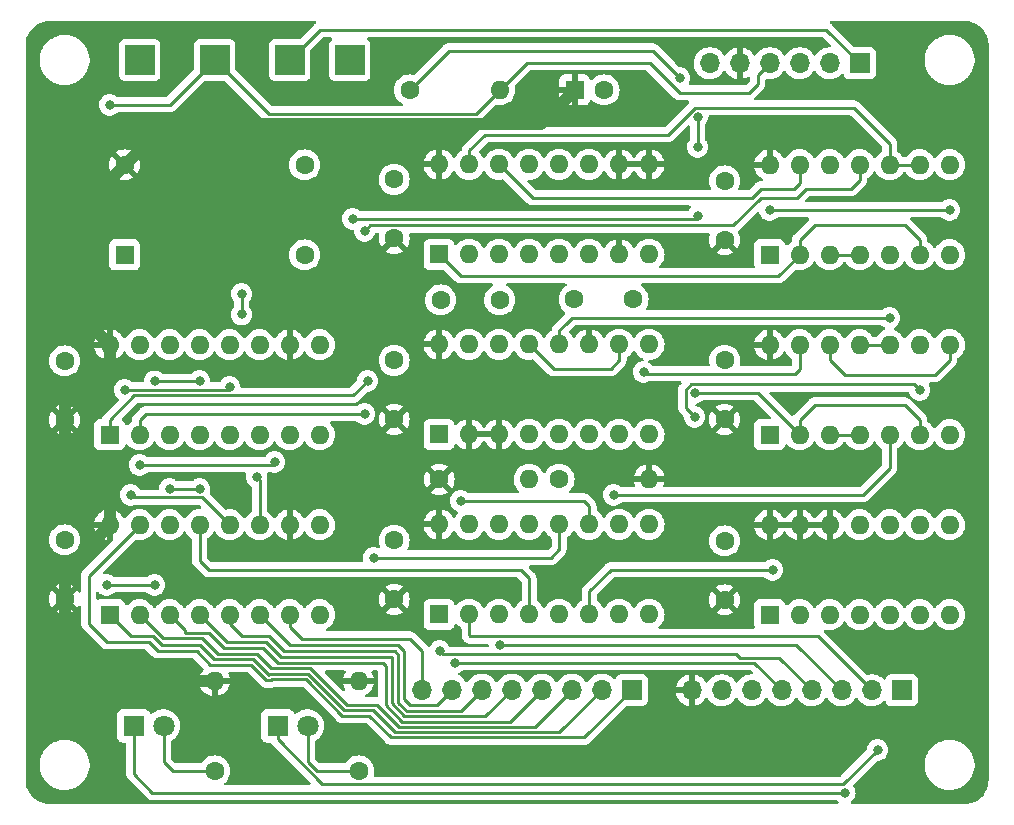
<source format=gbr>
%TF.GenerationSoftware,KiCad,Pcbnew,(6.0.9)*%
%TF.CreationDate,2023-08-16T20:18:10+02:00*%
%TF.ProjectId,sdcard-prototype,73646361-7264-42d7-9072-6f746f747970,rev?*%
%TF.SameCoordinates,Original*%
%TF.FileFunction,Copper,L2,Bot*%
%TF.FilePolarity,Positive*%
%FSLAX46Y46*%
G04 Gerber Fmt 4.6, Leading zero omitted, Abs format (unit mm)*
G04 Created by KiCad (PCBNEW (6.0.9)) date 2023-08-16 20:18:10*
%MOMM*%
%LPD*%
G01*
G04 APERTURE LIST*
%TA.AperFunction,ComponentPad*%
%ADD10R,2.500000X2.500000*%
%TD*%
%TA.AperFunction,ComponentPad*%
%ADD11C,1.600000*%
%TD*%
%TA.AperFunction,ComponentPad*%
%ADD12R,1.600000X1.600000*%
%TD*%
%TA.AperFunction,ComponentPad*%
%ADD13O,1.600000X1.600000*%
%TD*%
%TA.AperFunction,ComponentPad*%
%ADD14R,1.800000X1.800000*%
%TD*%
%TA.AperFunction,ComponentPad*%
%ADD15C,1.800000*%
%TD*%
%TA.AperFunction,ComponentPad*%
%ADD16R,1.700000X1.700000*%
%TD*%
%TA.AperFunction,ComponentPad*%
%ADD17O,1.700000X1.700000*%
%TD*%
%TA.AperFunction,ViaPad*%
%ADD18C,0.800000*%
%TD*%
%TA.AperFunction,Conductor*%
%ADD19C,0.250000*%
%TD*%
%TA.AperFunction,Conductor*%
%ADD20C,1.000000*%
%TD*%
G04 APERTURE END LIST*
D10*
%TO.P,TP4,1,1*%
%TO.N,~{CS}*%
X49530000Y-38100000D03*
%TD*%
%TO.P,TP3,1,1*%
%TO.N,CLK*%
X54610000Y-38100000D03*
%TD*%
%TO.P,TP2,1,1*%
%TO.N,MISO*%
X43180000Y-38100000D03*
%TD*%
%TO.P,TP1,1,1*%
%TO.N,MOSI*%
X36830000Y-38100000D03*
%TD*%
D11*
%TO.P,C4,1*%
%TO.N,VCC*%
X86360000Y-83820000D03*
%TO.P,C4,2*%
%TO.N,GND*%
X86360000Y-78820000D03*
%TD*%
D12*
%TO.P,C3,1*%
%TO.N,VCC*%
X73660000Y-40640000D03*
D11*
%TO.P,C3,2*%
%TO.N,GND*%
X76160000Y-40640000D03*
%TD*%
D12*
%TO.P,U2,1,E*%
%TO.N,~{RD}*%
X62180000Y-85040000D03*
D13*
%TO.P,U2,2,A0*%
%TO.N,A0*%
X64720000Y-85040000D03*
%TO.P,U2,3,A1*%
%TO.N,A1*%
X67260000Y-85040000D03*
%TO.P,U2,4,O0*%
%TO.N,~{SER_RD}*%
X69800000Y-85040000D03*
%TO.P,U2,5,O1*%
%TO.N,unconnected-(U2-Pad5)*%
X72340000Y-85040000D03*
%TO.P,U2,6,O2*%
%TO.N,~{SDOUT_SET}*%
X74880000Y-85040000D03*
%TO.P,U2,7,O3*%
%TO.N,~{SDOUT_RESET}*%
X77420000Y-85040000D03*
%TO.P,U2,8,GND*%
%TO.N,GND*%
X79960000Y-85040000D03*
%TO.P,U2,9,O3*%
%TO.N,~{SDCS_RESET}*%
X79960000Y-77420000D03*
%TO.P,U2,10,O2*%
%TO.N,~{SDCS_SET}*%
X77420000Y-77420000D03*
%TO.P,U2,11,O1*%
%TO.N,~{CLKSTART}*%
X74880000Y-77420000D03*
%TO.P,U2,12,O0*%
%TO.N,~{SER_WR}*%
X72340000Y-77420000D03*
%TO.P,U2,13,A1*%
%TO.N,A1*%
X69800000Y-77420000D03*
%TO.P,U2,14,A0*%
%TO.N,A0*%
X67260000Y-77420000D03*
%TO.P,U2,15,E*%
%TO.N,~{WR}*%
X64720000Y-77420000D03*
%TO.P,U2,16,VCC*%
%TO.N,VCC*%
X62180000Y-77420000D03*
%TD*%
D12*
%TO.P,U8,1,QB*%
%TO.N,D1*%
X34280000Y-85080000D03*
D13*
%TO.P,U8,2,QC*%
%TO.N,D2*%
X36820000Y-85080000D03*
%TO.P,U8,3,QD*%
%TO.N,D3*%
X39360000Y-85080000D03*
%TO.P,U8,4,QE*%
%TO.N,D4*%
X41900000Y-85080000D03*
%TO.P,U8,5,QF*%
%TO.N,D5*%
X44440000Y-85080000D03*
%TO.P,U8,6,QG*%
%TO.N,D6*%
X46980000Y-85080000D03*
%TO.P,U8,7,QH*%
%TO.N,D7*%
X49520000Y-85080000D03*
%TO.P,U8,8,GND*%
%TO.N,GND*%
X52060000Y-85080000D03*
%TO.P,U8,9,QH'*%
%TO.N,unconnected-(U8-Pad9)*%
X52060000Y-77460000D03*
%TO.P,U8,10,~{SRCLR}*%
%TO.N,VCC*%
X49520000Y-77460000D03*
%TO.P,U8,11,SRCLK*%
%TO.N,CLK*%
X46980000Y-77460000D03*
%TO.P,U8,12,RCLK*%
%TO.N,~{CLK}*%
X44440000Y-77460000D03*
%TO.P,U8,13,~{OE}*%
%TO.N,~{SER_RD}*%
X41900000Y-77460000D03*
%TO.P,U8,14,SER*%
%TO.N,MISO*%
X39360000Y-77460000D03*
%TO.P,U8,15,QA*%
%TO.N,D0*%
X36820000Y-77460000D03*
%TO.P,U8,16,VCC*%
%TO.N,VCC*%
X34280000Y-77460000D03*
%TD*%
D11*
%TO.P,R4,1*%
%TO.N,VCC*%
X62190000Y-73620000D03*
D13*
%TO.P,R4,2*%
%TO.N,Net-(C1-Pad2)*%
X69810000Y-73620000D03*
%TD*%
D11*
%TO.P,C8,1*%
%TO.N,VCC*%
X58380000Y-53220000D03*
%TO.P,C8,2*%
%TO.N,GND*%
X58380000Y-48220000D03*
%TD*%
D12*
%TO.P,U1,1,A*%
%TO.N,~{CLKSTART}*%
X62180000Y-69800000D03*
D13*
%TO.P,U1,2,B*%
%TO.N,VCC*%
X64720000Y-69800000D03*
%TO.P,U1,3,Clr*%
X67260000Y-69800000D03*
%TO.P,U1,4,~{Q}*%
%TO.N,unconnected-(U1-Pad4)*%
X69800000Y-69800000D03*
%TO.P,U1,5,Q*%
%TO.N,unconnected-(U1-Pad5)*%
X72340000Y-69800000D03*
%TO.P,U1,6,Cext*%
%TO.N,Net-(C2-Pad1)*%
X74880000Y-69800000D03*
%TO.P,U1,7,RCext*%
%TO.N,Net-(C2-Pad2)*%
X77420000Y-69800000D03*
%TO.P,U1,8,GND*%
%TO.N,GND*%
X79960000Y-69800000D03*
%TO.P,U1,9,A*%
X79960000Y-62180000D03*
%TO.P,U1,10,B*%
%TO.N,Net-(U1-Pad10)*%
X77420000Y-62180000D03*
%TO.P,U1,11,Clr*%
%TO.N,VCC*%
X74880000Y-62180000D03*
%TO.P,U1,12,~{Q}*%
%TO.N,~{CLKSTART_DB}*%
X72340000Y-62180000D03*
%TO.P,U1,13,Q*%
%TO.N,Net-(U1-Pad10)*%
X69800000Y-62180000D03*
%TO.P,U1,14,Cext*%
%TO.N,Net-(C1-Pad1)*%
X67260000Y-62180000D03*
%TO.P,U1,15,RCext*%
%TO.N,Net-(C1-Pad2)*%
X64720000Y-62180000D03*
%TO.P,U1,16,VCC*%
%TO.N,VCC*%
X62180000Y-62180000D03*
%TD*%
D12*
%TO.P,U3,1*%
%TO.N,~{CLKSTOP}*%
X90165000Y-54600000D03*
D13*
%TO.P,U3,2*%
%TO.N,SD_SPI*%
X92705000Y-54600000D03*
%TO.P,U3,3*%
%TO.N,Net-(U3-Pad3)*%
X95245000Y-54600000D03*
%TO.P,U3,4*%
X97785000Y-54600000D03*
%TO.P,U3,5*%
%TO.N,~{CLKSTART_DB}*%
X100325000Y-54600000D03*
%TO.P,U3,6*%
%TO.N,SD_SPI*%
X102865000Y-54600000D03*
%TO.P,U3,7,GND*%
%TO.N,GND*%
X105405000Y-54600000D03*
%TO.P,U3,8*%
%TO.N,~{CLKSTOP}*%
X105405000Y-46980000D03*
%TO.P,U3,9*%
%TO.N,CLKSTOP*%
X102865000Y-46980000D03*
%TO.P,U3,10*%
X100325000Y-46980000D03*
%TO.P,U3,11*%
%TO.N,~{CLK}*%
X97785000Y-46980000D03*
%TO.P,U3,12*%
%TO.N,CLK*%
X95245000Y-46980000D03*
%TO.P,U3,13*%
X92705000Y-46980000D03*
%TO.P,U3,14,VCC*%
%TO.N,VCC*%
X90165000Y-46980000D03*
%TD*%
D14*
%TO.P,D2,1,K*%
%TO.N,Net-(D2-Pad1)*%
X36317000Y-94488000D03*
D15*
%TO.P,D2,2,A*%
%TO.N,Net-(D2-Pad2)*%
X38857000Y-94488000D03*
%TD*%
D12*
%TO.P,U7,1,~{PL}*%
%TO.N,~{SER_WR}*%
X34280000Y-69840000D03*
D13*
%TO.P,U7,2,CP*%
%TO.N,~{CLK}*%
X36820000Y-69840000D03*
%TO.P,U7,3,D4*%
%TO.N,D4*%
X39360000Y-69840000D03*
%TO.P,U7,4,D5*%
%TO.N,D5*%
X41900000Y-69840000D03*
%TO.P,U7,5,D6*%
%TO.N,D6*%
X44440000Y-69840000D03*
%TO.P,U7,6,D7*%
%TO.N,D7*%
X46980000Y-69840000D03*
%TO.P,U7,7,~{Q7}*%
%TO.N,unconnected-(U7-Pad7)*%
X49520000Y-69840000D03*
%TO.P,U7,8,GND*%
%TO.N,GND*%
X52060000Y-69840000D03*
%TO.P,U7,9,Q7*%
%TO.N,MOSI*%
X52060000Y-62220000D03*
%TO.P,U7,10,DS*%
%TO.N,VCC*%
X49520000Y-62220000D03*
%TO.P,U7,11,D0*%
%TO.N,D0*%
X46980000Y-62220000D03*
%TO.P,U7,12,D1*%
%TO.N,D1*%
X44440000Y-62220000D03*
%TO.P,U7,13,D2*%
%TO.N,D2*%
X41900000Y-62220000D03*
%TO.P,U7,14,D3*%
%TO.N,D3*%
X39360000Y-62220000D03*
%TO.P,U7,15,~{CE}*%
%TO.N,GND*%
X36820000Y-62220000D03*
%TO.P,U7,16,VCC*%
%TO.N,VCC*%
X34280000Y-62220000D03*
%TD*%
D11*
%TO.P,R2,1*%
%TO.N,Net-(D1-Pad2)*%
X55372000Y-98298000D03*
D13*
%TO.P,R2,2*%
%TO.N,VCC*%
X55372000Y-90678000D03*
%TD*%
D16*
%TO.P,J3,1,Pin_1*%
%TO.N,~{CS}*%
X97790000Y-38379000D03*
D17*
%TO.P,J3,2,Pin_2*%
%TO.N,CLK*%
X95250000Y-38379000D03*
%TO.P,J3,3,Pin_3*%
%TO.N,MOSI*%
X92710000Y-38379000D03*
%TO.P,J3,4,Pin_4*%
%TO.N,MISO*%
X90170000Y-38379000D03*
%TO.P,J3,5,Pin_5*%
%TO.N,VCC*%
X87630000Y-38379000D03*
%TO.P,J3,6,Pin_6*%
%TO.N,GND*%
X85090000Y-38379000D03*
%TD*%
D11*
%TO.P,C10,1*%
%TO.N,VCC*%
X86360000Y-53340000D03*
%TO.P,C10,2*%
%TO.N,GND*%
X86360000Y-48340000D03*
%TD*%
%TO.P,C7,1*%
%TO.N,VCC*%
X58380000Y-83780000D03*
%TO.P,C7,2*%
%TO.N,GND*%
X58380000Y-78780000D03*
%TD*%
D12*
%TO.P,X1,1,NC*%
%TO.N,unconnected-(X1-Pad1)*%
X35560000Y-54610000D03*
D11*
%TO.P,X1,7,GND*%
%TO.N,GND*%
X50800000Y-54610000D03*
%TO.P,X1,8,OUT*%
%TO.N,16MHz*%
X50800000Y-46990000D03*
%TO.P,X1,14,Vcc*%
%TO.N,VCC*%
X35560000Y-46990000D03*
%TD*%
%TO.P,C2,1*%
%TO.N,Net-(C2-Pad1)*%
X73620000Y-58380000D03*
%TO.P,C2,2*%
%TO.N,Net-(C2-Pad2)*%
X78620000Y-58380000D03*
%TD*%
D16*
%TO.P,J2,1,Pin_1*%
%TO.N,GND*%
X101346000Y-91465000D03*
D17*
%TO.P,J2,2,Pin_2*%
%TO.N,A0*%
X98806000Y-91465000D03*
%TO.P,J2,3,Pin_3*%
%TO.N,A1*%
X96266000Y-91465000D03*
%TO.P,J2,4,Pin_4*%
%TO.N,~{RD}*%
X93726000Y-91465000D03*
%TO.P,J2,5,Pin_5*%
%TO.N,~{WR}*%
X91186000Y-91465000D03*
%TO.P,J2,6,Pin_6*%
%TO.N,unconnected-(J2-Pad6)*%
X88646000Y-91465000D03*
%TO.P,J2,7,Pin_7*%
%TO.N,unconnected-(J2-Pad7)*%
X86106000Y-91465000D03*
%TO.P,J2,8,Pin_8*%
%TO.N,VCC*%
X83566000Y-91465000D03*
%TD*%
D11*
%TO.P,C1,1*%
%TO.N,Net-(C1-Pad1)*%
X67310000Y-58420000D03*
%TO.P,C1,2*%
%TO.N,Net-(C1-Pad2)*%
X62310000Y-58420000D03*
%TD*%
D12*
%TO.P,U4,1*%
%TO.N,~{SDOUT_SET}*%
X90165000Y-69840000D03*
D13*
%TO.P,U4,2*%
%TO.N,Net-(R1-Pad1)*%
X92705000Y-69840000D03*
%TO.P,U4,3*%
%TO.N,Net-(U4-Pad3)*%
X95245000Y-69840000D03*
%TO.P,U4,4*%
X97785000Y-69840000D03*
%TO.P,U4,5*%
%TO.N,~{SDOUT_RESET}*%
X100325000Y-69840000D03*
%TO.P,U4,6*%
%TO.N,Net-(R1-Pad1)*%
X102865000Y-69840000D03*
%TO.P,U4,7,GND*%
%TO.N,GND*%
X105405000Y-69840000D03*
%TO.P,U4,8*%
%TO.N,Net-(U4-Pad12)*%
X105405000Y-62220000D03*
%TO.P,U4,9*%
%TO.N,~{SDCS_RESET}*%
X102865000Y-62220000D03*
%TO.P,U4,10*%
%TO.N,~{CS}*%
X100325000Y-62220000D03*
%TO.P,U4,11*%
X97785000Y-62220000D03*
%TO.P,U4,12*%
%TO.N,Net-(U4-Pad12)*%
X95245000Y-62220000D03*
%TO.P,U4,13*%
%TO.N,~{SDCS_SET}*%
X92705000Y-62220000D03*
%TO.P,U4,14,VCC*%
%TO.N,VCC*%
X90165000Y-62220000D03*
%TD*%
D11*
%TO.P,C6,1*%
%TO.N,VCC*%
X30480000Y-83740000D03*
%TO.P,C6,2*%
%TO.N,GND*%
X30480000Y-78740000D03*
%TD*%
D16*
%TO.P,J1,1,Pin_1*%
%TO.N,D0*%
X78486000Y-91440000D03*
D17*
%TO.P,J1,2,Pin_2*%
%TO.N,D1*%
X75946000Y-91440000D03*
%TO.P,J1,3,Pin_3*%
%TO.N,D2*%
X73406000Y-91440000D03*
%TO.P,J1,4,Pin_4*%
%TO.N,D3*%
X70866000Y-91440000D03*
%TO.P,J1,5,Pin_5*%
%TO.N,D4*%
X68326000Y-91440000D03*
%TO.P,J1,6,Pin_6*%
%TO.N,D5*%
X65786000Y-91440000D03*
%TO.P,J1,7,Pin_7*%
%TO.N,D6*%
X63246000Y-91440000D03*
%TO.P,J1,8,Pin_8*%
%TO.N,D7*%
X60706000Y-91440000D03*
%TD*%
D14*
%TO.P,D1,1,K*%
%TO.N,Net-(D1-Pad1)*%
X48509000Y-94488000D03*
D15*
%TO.P,D1,2,A*%
%TO.N,Net-(D1-Pad2)*%
X51049000Y-94488000D03*
%TD*%
D11*
%TO.P,C11,1*%
%TO.N,VCC*%
X86360000Y-68540000D03*
%TO.P,C11,2*%
%TO.N,GND*%
X86360000Y-63540000D03*
%TD*%
%TO.P,C5,1*%
%TO.N,VCC*%
X58380000Y-68540000D03*
%TO.P,C5,2*%
%TO.N,GND*%
X58380000Y-63540000D03*
%TD*%
D12*
%TO.P,U5,1,~{MR}*%
%TO.N,SD_SPI*%
X62180000Y-54560000D03*
D13*
%TO.P,U5,2,CP*%
%TO.N,16MHz*%
X64720000Y-54560000D03*
%TO.P,U5,3,D0*%
%TO.N,GND*%
X67260000Y-54560000D03*
%TO.P,U5,4,D1*%
X69800000Y-54560000D03*
%TO.P,U5,5,D2*%
X72340000Y-54560000D03*
%TO.P,U5,6,D3*%
X74880000Y-54560000D03*
%TO.P,U5,7,CEP*%
%TO.N,VCC*%
X77420000Y-54560000D03*
%TO.P,U5,8,GND*%
%TO.N,GND*%
X79960000Y-54560000D03*
%TO.P,U5,9,~{PE}*%
%TO.N,VCC*%
X79960000Y-46940000D03*
%TO.P,U5,10,CET*%
X77420000Y-46940000D03*
%TO.P,U5,11,Q3*%
%TO.N,unconnected-(U5-Pad11)*%
X74880000Y-46940000D03*
%TO.P,U5,12,Q2*%
%TO.N,unconnected-(U5-Pad12)*%
X72340000Y-46940000D03*
%TO.P,U5,13,Q1*%
%TO.N,unconnected-(U5-Pad13)*%
X69800000Y-46940000D03*
%TO.P,U5,14,Q0*%
%TO.N,CLK*%
X67260000Y-46940000D03*
%TO.P,U5,15,TC*%
%TO.N,CLKSTOP*%
X64720000Y-46940000D03*
%TO.P,U5,16,VCC*%
%TO.N,VCC*%
X62180000Y-46940000D03*
%TD*%
D11*
%TO.P,C9,1*%
%TO.N,VCC*%
X30480000Y-68580000D03*
%TO.P,C9,2*%
%TO.N,GND*%
X30480000Y-63580000D03*
%TD*%
%TO.P,R1,1*%
%TO.N,Net-(R1-Pad1)*%
X59690000Y-40640000D03*
D13*
%TO.P,R1,2*%
%TO.N,MISO*%
X67310000Y-40640000D03*
%TD*%
D12*
%TO.P,U6,1*%
%TO.N,~{CS}*%
X90165000Y-85080000D03*
D13*
%TO.P,U6,2*%
X92705000Y-85080000D03*
%TO.P,U6,3*%
%TO.N,Net-(U6-Pad10)*%
X95245000Y-85080000D03*
%TO.P,U6,4*%
X97785000Y-85080000D03*
%TO.P,U6,5*%
%TO.N,SD_SPI*%
X100325000Y-85080000D03*
%TO.P,U6,6*%
%TO.N,Net-(D1-Pad1)*%
X102865000Y-85080000D03*
%TO.P,U6,7,GND*%
%TO.N,GND*%
X105405000Y-85080000D03*
%TO.P,U6,8*%
%TO.N,Net-(D2-Pad1)*%
X105405000Y-77460000D03*
%TO.P,U6,9*%
%TO.N,Net-(U6-Pad10)*%
X102865000Y-77460000D03*
%TO.P,U6,10*%
X100325000Y-77460000D03*
%TO.P,U6,11*%
%TO.N,unconnected-(U6-Pad11)*%
X97785000Y-77460000D03*
%TO.P,U6,12*%
%TO.N,VCC*%
X95245000Y-77460000D03*
%TO.P,U6,13*%
X92705000Y-77460000D03*
%TO.P,U6,14,VCC*%
X90165000Y-77460000D03*
%TD*%
D11*
%TO.P,R3,1*%
%TO.N,Net-(D2-Pad2)*%
X43180000Y-98298000D03*
D13*
%TO.P,R3,2*%
%TO.N,VCC*%
X43180000Y-90678000D03*
%TD*%
D11*
%TO.P,R5,1*%
%TO.N,Net-(C2-Pad1)*%
X72350000Y-73620000D03*
D13*
%TO.P,R5,2*%
%TO.N,VCC*%
X79970000Y-73620000D03*
%TD*%
D18*
%TO.N,~{CLK}*%
X55880000Y-68072000D03*
X36068000Y-74930000D03*
%TO.N,Net-(D2-Pad1)*%
X96530285Y-100137614D03*
%TO.N,Net-(D1-Pad1)*%
X99314000Y-96520000D03*
%TO.N,~{SDOUT_SET}*%
X90424000Y-81280000D03*
%TO.N,~{SDOUT_RESET}*%
X76962000Y-74930000D03*
%TO.N,~{SDCS_RESET}*%
X83820000Y-68326000D03*
X102870000Y-66040000D03*
%TO.N,~{SDCS_SET}*%
X79502000Y-64516000D03*
%TO.N,Net-(R1-Pad1)*%
X83820000Y-66294000D03*
X82550000Y-39624000D03*
%TO.N,~{CLKSTART_DB}*%
X100330000Y-59944000D03*
%TO.N,~{CLK}*%
X55880000Y-52578000D03*
%TO.N,~{SER_WR}*%
X56642000Y-80264000D03*
X56134000Y-65278000D03*
%TO.N,MISO*%
X34290000Y-41910000D03*
X34036000Y-82550000D03*
X38100000Y-82550000D03*
%TO.N,~{CLKSTART}*%
X64008000Y-75438000D03*
%TO.N,~{CLKSTOP}*%
X90170000Y-50800000D03*
X105410000Y-50800000D03*
%TO.N,D0*%
X48260000Y-72136000D03*
X36830000Y-72390000D03*
%TO.N,D1*%
X44450000Y-65786000D03*
X35560000Y-66040000D03*
%TO.N,D2*%
X41910000Y-65278000D03*
X38100000Y-65315500D03*
%TO.N,D4*%
X39370000Y-74422000D03*
X41910000Y-74422000D03*
%TO.N,A1*%
X67310000Y-87630000D03*
%TO.N,~{RD}*%
X62230000Y-88138000D03*
%TO.N,~{WR}*%
X63500000Y-89154000D03*
%TO.N,CLK*%
X46740299Y-73401701D03*
X45466000Y-57912000D03*
X45466000Y-59652500D03*
%TO.N,MOSI*%
X84074000Y-51308000D03*
X84074000Y-45466000D03*
X54864000Y-51562000D03*
X84074000Y-42926000D03*
%TD*%
D19*
%TO.N,~{SDCS_RESET}*%
X83058000Y-67564000D02*
X83820000Y-68326000D01*
X83058000Y-66030695D02*
X83058000Y-67564000D01*
X102399000Y-65569000D02*
X83519695Y-65569000D01*
X102870000Y-66040000D02*
X102399000Y-65569000D01*
X83519695Y-65569000D02*
X83058000Y-66030695D01*
%TO.N,~{CLK}*%
X37338000Y-68072000D02*
X55880000Y-68072000D01*
%TO.N,~{SER_WR}*%
X34280000Y-68590000D02*
X34280000Y-69840000D01*
X54901000Y-66511000D02*
X36359000Y-66511000D01*
X36359000Y-66511000D02*
X34280000Y-68590000D01*
X56134000Y-65278000D02*
X54901000Y-66511000D01*
%TO.N,Net-(R1-Pad1)*%
X80264000Y-37338000D02*
X82550000Y-39624000D01*
X62992000Y-37338000D02*
X80264000Y-37338000D01*
D20*
%TO.N,VCC*%
X35306000Y-90678000D02*
X43180000Y-90678000D01*
X30480000Y-85852000D02*
X35306000Y-90678000D01*
X30480000Y-83740000D02*
X30480000Y-85852000D01*
X70803000Y-43497000D02*
X73660000Y-40640000D01*
X35560000Y-46990000D02*
X39053000Y-43497000D01*
X39053000Y-43497000D02*
X70803000Y-43497000D01*
X32766000Y-49784000D02*
X35560000Y-46990000D01*
X32766000Y-60706000D02*
X32766000Y-49784000D01*
X34280000Y-62220000D02*
X32766000Y-60706000D01*
X34280000Y-63510000D02*
X34280000Y-62220000D01*
X30480000Y-67310000D02*
X34280000Y-63510000D01*
X30480000Y-68580000D02*
X30480000Y-67310000D01*
X30480000Y-71628000D02*
X30480000Y-68580000D01*
X34280000Y-75428000D02*
X30480000Y-71628000D01*
X34280000Y-77460000D02*
X34280000Y-75428000D01*
X30480000Y-81260000D02*
X30480000Y-83740000D01*
X34280000Y-77460000D02*
X30480000Y-81260000D01*
D19*
%TO.N,~{CLK}*%
X36068000Y-74930000D02*
X36285000Y-75147000D01*
X42127000Y-75147000D02*
X44440000Y-77460000D01*
X36285000Y-75147000D02*
X42127000Y-75147000D01*
%TO.N,Net-(D2-Pad1)*%
X36317000Y-98547000D02*
X36317000Y-94488000D01*
X96530285Y-100137614D02*
X37907614Y-100137614D01*
X37907614Y-100137614D02*
X36317000Y-98547000D01*
%TO.N,Net-(D1-Pad1)*%
X48509000Y-95638000D02*
X48509000Y-94488000D01*
X52294000Y-99423000D02*
X48509000Y-95638000D01*
X99314000Y-96520000D02*
X96411000Y-99423000D01*
X96411000Y-99423000D02*
X52294000Y-99423000D01*
%TO.N,~{SDOUT_SET}*%
X74880000Y-83108000D02*
X74880000Y-85040000D01*
X76708000Y-81280000D02*
X74880000Y-83108000D01*
X90424000Y-81280000D02*
X76708000Y-81280000D01*
%TO.N,~{SDOUT_RESET}*%
X100325000Y-72649000D02*
X98044000Y-74930000D01*
X98044000Y-74930000D02*
X76962000Y-74930000D01*
X100325000Y-69840000D02*
X100325000Y-72649000D01*
%TO.N,~{SDCS_SET}*%
X79651000Y-64665000D02*
X92307000Y-64665000D01*
X92705000Y-64267000D02*
X92705000Y-62220000D01*
X79502000Y-64516000D02*
X79651000Y-64665000D01*
X92307000Y-64665000D02*
X92705000Y-64267000D01*
%TO.N,Net-(R1-Pad1)*%
X83820000Y-66294000D02*
X89159000Y-66294000D01*
X89159000Y-66294000D02*
X92705000Y-69840000D01*
X59690000Y-40640000D02*
X62992000Y-37338000D01*
%TO.N,~{CLK}*%
X56363000Y-52095000D02*
X55880000Y-52578000D01*
X87097000Y-52095000D02*
X56363000Y-52095000D01*
X89408000Y-49784000D02*
X87097000Y-52095000D01*
X92456000Y-49784000D02*
X89408000Y-49784000D01*
X93218000Y-49022000D02*
X92456000Y-49784000D01*
X97028000Y-49022000D02*
X93218000Y-49022000D01*
X97785000Y-48265000D02*
X97028000Y-49022000D01*
X97785000Y-46980000D02*
X97785000Y-48265000D01*
%TO.N,CLK*%
X92705000Y-48519000D02*
X92705000Y-46980000D01*
X70104000Y-49784000D02*
X88646000Y-49784000D01*
X92202000Y-49022000D02*
X92705000Y-48519000D01*
X67260000Y-46940000D02*
X70104000Y-49784000D01*
X88646000Y-49784000D02*
X89408000Y-49022000D01*
X89408000Y-49022000D02*
X92202000Y-49022000D01*
%TO.N,CLKSTOP*%
X64720000Y-45770000D02*
X64720000Y-46940000D01*
X81524695Y-44450000D02*
X66040000Y-44450000D01*
X66040000Y-44450000D02*
X64720000Y-45770000D01*
X97282000Y-42164000D02*
X83810695Y-42164000D01*
X83810695Y-42164000D02*
X81524695Y-44450000D01*
X100325000Y-45207000D02*
X97282000Y-42164000D01*
X100325000Y-46980000D02*
X100325000Y-45207000D01*
%TO.N,SD_SPI*%
X90917000Y-56388000D02*
X92705000Y-54600000D01*
X64008000Y-56388000D02*
X90917000Y-56388000D01*
X62180000Y-54560000D02*
X64008000Y-56388000D01*
%TO.N,~{CLKSTART_DB}*%
X73406000Y-59944000D02*
X100330000Y-59944000D01*
X72898000Y-60452000D02*
X73406000Y-59944000D01*
X72340000Y-61010000D02*
X72898000Y-60452000D01*
X72340000Y-62180000D02*
X72340000Y-61010000D01*
%TO.N,Net-(U1-Pad10)*%
X77420000Y-63550000D02*
X77420000Y-62180000D01*
X76708000Y-64262000D02*
X77420000Y-63550000D01*
X69800000Y-62180000D02*
X71882000Y-64262000D01*
X71882000Y-64262000D02*
X76708000Y-64262000D01*
%TO.N,~{CLK}*%
X36820000Y-68590000D02*
X37338000Y-68072000D01*
X36820000Y-69840000D02*
X36820000Y-68590000D01*
%TO.N,~{SER_WR}*%
X72340000Y-79552000D02*
X72340000Y-77420000D01*
X71628000Y-80264000D02*
X72340000Y-79552000D01*
X56642000Y-80264000D02*
X71628000Y-80264000D01*
%TO.N,MISO*%
X39370000Y-41910000D02*
X43180000Y-38100000D01*
X34290000Y-41910000D02*
X39370000Y-41910000D01*
X38100000Y-82550000D02*
X34036000Y-82550000D01*
%TO.N,~{CLKSTART}*%
X64008000Y-75438000D02*
X74422000Y-75438000D01*
X74422000Y-75438000D02*
X74880000Y-75896000D01*
X74880000Y-75896000D02*
X74880000Y-77420000D01*
%TO.N,Net-(U4-Pad3)*%
X95245000Y-69840000D02*
X97785000Y-69840000D01*
%TO.N,Net-(U3-Pad3)*%
X95245000Y-54600000D02*
X97785000Y-54600000D01*
%TO.N,Net-(U4-Pad12)*%
X96520000Y-64770000D02*
X95245000Y-63495000D01*
X104140000Y-64770000D02*
X96520000Y-64770000D01*
X95245000Y-63495000D02*
X95245000Y-62220000D01*
X105405000Y-63505000D02*
X104140000Y-64770000D01*
X105405000Y-62220000D02*
X105405000Y-63505000D01*
%TO.N,~{CS}*%
X100325000Y-62220000D02*
X97785000Y-62220000D01*
%TO.N,CLKSTOP*%
X102865000Y-46980000D02*
X100325000Y-46980000D01*
%TO.N,SD_SPI*%
X101600000Y-52070000D02*
X93980000Y-52070000D01*
X102865000Y-53335000D02*
X101600000Y-52070000D01*
X93980000Y-52070000D02*
X92705000Y-53345000D01*
X92705000Y-53345000D02*
X92705000Y-54600000D01*
X102865000Y-54600000D02*
X102865000Y-53335000D01*
%TO.N,Net-(R1-Pad1)*%
X93980000Y-67310000D02*
X92705000Y-68585000D01*
X92705000Y-68585000D02*
X92705000Y-69840000D01*
X101600000Y-67310000D02*
X93980000Y-67310000D01*
X102865000Y-68575000D02*
X101600000Y-67310000D01*
X102865000Y-69840000D02*
X102865000Y-68575000D01*
%TO.N,~{CLKSTOP}*%
X105410000Y-50800000D02*
X90170000Y-50800000D01*
%TO.N,Net-(D1-Pad2)*%
X55372000Y-98298000D02*
X51816000Y-98298000D01*
X51816000Y-98298000D02*
X51049000Y-97531000D01*
X51049000Y-97531000D02*
X51049000Y-94488000D01*
%TO.N,Net-(D2-Pad2)*%
X43180000Y-98298000D02*
X39624000Y-98298000D01*
X39624000Y-98298000D02*
X38857000Y-97531000D01*
X38857000Y-97531000D02*
X38857000Y-94488000D01*
%TO.N,D0*%
X34036000Y-87376000D02*
X32512000Y-85852000D01*
X74458000Y-95468000D02*
X58130000Y-95468000D01*
X56272000Y-93610000D02*
X53983208Y-93610000D01*
X38354000Y-88138000D02*
X37592000Y-87376000D01*
X47556000Y-90620000D02*
X46228000Y-89292000D01*
X32512000Y-81768000D02*
X36820000Y-77460000D01*
X47943198Y-90620000D02*
X47556000Y-90620000D01*
X42788000Y-89292000D02*
X41656000Y-88160000D01*
X48006000Y-72390000D02*
X48260000Y-72136000D01*
X41656000Y-88160000D02*
X41656000Y-88138000D01*
X53983208Y-93610000D02*
X50930406Y-90557198D01*
X48006000Y-90557198D02*
X47943198Y-90620000D01*
X50930406Y-90557198D02*
X48006000Y-90557198D01*
X37592000Y-87376000D02*
X34036000Y-87376000D01*
X78486000Y-91440000D02*
X74458000Y-95468000D01*
X41656000Y-88138000D02*
X38354000Y-88138000D01*
X32512000Y-85852000D02*
X32512000Y-81768000D01*
X36830000Y-72390000D02*
X48006000Y-72390000D01*
X46228000Y-89292000D02*
X42788000Y-89292000D01*
X58130000Y-95468000D02*
X56272000Y-93610000D01*
%TO.N,D1*%
X43122000Y-88842000D02*
X41910000Y-87630000D01*
X54169604Y-93160000D02*
X51116802Y-90107198D01*
X75946000Y-91440000D02*
X72368000Y-95018000D01*
X37971604Y-86868000D02*
X36068000Y-86868000D01*
X35560000Y-66040000D02*
X44196000Y-66040000D01*
X46424000Y-88842000D02*
X43122000Y-88842000D01*
X47752000Y-90170000D02*
X46424000Y-88842000D01*
X41910000Y-87630000D02*
X38733604Y-87630000D01*
X38733604Y-87630000D02*
X37971604Y-86868000D01*
X44196000Y-66040000D02*
X44450000Y-65786000D01*
X56584000Y-93160000D02*
X54169604Y-93160000D01*
X51116802Y-90107198D02*
X47814802Y-90107198D01*
X58442000Y-95018000D02*
X56584000Y-93160000D01*
X72368000Y-95018000D02*
X58442000Y-95018000D01*
X36068000Y-86868000D02*
X34280000Y-85080000D01*
X47814802Y-90107198D02*
X47752000Y-90170000D01*
%TO.N,D2*%
X51250000Y-89604000D02*
X47948000Y-89604000D01*
X46736000Y-88392000D02*
X43434000Y-88392000D01*
X43434000Y-88392000D02*
X42106000Y-87064000D01*
X38100000Y-65315500D02*
X41872500Y-65315500D01*
X41872500Y-65315500D02*
X41910000Y-65278000D01*
X54356000Y-92710000D02*
X51250000Y-89604000D01*
X38804000Y-87064000D02*
X36820000Y-85080000D01*
X42106000Y-87064000D02*
X38804000Y-87064000D01*
X70278000Y-94568000D02*
X58754000Y-94568000D01*
X73406000Y-91440000D02*
X70278000Y-94568000D01*
X47948000Y-89604000D02*
X46736000Y-88392000D01*
X58754000Y-94568000D02*
X56896000Y-92710000D01*
X56896000Y-92710000D02*
X54356000Y-92710000D01*
%TO.N,D3*%
X59063208Y-94118000D02*
X57658000Y-92712792D01*
X40640000Y-86614000D02*
X40640000Y-86360000D01*
X57658000Y-92712792D02*
X57658000Y-89408000D01*
X70866000Y-91440000D02*
X68188000Y-94118000D01*
X47244000Y-87884000D02*
X43942000Y-87884000D01*
X57658000Y-89408000D02*
X57404000Y-89154000D01*
X57404000Y-89154000D02*
X48514000Y-89154000D01*
X40640000Y-86360000D02*
X39360000Y-85080000D01*
X42672000Y-86614000D02*
X40640000Y-86614000D01*
X48514000Y-89154000D02*
X47244000Y-87884000D01*
X68188000Y-94118000D02*
X59063208Y-94118000D01*
X43942000Y-87884000D02*
X42672000Y-86614000D01*
%TO.N,D4*%
X47498000Y-87376000D02*
X44196000Y-87376000D01*
X66098000Y-93668000D02*
X59249604Y-93668000D01*
X41910000Y-74422000D02*
X39370000Y-74422000D01*
X68326000Y-91440000D02*
X66098000Y-93668000D01*
X58166000Y-92584396D02*
X58166000Y-88646000D01*
X44196000Y-87376000D02*
X41900000Y-85080000D01*
X58166000Y-88646000D02*
X48768000Y-88646000D01*
X48768000Y-88646000D02*
X47498000Y-87376000D01*
X59249604Y-93668000D02*
X58166000Y-92584396D01*
%TO.N,D5*%
X64008000Y-93218000D02*
X59436000Y-93218000D01*
X45466000Y-86868000D02*
X44440000Y-85842000D01*
X44440000Y-85842000D02*
X44440000Y-85080000D01*
X58420000Y-88138000D02*
X49022000Y-88138000D01*
X58732000Y-92514000D02*
X58732000Y-88450000D01*
X59436000Y-93218000D02*
X58732000Y-92514000D01*
X47752000Y-86868000D02*
X45466000Y-86868000D01*
X58732000Y-88450000D02*
X58420000Y-88138000D01*
X49022000Y-88138000D02*
X47752000Y-86868000D01*
X65786000Y-91440000D02*
X64008000Y-93218000D01*
%TO.N,D6*%
X59182000Y-88138000D02*
X58674000Y-87630000D01*
X63246000Y-91440000D02*
X61976000Y-92710000D01*
X58674000Y-87630000D02*
X49530000Y-87630000D01*
X59182000Y-92202000D02*
X59182000Y-88138000D01*
X49530000Y-87630000D02*
X46980000Y-85080000D01*
X59690000Y-92710000D02*
X59182000Y-92202000D01*
X61976000Y-92710000D02*
X59690000Y-92710000D01*
%TO.N,D7*%
X59690000Y-87122000D02*
X50546000Y-87122000D01*
X50546000Y-87122000D02*
X49520000Y-86096000D01*
X60706000Y-88138000D02*
X59690000Y-87122000D01*
X60706000Y-91440000D02*
X60706000Y-88138000D01*
X49520000Y-86096000D02*
X49520000Y-85080000D01*
%TO.N,A0*%
X98806000Y-91465000D02*
X94246000Y-86905000D01*
X64720000Y-86818000D02*
X64720000Y-85040000D01*
X64807000Y-86905000D02*
X64720000Y-86818000D01*
X94246000Y-86905000D02*
X64807000Y-86905000D01*
%TO.N,A1*%
X96266000Y-91465000D02*
X92431000Y-87630000D01*
X92431000Y-87630000D02*
X67310000Y-87630000D01*
%TO.N,~{RD}*%
X90965000Y-88704000D02*
X87630000Y-88704000D01*
X87355000Y-88429000D02*
X62521000Y-88429000D01*
X93726000Y-91465000D02*
X90965000Y-88704000D01*
X87630000Y-88704000D02*
X87355000Y-88429000D01*
X62521000Y-88429000D02*
X62230000Y-88138000D01*
%TO.N,~{WR}*%
X91186000Y-91465000D02*
X88875000Y-89154000D01*
X88875000Y-89154000D02*
X63500000Y-89154000D01*
%TO.N,~{CS}*%
X52070000Y-35560000D02*
X94971000Y-35560000D01*
X94971000Y-35560000D02*
X97790000Y-38379000D01*
X49530000Y-38100000D02*
X52070000Y-35560000D01*
%TO.N,CLK*%
X46980000Y-73641402D02*
X46980000Y-77460000D01*
X45466000Y-57912000D02*
X45466000Y-59652500D01*
X46740299Y-73401701D02*
X46980000Y-73641402D01*
%TO.N,MOSI*%
X83820000Y-51562000D02*
X84074000Y-51308000D01*
X84074000Y-45466000D02*
X84074000Y-42926000D01*
X54864000Y-51562000D02*
X83820000Y-51562000D01*
%TO.N,MISO*%
X47752000Y-42672000D02*
X65278000Y-42672000D01*
X69596000Y-38354000D02*
X67310000Y-40640000D01*
X88392000Y-40894000D02*
X82550000Y-40894000D01*
X89154000Y-39395000D02*
X89154000Y-40132000D01*
X89154000Y-40132000D02*
X88392000Y-40894000D01*
X90170000Y-38379000D02*
X89154000Y-39395000D01*
X82550000Y-40894000D02*
X80010000Y-38354000D01*
X43180000Y-38100000D02*
X47752000Y-42672000D01*
X80010000Y-38354000D02*
X69596000Y-38354000D01*
X65278000Y-42672000D02*
X67310000Y-40640000D01*
%TO.N,~{SER_RD}*%
X69088000Y-81280000D02*
X42672000Y-81280000D01*
X69800000Y-85040000D02*
X69800000Y-81992000D01*
X42672000Y-81280000D02*
X41900000Y-80508000D01*
X69800000Y-81992000D02*
X69088000Y-81280000D01*
X41900000Y-80508000D02*
X41900000Y-77460000D01*
%TD*%
%TA.AperFunction,Conductor*%
%TO.N,VCC*%
G36*
X51720672Y-34818502D02*
G01*
X51767165Y-34872158D01*
X51777269Y-34942432D01*
X51747775Y-35007012D01*
X51716689Y-35032954D01*
X51685460Y-35051422D01*
X51685455Y-35051426D01*
X51678637Y-35055458D01*
X51664313Y-35069782D01*
X51649281Y-35082621D01*
X51632893Y-35094528D01*
X51604712Y-35128593D01*
X51596722Y-35137373D01*
X50429500Y-36304595D01*
X50367188Y-36338621D01*
X50340405Y-36341500D01*
X48231866Y-36341500D01*
X48169684Y-36348255D01*
X48033295Y-36399385D01*
X47916739Y-36486739D01*
X47829385Y-36603295D01*
X47778255Y-36739684D01*
X47771500Y-36801866D01*
X47771500Y-39398134D01*
X47778255Y-39460316D01*
X47829385Y-39596705D01*
X47916739Y-39713261D01*
X48033295Y-39800615D01*
X48169684Y-39851745D01*
X48231866Y-39858500D01*
X50828134Y-39858500D01*
X50890316Y-39851745D01*
X51026705Y-39800615D01*
X51143261Y-39713261D01*
X51230615Y-39596705D01*
X51281745Y-39460316D01*
X51288500Y-39398134D01*
X51288500Y-37289594D01*
X51308502Y-37221473D01*
X51325405Y-37200499D01*
X52295499Y-36230405D01*
X52357811Y-36196379D01*
X52384594Y-36193500D01*
X53009789Y-36193500D01*
X53077910Y-36213502D01*
X53124403Y-36267158D01*
X53134507Y-36337432D01*
X53105013Y-36402012D01*
X53085356Y-36420324D01*
X52996739Y-36486739D01*
X52909385Y-36603295D01*
X52858255Y-36739684D01*
X52851500Y-36801866D01*
X52851500Y-39398134D01*
X52858255Y-39460316D01*
X52909385Y-39596705D01*
X52996739Y-39713261D01*
X53113295Y-39800615D01*
X53249684Y-39851745D01*
X53311866Y-39858500D01*
X55908134Y-39858500D01*
X55970316Y-39851745D01*
X56106705Y-39800615D01*
X56223261Y-39713261D01*
X56310615Y-39596705D01*
X56361745Y-39460316D01*
X56368500Y-39398134D01*
X56368500Y-36801866D01*
X56361745Y-36739684D01*
X56310615Y-36603295D01*
X56223261Y-36486739D01*
X56134645Y-36420325D01*
X56092131Y-36363467D01*
X56087105Y-36292649D01*
X56121165Y-36230355D01*
X56183496Y-36196365D01*
X56210211Y-36193500D01*
X94656405Y-36193500D01*
X94724526Y-36213502D01*
X94745501Y-36230405D01*
X95320085Y-36804990D01*
X95354110Y-36867302D01*
X95349045Y-36938118D01*
X95306498Y-36994953D01*
X95239978Y-37019764D01*
X95229457Y-37020076D01*
X95180898Y-37019482D01*
X95160080Y-37019228D01*
X95160078Y-37019228D01*
X95154911Y-37019165D01*
X94934091Y-37052955D01*
X94721756Y-37122357D01*
X94523607Y-37225507D01*
X94519474Y-37228610D01*
X94519471Y-37228612D01*
X94349100Y-37356530D01*
X94344965Y-37359635D01*
X94190629Y-37521138D01*
X94083201Y-37678621D01*
X94028293Y-37723621D01*
X93957768Y-37731792D01*
X93894021Y-37700538D01*
X93873324Y-37676054D01*
X93792822Y-37551617D01*
X93792820Y-37551614D01*
X93790014Y-37547277D01*
X93639670Y-37382051D01*
X93635619Y-37378852D01*
X93635615Y-37378848D01*
X93468414Y-37246800D01*
X93468410Y-37246798D01*
X93464359Y-37243598D01*
X93428028Y-37223542D01*
X93386285Y-37200499D01*
X93268789Y-37135638D01*
X93263920Y-37133914D01*
X93263916Y-37133912D01*
X93063087Y-37062795D01*
X93063083Y-37062794D01*
X93058212Y-37061069D01*
X93053119Y-37060162D01*
X93053116Y-37060161D01*
X92843373Y-37022800D01*
X92843367Y-37022799D01*
X92838284Y-37021894D01*
X92764452Y-37020992D01*
X92620081Y-37019228D01*
X92620079Y-37019228D01*
X92614911Y-37019165D01*
X92394091Y-37052955D01*
X92181756Y-37122357D01*
X91983607Y-37225507D01*
X91979474Y-37228610D01*
X91979471Y-37228612D01*
X91809100Y-37356530D01*
X91804965Y-37359635D01*
X91650629Y-37521138D01*
X91543201Y-37678621D01*
X91488293Y-37723621D01*
X91417768Y-37731792D01*
X91354021Y-37700538D01*
X91333324Y-37676054D01*
X91252822Y-37551617D01*
X91252820Y-37551614D01*
X91250014Y-37547277D01*
X91099670Y-37382051D01*
X91095619Y-37378852D01*
X91095615Y-37378848D01*
X90928414Y-37246800D01*
X90928410Y-37246798D01*
X90924359Y-37243598D01*
X90888028Y-37223542D01*
X90846285Y-37200499D01*
X90728789Y-37135638D01*
X90723920Y-37133914D01*
X90723916Y-37133912D01*
X90523087Y-37062795D01*
X90523083Y-37062794D01*
X90518212Y-37061069D01*
X90513119Y-37060162D01*
X90513116Y-37060161D01*
X90303373Y-37022800D01*
X90303367Y-37022799D01*
X90298284Y-37021894D01*
X90224452Y-37020992D01*
X90080081Y-37019228D01*
X90080079Y-37019228D01*
X90074911Y-37019165D01*
X89854091Y-37052955D01*
X89641756Y-37122357D01*
X89443607Y-37225507D01*
X89439474Y-37228610D01*
X89439471Y-37228612D01*
X89269100Y-37356530D01*
X89264965Y-37359635D01*
X89110629Y-37521138D01*
X89003204Y-37678618D01*
X89002898Y-37679066D01*
X88947987Y-37724069D01*
X88877462Y-37732240D01*
X88813715Y-37700986D01*
X88793018Y-37676502D01*
X88712426Y-37551926D01*
X88706136Y-37543757D01*
X88562806Y-37386240D01*
X88555273Y-37379215D01*
X88388139Y-37247222D01*
X88379552Y-37241517D01*
X88193117Y-37138599D01*
X88183705Y-37134369D01*
X87982959Y-37063280D01*
X87972988Y-37060646D01*
X87901837Y-37047972D01*
X87888540Y-37049432D01*
X87884000Y-37063989D01*
X87884000Y-39697517D01*
X87888064Y-39711359D01*
X87901478Y-39713393D01*
X87908184Y-39712534D01*
X87918262Y-39710392D01*
X88122255Y-39649191D01*
X88131842Y-39645433D01*
X88323095Y-39551739D01*
X88329983Y-39547633D01*
X88398738Y-39529933D01*
X88466147Y-39552215D01*
X88510809Y-39607404D01*
X88520500Y-39655862D01*
X88520500Y-39817405D01*
X88500498Y-39885526D01*
X88483595Y-39906501D01*
X88166499Y-40223596D01*
X88104187Y-40257621D01*
X88077404Y-40260500D01*
X83449800Y-40260500D01*
X83381679Y-40240498D01*
X83335186Y-40186842D01*
X83325082Y-40116568D01*
X83340681Y-40071500D01*
X83381223Y-40001279D01*
X83381224Y-40001278D01*
X83384527Y-39995556D01*
X83443542Y-39813928D01*
X83445508Y-39795229D01*
X83462814Y-39630565D01*
X83463504Y-39624000D01*
X83461536Y-39605279D01*
X83444232Y-39440635D01*
X83444232Y-39440633D01*
X83443542Y-39434072D01*
X83384527Y-39252444D01*
X83289040Y-39087056D01*
X83283657Y-39081077D01*
X83165675Y-38950045D01*
X83165674Y-38950044D01*
X83161253Y-38945134D01*
X83006752Y-38832882D01*
X83000724Y-38830198D01*
X83000722Y-38830197D01*
X82838319Y-38757891D01*
X82838318Y-38757891D01*
X82832288Y-38755206D01*
X82738887Y-38735353D01*
X82651944Y-38716872D01*
X82651939Y-38716872D01*
X82645487Y-38715500D01*
X82589595Y-38715500D01*
X82521474Y-38695498D01*
X82500500Y-38678595D01*
X82167600Y-38345695D01*
X83727251Y-38345695D01*
X83727548Y-38350848D01*
X83727548Y-38350851D01*
X83737409Y-38521876D01*
X83740110Y-38568715D01*
X83741247Y-38573761D01*
X83741248Y-38573767D01*
X83762275Y-38667069D01*
X83789222Y-38786639D01*
X83836471Y-38903000D01*
X83870783Y-38987500D01*
X83873266Y-38993616D01*
X83910685Y-39054678D01*
X83987291Y-39179688D01*
X83989987Y-39184088D01*
X84136250Y-39352938D01*
X84308126Y-39495632D01*
X84501000Y-39608338D01*
X84505825Y-39610180D01*
X84505826Y-39610181D01*
X84559411Y-39630643D01*
X84709692Y-39688030D01*
X84714760Y-39689061D01*
X84714763Y-39689062D01*
X84798415Y-39706081D01*
X84928597Y-39732567D01*
X84933772Y-39732757D01*
X84933774Y-39732757D01*
X85146673Y-39740564D01*
X85146677Y-39740564D01*
X85151837Y-39740753D01*
X85156957Y-39740097D01*
X85156959Y-39740097D01*
X85368288Y-39713025D01*
X85368289Y-39713025D01*
X85373416Y-39712368D01*
X85378366Y-39710883D01*
X85582429Y-39649661D01*
X85582434Y-39649659D01*
X85587384Y-39648174D01*
X85787994Y-39549896D01*
X85969860Y-39420173D01*
X85982037Y-39408039D01*
X86066101Y-39324268D01*
X86128096Y-39262489D01*
X86139427Y-39246721D01*
X86258453Y-39081077D01*
X86259640Y-39081930D01*
X86306960Y-39038362D01*
X86376897Y-39026145D01*
X86442338Y-39053678D01*
X86470166Y-39085511D01*
X86527694Y-39179388D01*
X86533777Y-39187699D01*
X86673213Y-39348667D01*
X86680580Y-39355883D01*
X86844434Y-39491916D01*
X86852881Y-39497831D01*
X87036756Y-39605279D01*
X87046042Y-39609729D01*
X87245001Y-39685703D01*
X87254899Y-39688579D01*
X87358250Y-39709606D01*
X87372299Y-39708410D01*
X87376000Y-39698065D01*
X87376000Y-37062102D01*
X87372082Y-37048758D01*
X87357806Y-37046771D01*
X87319324Y-37052660D01*
X87309288Y-37055051D01*
X87106868Y-37121212D01*
X87097359Y-37125209D01*
X86908463Y-37223542D01*
X86899738Y-37229036D01*
X86729433Y-37356905D01*
X86721726Y-37363748D01*
X86574590Y-37517717D01*
X86568109Y-37525722D01*
X86463498Y-37679074D01*
X86408587Y-37724076D01*
X86338062Y-37732247D01*
X86274315Y-37700993D01*
X86253618Y-37676509D01*
X86172822Y-37551617D01*
X86172820Y-37551614D01*
X86170014Y-37547277D01*
X86019670Y-37382051D01*
X86015619Y-37378852D01*
X86015615Y-37378848D01*
X85848414Y-37246800D01*
X85848410Y-37246798D01*
X85844359Y-37243598D01*
X85808028Y-37223542D01*
X85766285Y-37200499D01*
X85648789Y-37135638D01*
X85643920Y-37133914D01*
X85643916Y-37133912D01*
X85443087Y-37062795D01*
X85443083Y-37062794D01*
X85438212Y-37061069D01*
X85433119Y-37060162D01*
X85433116Y-37060161D01*
X85223373Y-37022800D01*
X85223367Y-37022799D01*
X85218284Y-37021894D01*
X85144452Y-37020992D01*
X85000081Y-37019228D01*
X85000079Y-37019228D01*
X84994911Y-37019165D01*
X84774091Y-37052955D01*
X84561756Y-37122357D01*
X84363607Y-37225507D01*
X84359474Y-37228610D01*
X84359471Y-37228612D01*
X84189100Y-37356530D01*
X84184965Y-37359635D01*
X84030629Y-37521138D01*
X83904743Y-37705680D01*
X83810688Y-37908305D01*
X83750989Y-38123570D01*
X83727251Y-38345695D01*
X82167600Y-38345695D01*
X80767652Y-36945747D01*
X80760112Y-36937461D01*
X80756000Y-36930982D01*
X80706348Y-36884356D01*
X80703507Y-36881602D01*
X80683770Y-36861865D01*
X80680573Y-36859385D01*
X80671551Y-36851680D01*
X80653645Y-36834865D01*
X80639321Y-36821414D01*
X80632375Y-36817595D01*
X80632372Y-36817593D01*
X80621566Y-36811652D01*
X80605047Y-36800801D01*
X80602040Y-36798469D01*
X80589041Y-36788386D01*
X80581772Y-36785241D01*
X80581768Y-36785238D01*
X80548463Y-36770826D01*
X80537813Y-36765609D01*
X80499060Y-36744305D01*
X80479437Y-36739267D01*
X80460734Y-36732863D01*
X80449420Y-36727967D01*
X80449419Y-36727967D01*
X80442145Y-36724819D01*
X80434322Y-36723580D01*
X80434312Y-36723577D01*
X80398476Y-36717901D01*
X80386856Y-36715495D01*
X80351711Y-36706472D01*
X80351710Y-36706472D01*
X80344030Y-36704500D01*
X80323776Y-36704500D01*
X80304065Y-36702949D01*
X80291886Y-36701020D01*
X80284057Y-36699780D01*
X80254786Y-36702547D01*
X80240039Y-36703941D01*
X80228181Y-36704500D01*
X63070767Y-36704500D01*
X63059584Y-36703973D01*
X63052091Y-36702298D01*
X63044165Y-36702547D01*
X63044164Y-36702547D01*
X62984014Y-36704438D01*
X62980055Y-36704500D01*
X62952144Y-36704500D01*
X62948210Y-36704997D01*
X62948209Y-36704997D01*
X62948144Y-36705005D01*
X62936307Y-36705938D01*
X62904490Y-36706938D01*
X62900029Y-36707078D01*
X62892110Y-36707327D01*
X62874454Y-36712456D01*
X62872658Y-36712978D01*
X62853306Y-36716986D01*
X62846235Y-36717880D01*
X62833203Y-36719526D01*
X62825834Y-36722443D01*
X62825832Y-36722444D01*
X62792097Y-36735800D01*
X62780869Y-36739645D01*
X62738407Y-36751982D01*
X62731585Y-36756016D01*
X62731579Y-36756019D01*
X62720968Y-36762294D01*
X62703218Y-36770990D01*
X62691756Y-36775528D01*
X62691751Y-36775531D01*
X62684383Y-36778448D01*
X62666970Y-36791099D01*
X62648625Y-36804427D01*
X62638707Y-36810943D01*
X62625945Y-36818491D01*
X62600637Y-36833458D01*
X62586313Y-36847782D01*
X62571281Y-36860621D01*
X62554893Y-36872528D01*
X62540032Y-36890492D01*
X62526712Y-36906593D01*
X62518722Y-36915373D01*
X60103247Y-39330848D01*
X60040935Y-39364874D01*
X59981542Y-39363460D01*
X59918087Y-39346457D01*
X59690000Y-39326502D01*
X59461913Y-39346457D01*
X59456600Y-39347881D01*
X59456598Y-39347881D01*
X59246067Y-39404293D01*
X59246065Y-39404294D01*
X59240757Y-39405716D01*
X59235776Y-39408039D01*
X59235775Y-39408039D01*
X59038238Y-39500151D01*
X59038233Y-39500154D01*
X59033251Y-39502477D01*
X58965530Y-39549896D01*
X58850211Y-39630643D01*
X58850208Y-39630645D01*
X58845700Y-39633802D01*
X58683802Y-39795700D01*
X58680645Y-39800208D01*
X58680643Y-39800211D01*
X58651522Y-39841800D01*
X58552477Y-39983251D01*
X58550154Y-39988233D01*
X58550151Y-39988238D01*
X58484963Y-40128036D01*
X58455716Y-40190757D01*
X58454294Y-40196065D01*
X58454293Y-40196067D01*
X58404972Y-40380135D01*
X58396457Y-40411913D01*
X58376502Y-40640000D01*
X58396457Y-40868087D01*
X58397881Y-40873400D01*
X58397881Y-40873402D01*
X58432478Y-41002517D01*
X58455716Y-41089243D01*
X58458039Y-41094224D01*
X58458039Y-41094225D01*
X58550151Y-41291762D01*
X58550154Y-41291767D01*
X58552477Y-41296749D01*
X58609912Y-41378774D01*
X58670679Y-41465558D01*
X58683802Y-41484300D01*
X58845700Y-41646198D01*
X58850208Y-41649355D01*
X58850211Y-41649357D01*
X58905206Y-41687865D01*
X59033251Y-41777523D01*
X59038233Y-41779846D01*
X59038238Y-41779849D01*
X59077818Y-41798305D01*
X59131103Y-41845222D01*
X59150564Y-41913500D01*
X59130022Y-41981460D01*
X59075999Y-42027525D01*
X59024568Y-42038500D01*
X48066595Y-42038500D01*
X47998474Y-42018498D01*
X47977500Y-42001595D01*
X44975405Y-38999500D01*
X44941379Y-38937188D01*
X44938500Y-38910405D01*
X44938500Y-36801866D01*
X44931745Y-36739684D01*
X44880615Y-36603295D01*
X44793261Y-36486739D01*
X44676705Y-36399385D01*
X44540316Y-36348255D01*
X44478134Y-36341500D01*
X41881866Y-36341500D01*
X41819684Y-36348255D01*
X41683295Y-36399385D01*
X41566739Y-36486739D01*
X41479385Y-36603295D01*
X41428255Y-36739684D01*
X41421500Y-36801866D01*
X41421500Y-38910406D01*
X41401498Y-38978527D01*
X41384595Y-38999501D01*
X39144500Y-41239595D01*
X39082188Y-41273621D01*
X39055405Y-41276500D01*
X34998200Y-41276500D01*
X34930079Y-41256498D01*
X34910853Y-41240157D01*
X34910580Y-41240460D01*
X34905668Y-41236037D01*
X34901253Y-41231134D01*
X34746752Y-41118882D01*
X34740724Y-41116198D01*
X34740722Y-41116197D01*
X34578319Y-41043891D01*
X34578318Y-41043891D01*
X34572288Y-41041206D01*
X34478888Y-41021353D01*
X34391944Y-41002872D01*
X34391939Y-41002872D01*
X34385487Y-41001500D01*
X34194513Y-41001500D01*
X34188061Y-41002872D01*
X34188056Y-41002872D01*
X34101112Y-41021353D01*
X34007712Y-41041206D01*
X34001682Y-41043891D01*
X34001681Y-41043891D01*
X33839278Y-41116197D01*
X33839276Y-41116198D01*
X33833248Y-41118882D01*
X33678747Y-41231134D01*
X33674326Y-41236044D01*
X33674325Y-41236045D01*
X33610939Y-41306443D01*
X33550960Y-41373056D01*
X33493839Y-41471992D01*
X33461792Y-41527500D01*
X33455473Y-41538444D01*
X33396458Y-41720072D01*
X33395768Y-41726633D01*
X33395768Y-41726635D01*
X33377186Y-41903435D01*
X33376496Y-41910000D01*
X33377186Y-41916565D01*
X33380188Y-41945123D01*
X33396458Y-42099928D01*
X33455473Y-42281556D01*
X33550960Y-42446944D01*
X33555378Y-42451851D01*
X33555379Y-42451852D01*
X33637452Y-42543003D01*
X33678747Y-42588866D01*
X33833248Y-42701118D01*
X33839276Y-42703802D01*
X33839278Y-42703803D01*
X34001681Y-42776109D01*
X34007712Y-42778794D01*
X34095716Y-42797500D01*
X34188056Y-42817128D01*
X34188061Y-42817128D01*
X34194513Y-42818500D01*
X34385487Y-42818500D01*
X34391939Y-42817128D01*
X34391944Y-42817128D01*
X34484284Y-42797500D01*
X34572288Y-42778794D01*
X34578319Y-42776109D01*
X34740722Y-42703803D01*
X34740724Y-42703802D01*
X34746752Y-42701118D01*
X34901253Y-42588866D01*
X34905668Y-42583963D01*
X34910580Y-42579540D01*
X34911705Y-42580789D01*
X34965014Y-42547949D01*
X34998200Y-42543500D01*
X39291233Y-42543500D01*
X39302416Y-42544027D01*
X39309909Y-42545702D01*
X39317835Y-42545453D01*
X39317836Y-42545453D01*
X39377986Y-42543562D01*
X39381945Y-42543500D01*
X39409856Y-42543500D01*
X39413791Y-42543003D01*
X39413856Y-42542995D01*
X39425693Y-42542062D01*
X39457951Y-42541048D01*
X39461970Y-42540922D01*
X39469889Y-42540673D01*
X39489343Y-42535021D01*
X39508700Y-42531013D01*
X39520930Y-42529468D01*
X39520931Y-42529468D01*
X39528797Y-42528474D01*
X39536168Y-42525555D01*
X39536170Y-42525555D01*
X39569912Y-42512196D01*
X39581142Y-42508351D01*
X39615983Y-42498229D01*
X39615984Y-42498229D01*
X39623593Y-42496018D01*
X39630412Y-42491985D01*
X39630417Y-42491983D01*
X39641028Y-42485707D01*
X39658776Y-42477012D01*
X39677617Y-42469552D01*
X39713387Y-42443564D01*
X39723307Y-42437048D01*
X39754535Y-42418580D01*
X39754538Y-42418578D01*
X39761362Y-42414542D01*
X39775683Y-42400221D01*
X39790717Y-42387380D01*
X39800694Y-42380131D01*
X39807107Y-42375472D01*
X39835298Y-42341395D01*
X39843288Y-42332616D01*
X42280499Y-39895405D01*
X42342811Y-39861379D01*
X42369594Y-39858500D01*
X43990406Y-39858500D01*
X44058527Y-39878502D01*
X44079501Y-39895405D01*
X47248343Y-43064247D01*
X47255887Y-43072537D01*
X47260000Y-43079018D01*
X47265777Y-43084443D01*
X47309667Y-43125658D01*
X47312509Y-43128413D01*
X47332230Y-43148134D01*
X47335425Y-43150612D01*
X47344447Y-43158318D01*
X47376679Y-43188586D01*
X47383628Y-43192406D01*
X47394432Y-43198346D01*
X47410956Y-43209199D01*
X47426959Y-43221613D01*
X47467543Y-43239176D01*
X47478173Y-43244383D01*
X47516940Y-43265695D01*
X47524617Y-43267666D01*
X47524622Y-43267668D01*
X47536558Y-43270732D01*
X47555266Y-43277137D01*
X47573855Y-43285181D01*
X47581680Y-43286420D01*
X47581682Y-43286421D01*
X47617519Y-43292097D01*
X47629140Y-43294504D01*
X47664289Y-43303528D01*
X47671970Y-43305500D01*
X47692231Y-43305500D01*
X47711940Y-43307051D01*
X47731943Y-43310219D01*
X47739835Y-43309473D01*
X47745062Y-43308979D01*
X47775954Y-43306059D01*
X47787811Y-43305500D01*
X65199233Y-43305500D01*
X65210416Y-43306027D01*
X65217909Y-43307702D01*
X65225835Y-43307453D01*
X65225836Y-43307453D01*
X65285986Y-43305562D01*
X65289945Y-43305500D01*
X65317856Y-43305500D01*
X65321791Y-43305003D01*
X65321856Y-43304995D01*
X65333693Y-43304062D01*
X65365951Y-43303048D01*
X65369970Y-43302922D01*
X65377889Y-43302673D01*
X65397343Y-43297021D01*
X65416700Y-43293013D01*
X65428930Y-43291468D01*
X65428931Y-43291468D01*
X65436797Y-43290474D01*
X65444168Y-43287555D01*
X65444170Y-43287555D01*
X65477912Y-43274196D01*
X65489142Y-43270351D01*
X65523983Y-43260229D01*
X65523984Y-43260229D01*
X65531593Y-43258018D01*
X65538412Y-43253985D01*
X65538417Y-43253983D01*
X65549028Y-43247707D01*
X65566776Y-43239012D01*
X65585617Y-43231552D01*
X65605987Y-43216753D01*
X65621387Y-43205564D01*
X65631307Y-43199048D01*
X65662535Y-43180580D01*
X65662538Y-43180578D01*
X65669362Y-43176542D01*
X65683683Y-43162221D01*
X65698717Y-43149380D01*
X65700432Y-43148134D01*
X65715107Y-43137472D01*
X65743298Y-43103395D01*
X65751288Y-43094616D01*
X66896752Y-41949152D01*
X66959064Y-41915126D01*
X67018459Y-41916541D01*
X67076591Y-41932118D01*
X67076602Y-41932120D01*
X67081913Y-41933543D01*
X67310000Y-41953498D01*
X67538087Y-41933543D01*
X67543400Y-41932119D01*
X67543402Y-41932119D01*
X67753933Y-41875707D01*
X67753935Y-41875706D01*
X67759243Y-41874284D01*
X67764225Y-41871961D01*
X67961762Y-41779849D01*
X67961767Y-41779846D01*
X67966749Y-41777523D01*
X68094794Y-41687865D01*
X68149789Y-41649357D01*
X68149792Y-41649355D01*
X68154300Y-41646198D01*
X68315829Y-41484669D01*
X72352001Y-41484669D01*
X72352371Y-41491490D01*
X72357895Y-41542352D01*
X72361521Y-41557604D01*
X72406676Y-41678054D01*
X72415214Y-41693649D01*
X72491715Y-41795724D01*
X72504276Y-41808285D01*
X72606351Y-41884786D01*
X72621946Y-41893324D01*
X72742394Y-41938478D01*
X72757649Y-41942105D01*
X72808514Y-41947631D01*
X72815328Y-41948000D01*
X73387885Y-41948000D01*
X73403124Y-41943525D01*
X73404329Y-41942135D01*
X73406000Y-41934452D01*
X73406000Y-41929884D01*
X73914000Y-41929884D01*
X73918475Y-41945123D01*
X73919865Y-41946328D01*
X73927548Y-41947999D01*
X74504669Y-41947999D01*
X74511490Y-41947629D01*
X74562352Y-41942105D01*
X74577604Y-41938479D01*
X74698054Y-41893324D01*
X74713649Y-41884786D01*
X74815724Y-41808285D01*
X74828285Y-41795724D01*
X74904786Y-41693649D01*
X74913324Y-41678054D01*
X74961252Y-41550207D01*
X74963112Y-41550904D01*
X74993131Y-41498372D01*
X75056090Y-41465558D01*
X75126794Y-41471992D01*
X75169581Y-41500079D01*
X75315700Y-41646198D01*
X75320208Y-41649355D01*
X75320211Y-41649357D01*
X75375206Y-41687865D01*
X75503251Y-41777523D01*
X75508233Y-41779846D01*
X75508238Y-41779849D01*
X75705775Y-41871961D01*
X75710757Y-41874284D01*
X75716065Y-41875706D01*
X75716067Y-41875707D01*
X75926598Y-41932119D01*
X75926600Y-41932119D01*
X75931913Y-41933543D01*
X76160000Y-41953498D01*
X76388087Y-41933543D01*
X76393400Y-41932119D01*
X76393402Y-41932119D01*
X76603933Y-41875707D01*
X76603935Y-41875706D01*
X76609243Y-41874284D01*
X76614225Y-41871961D01*
X76811762Y-41779849D01*
X76811767Y-41779846D01*
X76816749Y-41777523D01*
X76944794Y-41687865D01*
X76999789Y-41649357D01*
X76999792Y-41649355D01*
X77004300Y-41646198D01*
X77166198Y-41484300D01*
X77179322Y-41465558D01*
X77240088Y-41378774D01*
X77297523Y-41296749D01*
X77299846Y-41291767D01*
X77299849Y-41291762D01*
X77391961Y-41094225D01*
X77391961Y-41094224D01*
X77394284Y-41089243D01*
X77417523Y-41002517D01*
X77452119Y-40873402D01*
X77452119Y-40873400D01*
X77453543Y-40868087D01*
X77473498Y-40640000D01*
X77453543Y-40411913D01*
X77445028Y-40380135D01*
X77395707Y-40196067D01*
X77395706Y-40196065D01*
X77394284Y-40190757D01*
X77365037Y-40128036D01*
X77299849Y-39988238D01*
X77299846Y-39988233D01*
X77297523Y-39983251D01*
X77198478Y-39841800D01*
X77169357Y-39800211D01*
X77169355Y-39800208D01*
X77166198Y-39795700D01*
X77004300Y-39633802D01*
X76999792Y-39630645D01*
X76999789Y-39630643D01*
X76884470Y-39549896D01*
X76816749Y-39502477D01*
X76811767Y-39500154D01*
X76811762Y-39500151D01*
X76614225Y-39408039D01*
X76614224Y-39408039D01*
X76609243Y-39405716D01*
X76603935Y-39404294D01*
X76603933Y-39404293D01*
X76393402Y-39347881D01*
X76393400Y-39347881D01*
X76388087Y-39346457D01*
X76160000Y-39326502D01*
X75931913Y-39346457D01*
X75926600Y-39347881D01*
X75926598Y-39347881D01*
X75716067Y-39404293D01*
X75716065Y-39404294D01*
X75710757Y-39405716D01*
X75705776Y-39408039D01*
X75705775Y-39408039D01*
X75508238Y-39500151D01*
X75508233Y-39500154D01*
X75503251Y-39502477D01*
X75435530Y-39549896D01*
X75320211Y-39630643D01*
X75320208Y-39630645D01*
X75315700Y-39633802D01*
X75169580Y-39779922D01*
X75107268Y-39813948D01*
X75036453Y-39808883D01*
X74979617Y-39766336D01*
X74962317Y-39729394D01*
X74961252Y-39729793D01*
X74913324Y-39601946D01*
X74904786Y-39586351D01*
X74828285Y-39484276D01*
X74815724Y-39471715D01*
X74713649Y-39395214D01*
X74698054Y-39386676D01*
X74577606Y-39341522D01*
X74562351Y-39337895D01*
X74511486Y-39332369D01*
X74504672Y-39332000D01*
X73932115Y-39332000D01*
X73916876Y-39336475D01*
X73915671Y-39337865D01*
X73914000Y-39345548D01*
X73914000Y-41929884D01*
X73406000Y-41929884D01*
X73406000Y-40912115D01*
X73401525Y-40896876D01*
X73400135Y-40895671D01*
X73392452Y-40894000D01*
X72370116Y-40894000D01*
X72354877Y-40898475D01*
X72353672Y-40899865D01*
X72352001Y-40907548D01*
X72352001Y-41484669D01*
X68315829Y-41484669D01*
X68316198Y-41484300D01*
X68329322Y-41465558D01*
X68390088Y-41378774D01*
X68447523Y-41296749D01*
X68449846Y-41291767D01*
X68449849Y-41291762D01*
X68541961Y-41094225D01*
X68541961Y-41094224D01*
X68544284Y-41089243D01*
X68567523Y-41002517D01*
X68602119Y-40873402D01*
X68602119Y-40873400D01*
X68603543Y-40868087D01*
X68623498Y-40640000D01*
X68603543Y-40411913D01*
X68602119Y-40406598D01*
X68602118Y-40406591D01*
X68591746Y-40367885D01*
X72352000Y-40367885D01*
X72356475Y-40383124D01*
X72357865Y-40384329D01*
X72365548Y-40386000D01*
X73387885Y-40386000D01*
X73403124Y-40381525D01*
X73404329Y-40380135D01*
X73406000Y-40372452D01*
X73406000Y-39350116D01*
X73401525Y-39334877D01*
X73400135Y-39333672D01*
X73392452Y-39332001D01*
X72815331Y-39332001D01*
X72808510Y-39332371D01*
X72757648Y-39337895D01*
X72742396Y-39341521D01*
X72621946Y-39386676D01*
X72606351Y-39395214D01*
X72504276Y-39471715D01*
X72491715Y-39484276D01*
X72415214Y-39586351D01*
X72406676Y-39601946D01*
X72361522Y-39722394D01*
X72357895Y-39737649D01*
X72352369Y-39788514D01*
X72352000Y-39795328D01*
X72352000Y-40367885D01*
X68591746Y-40367885D01*
X68586541Y-40348459D01*
X68588230Y-40277483D01*
X68619152Y-40226752D01*
X69821499Y-39024405D01*
X69883811Y-38990379D01*
X69910594Y-38987500D01*
X79695406Y-38987500D01*
X79763527Y-39007502D01*
X79784501Y-39024405D01*
X82046343Y-41286247D01*
X82053887Y-41294537D01*
X82058000Y-41301018D01*
X82063777Y-41306443D01*
X82107667Y-41347658D01*
X82110509Y-41350413D01*
X82130230Y-41370134D01*
X82133425Y-41372612D01*
X82142447Y-41380318D01*
X82174679Y-41410586D01*
X82181628Y-41414406D01*
X82192432Y-41420346D01*
X82208956Y-41431199D01*
X82224959Y-41443613D01*
X82265543Y-41461176D01*
X82276173Y-41466383D01*
X82314940Y-41487695D01*
X82322617Y-41489666D01*
X82322622Y-41489668D01*
X82334558Y-41492732D01*
X82353266Y-41499137D01*
X82371855Y-41507181D01*
X82379680Y-41508420D01*
X82379682Y-41508421D01*
X82415519Y-41514097D01*
X82427140Y-41516504D01*
X82458959Y-41524673D01*
X82469970Y-41527500D01*
X82490231Y-41527500D01*
X82509940Y-41529051D01*
X82529943Y-41532219D01*
X82537835Y-41531473D01*
X82543062Y-41530979D01*
X82573954Y-41528059D01*
X82585811Y-41527500D01*
X83247100Y-41527500D01*
X83315221Y-41547502D01*
X83361714Y-41601158D01*
X83371818Y-41671432D01*
X83342324Y-41736012D01*
X83336195Y-41742595D01*
X81299195Y-43779595D01*
X81236883Y-43813621D01*
X81210100Y-43816500D01*
X66118767Y-43816500D01*
X66107584Y-43815973D01*
X66100091Y-43814298D01*
X66092165Y-43814547D01*
X66092164Y-43814547D01*
X66032001Y-43816438D01*
X66028043Y-43816500D01*
X66000144Y-43816500D01*
X65996154Y-43817004D01*
X65984320Y-43817936D01*
X65940111Y-43819326D01*
X65932497Y-43821538D01*
X65932492Y-43821539D01*
X65920659Y-43824977D01*
X65901296Y-43828988D01*
X65881203Y-43831526D01*
X65873836Y-43834443D01*
X65873831Y-43834444D01*
X65840092Y-43847802D01*
X65828865Y-43851646D01*
X65786407Y-43863982D01*
X65779581Y-43868019D01*
X65768972Y-43874293D01*
X65751224Y-43882988D01*
X65732383Y-43890448D01*
X65725967Y-43895110D01*
X65725966Y-43895110D01*
X65696613Y-43916436D01*
X65686693Y-43922952D01*
X65655465Y-43941420D01*
X65655462Y-43941422D01*
X65648638Y-43945458D01*
X65634317Y-43959779D01*
X65619284Y-43972619D01*
X65602893Y-43984528D01*
X65597842Y-43990634D01*
X65574702Y-44018605D01*
X65566712Y-44027384D01*
X64327747Y-45266348D01*
X64319461Y-45273888D01*
X64312982Y-45278000D01*
X64307557Y-45283777D01*
X64266357Y-45327651D01*
X64263602Y-45330493D01*
X64243865Y-45350230D01*
X64241385Y-45353427D01*
X64233682Y-45362447D01*
X64203414Y-45394679D01*
X64199595Y-45401625D01*
X64199593Y-45401628D01*
X64193652Y-45412434D01*
X64182801Y-45428953D01*
X64170386Y-45444959D01*
X64167241Y-45452228D01*
X64167238Y-45452232D01*
X64152826Y-45485537D01*
X64147609Y-45496187D01*
X64126305Y-45534940D01*
X64124334Y-45542615D01*
X64124334Y-45542616D01*
X64121267Y-45554562D01*
X64114863Y-45573266D01*
X64106819Y-45591855D01*
X64105580Y-45599678D01*
X64105577Y-45599688D01*
X64099901Y-45635524D01*
X64097495Y-45647144D01*
X64094466Y-45658942D01*
X64086500Y-45689970D01*
X64086500Y-45710224D01*
X64084948Y-45729940D01*
X64083098Y-45741617D01*
X64052683Y-45805769D01*
X64030921Y-45825114D01*
X63880211Y-45930643D01*
X63880208Y-45930645D01*
X63875700Y-45933802D01*
X63713802Y-46095700D01*
X63710645Y-46100208D01*
X63710643Y-46100211D01*
X63675633Y-46150211D01*
X63582477Y-46283251D01*
X63580154Y-46288233D01*
X63580151Y-46288238D01*
X63563919Y-46323049D01*
X63517002Y-46376334D01*
X63448725Y-46395795D01*
X63380765Y-46375253D01*
X63335529Y-46323049D01*
X63319414Y-46288489D01*
X63313931Y-46278993D01*
X63188972Y-46100533D01*
X63181916Y-46092125D01*
X63027875Y-45938084D01*
X63019467Y-45931028D01*
X62841007Y-45806069D01*
X62831511Y-45800586D01*
X62634053Y-45708510D01*
X62623761Y-45704764D01*
X62451497Y-45658606D01*
X62437401Y-45658942D01*
X62434000Y-45666884D01*
X62434000Y-48207967D01*
X62437973Y-48221498D01*
X62446522Y-48222727D01*
X62623761Y-48175236D01*
X62634053Y-48171490D01*
X62831511Y-48079414D01*
X62841007Y-48073931D01*
X63019467Y-47948972D01*
X63027875Y-47941916D01*
X63181916Y-47787875D01*
X63188972Y-47779467D01*
X63313931Y-47601007D01*
X63319414Y-47591511D01*
X63335529Y-47556951D01*
X63382446Y-47503666D01*
X63450723Y-47484205D01*
X63518683Y-47504747D01*
X63563919Y-47556951D01*
X63580151Y-47591762D01*
X63580154Y-47591767D01*
X63582477Y-47596749D01*
X63655902Y-47701611D01*
X63700831Y-47765775D01*
X63713802Y-47784300D01*
X63875700Y-47946198D01*
X63880208Y-47949355D01*
X63880211Y-47949357D01*
X63947107Y-47996198D01*
X64063251Y-48077523D01*
X64068233Y-48079846D01*
X64068238Y-48079849D01*
X64215044Y-48148305D01*
X64270757Y-48174284D01*
X64276065Y-48175706D01*
X64276067Y-48175707D01*
X64486598Y-48232119D01*
X64486600Y-48232119D01*
X64491913Y-48233543D01*
X64720000Y-48253498D01*
X64948087Y-48233543D01*
X64953400Y-48232119D01*
X64953402Y-48232119D01*
X65163933Y-48175707D01*
X65163935Y-48175706D01*
X65169243Y-48174284D01*
X65224956Y-48148305D01*
X65371762Y-48079849D01*
X65371767Y-48079846D01*
X65376749Y-48077523D01*
X65492893Y-47996198D01*
X65559789Y-47949357D01*
X65559792Y-47949355D01*
X65564300Y-47946198D01*
X65726198Y-47784300D01*
X65739170Y-47765775D01*
X65784098Y-47701611D01*
X65857523Y-47596749D01*
X65859846Y-47591767D01*
X65859849Y-47591762D01*
X65875805Y-47557543D01*
X65922722Y-47504258D01*
X65990999Y-47484797D01*
X66058959Y-47505339D01*
X66104195Y-47557543D01*
X66120151Y-47591762D01*
X66120154Y-47591767D01*
X66122477Y-47596749D01*
X66195902Y-47701611D01*
X66240831Y-47765775D01*
X66253802Y-47784300D01*
X66415700Y-47946198D01*
X66420208Y-47949355D01*
X66420211Y-47949357D01*
X66487107Y-47996198D01*
X66603251Y-48077523D01*
X66608233Y-48079846D01*
X66608238Y-48079849D01*
X66755044Y-48148305D01*
X66810757Y-48174284D01*
X66816065Y-48175706D01*
X66816067Y-48175707D01*
X67026598Y-48232119D01*
X67026600Y-48232119D01*
X67031913Y-48233543D01*
X67260000Y-48253498D01*
X67488087Y-48233543D01*
X67493398Y-48232120D01*
X67493409Y-48232118D01*
X67551541Y-48216541D01*
X67622517Y-48218230D01*
X67673248Y-48249152D01*
X69600343Y-50176247D01*
X69607887Y-50184537D01*
X69612000Y-50191018D01*
X69617777Y-50196443D01*
X69661667Y-50237658D01*
X69664509Y-50240413D01*
X69684230Y-50260134D01*
X69687425Y-50262612D01*
X69696447Y-50270318D01*
X69728679Y-50300586D01*
X69735628Y-50304406D01*
X69746432Y-50310346D01*
X69762956Y-50321199D01*
X69778959Y-50333613D01*
X69819543Y-50351176D01*
X69830173Y-50356383D01*
X69868940Y-50377695D01*
X69876617Y-50379666D01*
X69876622Y-50379668D01*
X69888558Y-50382732D01*
X69907266Y-50389137D01*
X69925855Y-50397181D01*
X69933680Y-50398420D01*
X69933682Y-50398421D01*
X69969519Y-50404097D01*
X69981140Y-50406504D01*
X70016289Y-50415528D01*
X70023970Y-50417500D01*
X70044231Y-50417500D01*
X70063940Y-50419051D01*
X70083943Y-50422219D01*
X70091835Y-50421473D01*
X70097062Y-50420979D01*
X70127954Y-50418059D01*
X70139811Y-50417500D01*
X83370581Y-50417500D01*
X83438702Y-50437502D01*
X83485195Y-50491158D01*
X83495299Y-50561432D01*
X83465805Y-50626012D01*
X83462745Y-50629132D01*
X83462747Y-50629134D01*
X83334960Y-50771056D01*
X83314459Y-50806565D01*
X83280432Y-50865501D01*
X83229049Y-50914494D01*
X83171313Y-50928500D01*
X55572200Y-50928500D01*
X55504079Y-50908498D01*
X55484853Y-50892157D01*
X55484580Y-50892460D01*
X55479668Y-50888037D01*
X55475253Y-50883134D01*
X55369865Y-50806565D01*
X55326094Y-50774763D01*
X55326093Y-50774762D01*
X55320752Y-50770882D01*
X55314724Y-50768198D01*
X55314722Y-50768197D01*
X55152319Y-50695891D01*
X55152318Y-50695891D01*
X55146288Y-50693206D01*
X55052888Y-50673353D01*
X54965944Y-50654872D01*
X54965939Y-50654872D01*
X54959487Y-50653500D01*
X54768513Y-50653500D01*
X54762061Y-50654872D01*
X54762056Y-50654872D01*
X54675113Y-50673353D01*
X54581712Y-50693206D01*
X54575682Y-50695891D01*
X54575681Y-50695891D01*
X54413278Y-50768197D01*
X54413276Y-50768198D01*
X54407248Y-50770882D01*
X54401907Y-50774762D01*
X54401906Y-50774763D01*
X54367171Y-50800000D01*
X54252747Y-50883134D01*
X54248326Y-50888044D01*
X54248325Y-50888045D01*
X54150937Y-50996206D01*
X54124960Y-51025056D01*
X54029473Y-51190444D01*
X53970458Y-51372072D01*
X53969768Y-51378633D01*
X53969768Y-51378635D01*
X53958696Y-51483982D01*
X53950496Y-51562000D01*
X53951186Y-51568565D01*
X53965894Y-51708500D01*
X53970458Y-51751928D01*
X54029473Y-51933556D01*
X54124960Y-52098944D01*
X54252747Y-52240866D01*
X54407248Y-52353118D01*
X54413276Y-52355802D01*
X54413278Y-52355803D01*
X54575681Y-52428109D01*
X54581712Y-52430794D01*
X54675113Y-52450647D01*
X54762056Y-52469128D01*
X54762061Y-52469128D01*
X54768513Y-52470500D01*
X54841746Y-52470500D01*
X54909867Y-52490502D01*
X54956360Y-52544158D01*
X54967056Y-52583329D01*
X54982408Y-52729391D01*
X54986458Y-52767928D01*
X55045473Y-52949556D01*
X55048776Y-52955278D01*
X55048777Y-52955279D01*
X55057091Y-52969679D01*
X55140960Y-53114944D01*
X55145378Y-53119851D01*
X55145379Y-53119852D01*
X55263915Y-53251500D01*
X55268747Y-53256866D01*
X55324540Y-53297402D01*
X55409852Y-53359385D01*
X55423248Y-53369118D01*
X55429276Y-53371802D01*
X55429278Y-53371803D01*
X55591681Y-53444109D01*
X55597712Y-53446794D01*
X55681896Y-53464688D01*
X55778056Y-53485128D01*
X55778061Y-53485128D01*
X55784513Y-53486500D01*
X55975487Y-53486500D01*
X55981939Y-53485128D01*
X55981944Y-53485128D01*
X56078104Y-53464688D01*
X56162288Y-53446794D01*
X56168319Y-53444109D01*
X56330722Y-53371803D01*
X56330724Y-53371802D01*
X56336752Y-53369118D01*
X56350149Y-53359385D01*
X56435460Y-53297402D01*
X56491253Y-53256866D01*
X56496085Y-53251500D01*
X56614621Y-53119852D01*
X56614622Y-53119851D01*
X56619040Y-53114944D01*
X56702909Y-52969679D01*
X56711223Y-52955279D01*
X56711224Y-52955278D01*
X56714527Y-52949556D01*
X56758064Y-52815564D01*
X56798138Y-52756958D01*
X56863534Y-52729321D01*
X56877897Y-52728500D01*
X56993349Y-52728500D01*
X57061470Y-52748502D01*
X57107963Y-52802158D01*
X57118067Y-52872432D01*
X57115056Y-52887111D01*
X57088375Y-52986688D01*
X57086472Y-52997481D01*
X57067483Y-53214525D01*
X57067483Y-53225475D01*
X57086472Y-53442519D01*
X57088375Y-53453312D01*
X57144764Y-53663761D01*
X57148510Y-53674053D01*
X57240586Y-53871511D01*
X57246069Y-53881006D01*
X57282509Y-53933048D01*
X57292988Y-53941424D01*
X57306434Y-53934356D01*
X58290905Y-52949885D01*
X58353217Y-52915859D01*
X58424032Y-52920924D01*
X58469095Y-52949885D01*
X59454287Y-53935077D01*
X59466062Y-53941507D01*
X59478077Y-53932211D01*
X59513931Y-53881006D01*
X59519414Y-53871511D01*
X59611490Y-53674053D01*
X59615236Y-53663761D01*
X59671625Y-53453312D01*
X59673528Y-53442519D01*
X59692517Y-53225475D01*
X59692517Y-53214525D01*
X59673528Y-52997481D01*
X59671625Y-52986688D01*
X59644944Y-52887111D01*
X59646634Y-52816134D01*
X59686428Y-52757339D01*
X59751693Y-52729391D01*
X59766651Y-52728500D01*
X85005870Y-52728500D01*
X85073991Y-52748502D01*
X85120484Y-52802158D01*
X85130588Y-52872432D01*
X85125959Y-52890868D01*
X85126187Y-52890929D01*
X85068375Y-53106688D01*
X85066472Y-53117481D01*
X85047483Y-53334525D01*
X85047483Y-53345475D01*
X85066472Y-53562519D01*
X85068375Y-53573312D01*
X85124764Y-53783761D01*
X85128510Y-53794053D01*
X85220586Y-53991511D01*
X85226069Y-54001006D01*
X85262509Y-54053048D01*
X85272988Y-54061424D01*
X85286434Y-54054356D01*
X86270905Y-53069885D01*
X86333217Y-53035859D01*
X86404032Y-53040924D01*
X86449095Y-53069885D01*
X87434287Y-54055077D01*
X87446062Y-54061507D01*
X87458077Y-54052211D01*
X87493931Y-54001006D01*
X87499414Y-53991511D01*
X87591490Y-53794053D01*
X87595236Y-53783761D01*
X87651625Y-53573312D01*
X87653528Y-53562519D01*
X87672517Y-53345475D01*
X87672517Y-53334525D01*
X87653528Y-53117481D01*
X87651625Y-53106688D01*
X87595236Y-52896239D01*
X87591490Y-52885947D01*
X87506568Y-52703831D01*
X87495907Y-52633639D01*
X87524887Y-52568826D01*
X87530020Y-52563442D01*
X87534107Y-52560472D01*
X87562298Y-52526395D01*
X87570288Y-52517616D01*
X89087297Y-51000607D01*
X89149609Y-50966581D01*
X89220424Y-50971646D01*
X89277260Y-51014193D01*
X89296225Y-51050765D01*
X89335473Y-51171556D01*
X89430960Y-51336944D01*
X89435378Y-51341851D01*
X89435379Y-51341852D01*
X89549684Y-51468801D01*
X89558747Y-51478866D01*
X89642787Y-51539925D01*
X89682207Y-51568565D01*
X89713248Y-51591118D01*
X89719276Y-51593802D01*
X89719278Y-51593803D01*
X89842344Y-51648595D01*
X89887712Y-51668794D01*
X89981113Y-51688647D01*
X90068056Y-51707128D01*
X90068061Y-51707128D01*
X90074513Y-51708500D01*
X90265487Y-51708500D01*
X90271939Y-51707128D01*
X90271944Y-51707128D01*
X90358888Y-51688647D01*
X90452288Y-51668794D01*
X90497656Y-51648595D01*
X90620722Y-51593803D01*
X90620724Y-51593802D01*
X90626752Y-51591118D01*
X90657794Y-51568565D01*
X90774211Y-51483982D01*
X90781253Y-51478866D01*
X90785668Y-51473963D01*
X90790580Y-51469540D01*
X90791705Y-51470789D01*
X90845014Y-51437949D01*
X90878200Y-51433500D01*
X93416405Y-51433500D01*
X93484526Y-51453502D01*
X93531019Y-51507158D01*
X93541123Y-51577432D01*
X93511629Y-51642012D01*
X93505500Y-51648595D01*
X92312747Y-52841348D01*
X92304461Y-52848888D01*
X92297982Y-52853000D01*
X92292557Y-52858777D01*
X92251357Y-52902651D01*
X92248602Y-52905493D01*
X92228865Y-52925230D01*
X92226385Y-52928427D01*
X92218682Y-52937447D01*
X92188414Y-52969679D01*
X92184595Y-52976625D01*
X92184593Y-52976628D01*
X92178652Y-52987434D01*
X92167801Y-53003953D01*
X92155386Y-53019959D01*
X92152241Y-53027228D01*
X92152238Y-53027232D01*
X92137826Y-53060537D01*
X92132609Y-53071187D01*
X92111305Y-53109940D01*
X92109334Y-53117615D01*
X92109334Y-53117616D01*
X92106267Y-53129562D01*
X92099863Y-53148266D01*
X92091819Y-53166855D01*
X92090580Y-53174678D01*
X92090577Y-53174688D01*
X92084901Y-53210524D01*
X92082495Y-53222144D01*
X92073581Y-53256866D01*
X92071500Y-53264970D01*
X92071500Y-53285224D01*
X92069949Y-53304934D01*
X92066780Y-53324943D01*
X92067526Y-53332835D01*
X92067526Y-53332836D01*
X92070922Y-53368763D01*
X92057419Y-53438463D01*
X92017753Y-53483832D01*
X91976684Y-53512589D01*
X91865211Y-53590643D01*
X91865208Y-53590645D01*
X91860700Y-53593802D01*
X91698802Y-53755700D01*
X91695643Y-53760211D01*
X91692108Y-53764424D01*
X91690974Y-53763473D01*
X91640929Y-53803471D01*
X91570310Y-53810776D01*
X91506951Y-53778742D01*
X91470970Y-53717538D01*
X91467918Y-53700483D01*
X91466745Y-53689684D01*
X91415615Y-53553295D01*
X91328261Y-53436739D01*
X91211705Y-53349385D01*
X91075316Y-53298255D01*
X91019440Y-53292185D01*
X91016531Y-53291869D01*
X91013134Y-53291500D01*
X89316866Y-53291500D01*
X89313469Y-53291869D01*
X89310560Y-53292185D01*
X89254684Y-53298255D01*
X89118295Y-53349385D01*
X89001739Y-53436739D01*
X88914385Y-53553295D01*
X88863255Y-53689684D01*
X88856500Y-53751866D01*
X88856500Y-55448134D01*
X88863255Y-55510316D01*
X88866027Y-55517712D01*
X88866029Y-55517718D01*
X88890979Y-55584271D01*
X88896162Y-55655078D01*
X88862241Y-55717447D01*
X88799986Y-55751576D01*
X88772997Y-55754500D01*
X80920188Y-55754500D01*
X80852067Y-55734498D01*
X80805574Y-55680842D01*
X80795470Y-55610568D01*
X80824964Y-55545988D01*
X80831093Y-55539405D01*
X80966198Y-55404300D01*
X81097523Y-55216749D01*
X81099846Y-55211767D01*
X81099849Y-55211762D01*
X81191961Y-55014225D01*
X81191961Y-55014224D01*
X81194284Y-55009243D01*
X81240146Y-54838087D01*
X81252119Y-54793402D01*
X81252119Y-54793400D01*
X81253543Y-54788087D01*
X81273498Y-54560000D01*
X81261780Y-54426062D01*
X85638493Y-54426062D01*
X85647789Y-54438077D01*
X85698994Y-54473931D01*
X85708489Y-54479414D01*
X85905947Y-54571490D01*
X85916239Y-54575236D01*
X86126688Y-54631625D01*
X86137481Y-54633528D01*
X86354525Y-54652517D01*
X86365475Y-54652517D01*
X86582519Y-54633528D01*
X86593312Y-54631625D01*
X86803761Y-54575236D01*
X86814053Y-54571490D01*
X87011511Y-54479414D01*
X87021006Y-54473931D01*
X87073048Y-54437491D01*
X87081424Y-54427012D01*
X87074356Y-54413566D01*
X86372812Y-53712022D01*
X86358868Y-53704408D01*
X86357035Y-53704539D01*
X86350420Y-53708790D01*
X85644923Y-54414287D01*
X85638493Y-54426062D01*
X81261780Y-54426062D01*
X81253543Y-54331913D01*
X81230000Y-54244050D01*
X81195707Y-54116067D01*
X81195706Y-54116065D01*
X81194284Y-54110757D01*
X81191500Y-54104787D01*
X81099849Y-53908238D01*
X81099846Y-53908233D01*
X81097523Y-53903251D01*
X81004367Y-53770211D01*
X80969357Y-53720211D01*
X80969355Y-53720208D01*
X80966198Y-53715700D01*
X80804300Y-53553802D01*
X80799792Y-53550645D01*
X80799789Y-53550643D01*
X80677032Y-53464688D01*
X80616749Y-53422477D01*
X80611767Y-53420154D01*
X80611762Y-53420151D01*
X80414225Y-53328039D01*
X80414224Y-53328039D01*
X80409243Y-53325716D01*
X80403935Y-53324294D01*
X80403933Y-53324293D01*
X80193402Y-53267881D01*
X80193400Y-53267881D01*
X80188087Y-53266457D01*
X79960000Y-53246502D01*
X79731913Y-53266457D01*
X79726600Y-53267881D01*
X79726598Y-53267881D01*
X79516067Y-53324293D01*
X79516065Y-53324294D01*
X79510757Y-53325716D01*
X79505776Y-53328039D01*
X79505775Y-53328039D01*
X79308238Y-53420151D01*
X79308233Y-53420154D01*
X79303251Y-53422477D01*
X79242968Y-53464688D01*
X79120211Y-53550643D01*
X79120208Y-53550645D01*
X79115700Y-53553802D01*
X78953802Y-53715700D01*
X78950645Y-53720208D01*
X78950643Y-53720211D01*
X78915633Y-53770211D01*
X78822477Y-53903251D01*
X78820154Y-53908233D01*
X78820151Y-53908238D01*
X78803919Y-53943049D01*
X78757002Y-53996334D01*
X78688725Y-54015795D01*
X78620765Y-53995253D01*
X78575529Y-53943049D01*
X78559414Y-53908489D01*
X78553931Y-53898993D01*
X78428972Y-53720533D01*
X78421916Y-53712125D01*
X78267875Y-53558084D01*
X78259467Y-53551028D01*
X78081007Y-53426069D01*
X78071511Y-53420586D01*
X77874053Y-53328510D01*
X77863761Y-53324764D01*
X77691497Y-53278606D01*
X77677401Y-53278942D01*
X77674000Y-53286884D01*
X77674000Y-54688000D01*
X77653998Y-54756121D01*
X77600342Y-54802614D01*
X77548000Y-54814000D01*
X77292000Y-54814000D01*
X77223879Y-54793998D01*
X77177386Y-54740342D01*
X77166000Y-54688000D01*
X77166000Y-53292033D01*
X77162027Y-53278502D01*
X77153478Y-53277273D01*
X76976239Y-53324764D01*
X76965947Y-53328510D01*
X76768489Y-53420586D01*
X76758993Y-53426069D01*
X76580533Y-53551028D01*
X76572125Y-53558084D01*
X76418084Y-53712125D01*
X76411028Y-53720533D01*
X76286069Y-53898993D01*
X76280586Y-53908489D01*
X76264471Y-53943049D01*
X76217554Y-53996334D01*
X76149277Y-54015795D01*
X76081317Y-53995253D01*
X76036081Y-53943049D01*
X76019849Y-53908238D01*
X76019846Y-53908233D01*
X76017523Y-53903251D01*
X75924367Y-53770211D01*
X75889357Y-53720211D01*
X75889355Y-53720208D01*
X75886198Y-53715700D01*
X75724300Y-53553802D01*
X75719792Y-53550645D01*
X75719789Y-53550643D01*
X75597032Y-53464688D01*
X75536749Y-53422477D01*
X75531767Y-53420154D01*
X75531762Y-53420151D01*
X75334225Y-53328039D01*
X75334224Y-53328039D01*
X75329243Y-53325716D01*
X75323935Y-53324294D01*
X75323933Y-53324293D01*
X75113402Y-53267881D01*
X75113400Y-53267881D01*
X75108087Y-53266457D01*
X74880000Y-53246502D01*
X74651913Y-53266457D01*
X74646600Y-53267881D01*
X74646598Y-53267881D01*
X74436067Y-53324293D01*
X74436065Y-53324294D01*
X74430757Y-53325716D01*
X74425776Y-53328039D01*
X74425775Y-53328039D01*
X74228238Y-53420151D01*
X74228233Y-53420154D01*
X74223251Y-53422477D01*
X74162968Y-53464688D01*
X74040211Y-53550643D01*
X74040208Y-53550645D01*
X74035700Y-53553802D01*
X73873802Y-53715700D01*
X73870645Y-53720208D01*
X73870643Y-53720211D01*
X73835633Y-53770211D01*
X73742477Y-53903251D01*
X73740154Y-53908233D01*
X73740151Y-53908238D01*
X73724195Y-53942457D01*
X73677278Y-53995742D01*
X73609001Y-54015203D01*
X73541041Y-53994661D01*
X73495805Y-53942457D01*
X73479849Y-53908238D01*
X73479846Y-53908233D01*
X73477523Y-53903251D01*
X73384367Y-53770211D01*
X73349357Y-53720211D01*
X73349355Y-53720208D01*
X73346198Y-53715700D01*
X73184300Y-53553802D01*
X73179792Y-53550645D01*
X73179789Y-53550643D01*
X73057032Y-53464688D01*
X72996749Y-53422477D01*
X72991767Y-53420154D01*
X72991762Y-53420151D01*
X72794225Y-53328039D01*
X72794224Y-53328039D01*
X72789243Y-53325716D01*
X72783935Y-53324294D01*
X72783933Y-53324293D01*
X72573402Y-53267881D01*
X72573400Y-53267881D01*
X72568087Y-53266457D01*
X72340000Y-53246502D01*
X72111913Y-53266457D01*
X72106600Y-53267881D01*
X72106598Y-53267881D01*
X71896067Y-53324293D01*
X71896065Y-53324294D01*
X71890757Y-53325716D01*
X71885776Y-53328039D01*
X71885775Y-53328039D01*
X71688238Y-53420151D01*
X71688233Y-53420154D01*
X71683251Y-53422477D01*
X71622968Y-53464688D01*
X71500211Y-53550643D01*
X71500208Y-53550645D01*
X71495700Y-53553802D01*
X71333802Y-53715700D01*
X71330645Y-53720208D01*
X71330643Y-53720211D01*
X71295633Y-53770211D01*
X71202477Y-53903251D01*
X71200154Y-53908233D01*
X71200151Y-53908238D01*
X71184195Y-53942457D01*
X71137278Y-53995742D01*
X71069001Y-54015203D01*
X71001041Y-53994661D01*
X70955805Y-53942457D01*
X70939849Y-53908238D01*
X70939846Y-53908233D01*
X70937523Y-53903251D01*
X70844367Y-53770211D01*
X70809357Y-53720211D01*
X70809355Y-53720208D01*
X70806198Y-53715700D01*
X70644300Y-53553802D01*
X70639792Y-53550645D01*
X70639789Y-53550643D01*
X70517032Y-53464688D01*
X70456749Y-53422477D01*
X70451767Y-53420154D01*
X70451762Y-53420151D01*
X70254225Y-53328039D01*
X70254224Y-53328039D01*
X70249243Y-53325716D01*
X70243935Y-53324294D01*
X70243933Y-53324293D01*
X70033402Y-53267881D01*
X70033400Y-53267881D01*
X70028087Y-53266457D01*
X69800000Y-53246502D01*
X69571913Y-53266457D01*
X69566600Y-53267881D01*
X69566598Y-53267881D01*
X69356067Y-53324293D01*
X69356065Y-53324294D01*
X69350757Y-53325716D01*
X69345776Y-53328039D01*
X69345775Y-53328039D01*
X69148238Y-53420151D01*
X69148233Y-53420154D01*
X69143251Y-53422477D01*
X69082968Y-53464688D01*
X68960211Y-53550643D01*
X68960208Y-53550645D01*
X68955700Y-53553802D01*
X68793802Y-53715700D01*
X68790645Y-53720208D01*
X68790643Y-53720211D01*
X68755633Y-53770211D01*
X68662477Y-53903251D01*
X68660154Y-53908233D01*
X68660151Y-53908238D01*
X68644195Y-53942457D01*
X68597278Y-53995742D01*
X68529001Y-54015203D01*
X68461041Y-53994661D01*
X68415805Y-53942457D01*
X68399849Y-53908238D01*
X68399846Y-53908233D01*
X68397523Y-53903251D01*
X68304367Y-53770211D01*
X68269357Y-53720211D01*
X68269355Y-53720208D01*
X68266198Y-53715700D01*
X68104300Y-53553802D01*
X68099792Y-53550645D01*
X68099789Y-53550643D01*
X67977032Y-53464688D01*
X67916749Y-53422477D01*
X67911767Y-53420154D01*
X67911762Y-53420151D01*
X67714225Y-53328039D01*
X67714224Y-53328039D01*
X67709243Y-53325716D01*
X67703935Y-53324294D01*
X67703933Y-53324293D01*
X67493402Y-53267881D01*
X67493400Y-53267881D01*
X67488087Y-53266457D01*
X67260000Y-53246502D01*
X67031913Y-53266457D01*
X67026600Y-53267881D01*
X67026598Y-53267881D01*
X66816067Y-53324293D01*
X66816065Y-53324294D01*
X66810757Y-53325716D01*
X66805776Y-53328039D01*
X66805775Y-53328039D01*
X66608238Y-53420151D01*
X66608233Y-53420154D01*
X66603251Y-53422477D01*
X66542968Y-53464688D01*
X66420211Y-53550643D01*
X66420208Y-53550645D01*
X66415700Y-53553802D01*
X66253802Y-53715700D01*
X66250645Y-53720208D01*
X66250643Y-53720211D01*
X66215633Y-53770211D01*
X66122477Y-53903251D01*
X66120154Y-53908233D01*
X66120151Y-53908238D01*
X66104195Y-53942457D01*
X66057278Y-53995742D01*
X65989001Y-54015203D01*
X65921041Y-53994661D01*
X65875805Y-53942457D01*
X65859849Y-53908238D01*
X65859846Y-53908233D01*
X65857523Y-53903251D01*
X65764367Y-53770211D01*
X65729357Y-53720211D01*
X65729355Y-53720208D01*
X65726198Y-53715700D01*
X65564300Y-53553802D01*
X65559792Y-53550645D01*
X65559789Y-53550643D01*
X65437032Y-53464688D01*
X65376749Y-53422477D01*
X65371767Y-53420154D01*
X65371762Y-53420151D01*
X65174225Y-53328039D01*
X65174224Y-53328039D01*
X65169243Y-53325716D01*
X65163935Y-53324294D01*
X65163933Y-53324293D01*
X64953402Y-53267881D01*
X64953400Y-53267881D01*
X64948087Y-53266457D01*
X64720000Y-53246502D01*
X64491913Y-53266457D01*
X64486600Y-53267881D01*
X64486598Y-53267881D01*
X64276067Y-53324293D01*
X64276065Y-53324294D01*
X64270757Y-53325716D01*
X64265776Y-53328039D01*
X64265775Y-53328039D01*
X64068238Y-53420151D01*
X64068233Y-53420154D01*
X64063251Y-53422477D01*
X64002968Y-53464688D01*
X63880211Y-53550643D01*
X63880208Y-53550645D01*
X63875700Y-53553802D01*
X63713802Y-53715700D01*
X63710643Y-53720211D01*
X63707108Y-53724424D01*
X63705974Y-53723473D01*
X63655929Y-53763471D01*
X63585310Y-53770776D01*
X63521951Y-53738742D01*
X63485970Y-53677538D01*
X63482918Y-53660483D01*
X63481745Y-53649684D01*
X63430615Y-53513295D01*
X63343261Y-53396739D01*
X63226705Y-53309385D01*
X63090316Y-53258255D01*
X63034440Y-53252185D01*
X63031531Y-53251869D01*
X63028134Y-53251500D01*
X61331866Y-53251500D01*
X61328469Y-53251869D01*
X61325560Y-53252185D01*
X61269684Y-53258255D01*
X61133295Y-53309385D01*
X61016739Y-53396739D01*
X60929385Y-53513295D01*
X60878255Y-53649684D01*
X60871500Y-53711866D01*
X60871500Y-55408134D01*
X60878255Y-55470316D01*
X60929385Y-55606705D01*
X61016739Y-55723261D01*
X61133295Y-55810615D01*
X61269684Y-55861745D01*
X61331866Y-55868500D01*
X62540406Y-55868500D01*
X62608527Y-55888502D01*
X62629501Y-55905405D01*
X63504343Y-56780247D01*
X63511887Y-56788537D01*
X63516000Y-56795018D01*
X63521777Y-56800443D01*
X63565667Y-56841658D01*
X63568509Y-56844413D01*
X63588230Y-56864134D01*
X63591425Y-56866612D01*
X63600447Y-56874318D01*
X63632679Y-56904586D01*
X63639628Y-56908406D01*
X63650432Y-56914346D01*
X63666956Y-56925199D01*
X63682959Y-56937613D01*
X63723543Y-56955176D01*
X63734173Y-56960383D01*
X63772940Y-56981695D01*
X63780617Y-56983666D01*
X63780622Y-56983668D01*
X63792558Y-56986732D01*
X63811266Y-56993137D01*
X63829855Y-57001181D01*
X63837680Y-57002420D01*
X63837682Y-57002421D01*
X63873519Y-57008097D01*
X63885140Y-57010504D01*
X63916959Y-57018673D01*
X63927970Y-57021500D01*
X63948231Y-57021500D01*
X63967940Y-57023051D01*
X63987943Y-57026219D01*
X63995835Y-57025473D01*
X64001062Y-57024979D01*
X64031954Y-57022059D01*
X64043811Y-57021500D01*
X66644568Y-57021500D01*
X66712689Y-57041502D01*
X66759182Y-57095158D01*
X66769286Y-57165432D01*
X66739792Y-57230012D01*
X66697818Y-57261695D01*
X66658238Y-57280151D01*
X66658233Y-57280154D01*
X66653251Y-57282477D01*
X66548389Y-57355902D01*
X66470211Y-57410643D01*
X66470208Y-57410645D01*
X66465700Y-57413802D01*
X66303802Y-57575700D01*
X66172477Y-57763251D01*
X66170154Y-57768233D01*
X66170151Y-57768238D01*
X66100053Y-57918565D01*
X66075716Y-57970757D01*
X66074294Y-57976065D01*
X66074293Y-57976067D01*
X66038886Y-58108206D01*
X66016457Y-58191913D01*
X65996502Y-58420000D01*
X66016457Y-58648087D01*
X66075716Y-58869243D01*
X66078039Y-58874224D01*
X66078039Y-58874225D01*
X66170151Y-59071762D01*
X66170154Y-59071767D01*
X66172477Y-59076749D01*
X66199650Y-59115556D01*
X66292643Y-59248363D01*
X66303802Y-59264300D01*
X66465700Y-59426198D01*
X66470208Y-59429355D01*
X66470211Y-59429357D01*
X66508681Y-59456294D01*
X66653251Y-59557523D01*
X66658233Y-59559846D01*
X66658238Y-59559849D01*
X66771611Y-59612715D01*
X66860757Y-59654284D01*
X66866065Y-59655706D01*
X66866067Y-59655707D01*
X67076598Y-59712119D01*
X67076600Y-59712119D01*
X67081913Y-59713543D01*
X67310000Y-59733498D01*
X67538087Y-59713543D01*
X67543400Y-59712119D01*
X67543402Y-59712119D01*
X67753933Y-59655707D01*
X67753935Y-59655706D01*
X67759243Y-59654284D01*
X67848389Y-59612715D01*
X67961762Y-59559849D01*
X67961767Y-59559846D01*
X67966749Y-59557523D01*
X68111319Y-59456294D01*
X68149789Y-59429357D01*
X68149792Y-59429355D01*
X68154300Y-59426198D01*
X68316198Y-59264300D01*
X68327358Y-59248363D01*
X68420350Y-59115556D01*
X68447523Y-59076749D01*
X68449846Y-59071767D01*
X68449849Y-59071762D01*
X68541961Y-58874225D01*
X68541961Y-58874224D01*
X68544284Y-58869243D01*
X68603543Y-58648087D01*
X68623498Y-58420000D01*
X68603543Y-58191913D01*
X68581114Y-58108206D01*
X68545707Y-57976067D01*
X68545706Y-57976065D01*
X68544284Y-57970757D01*
X68519947Y-57918565D01*
X68449849Y-57768238D01*
X68449846Y-57768233D01*
X68447523Y-57763251D01*
X68316198Y-57575700D01*
X68154300Y-57413802D01*
X68149792Y-57410645D01*
X68149789Y-57410643D01*
X68071611Y-57355902D01*
X67966749Y-57282477D01*
X67961767Y-57280154D01*
X67961762Y-57280151D01*
X67922182Y-57261695D01*
X67868897Y-57214778D01*
X67849436Y-57146500D01*
X67869978Y-57078540D01*
X67924001Y-57032475D01*
X67975432Y-57021500D01*
X72879218Y-57021500D01*
X72947339Y-57041502D01*
X72993832Y-57095158D01*
X73003936Y-57165432D01*
X72974442Y-57230012D01*
X72951489Y-57250713D01*
X72780211Y-57370643D01*
X72780208Y-57370645D01*
X72775700Y-57373802D01*
X72613802Y-57535700D01*
X72610645Y-57540208D01*
X72610643Y-57540211D01*
X72582635Y-57580211D01*
X72482477Y-57723251D01*
X72480154Y-57728233D01*
X72480151Y-57728238D01*
X72461499Y-57768238D01*
X72385716Y-57930757D01*
X72384294Y-57936065D01*
X72384293Y-57936067D01*
X72338168Y-58108206D01*
X72326457Y-58151913D01*
X72306502Y-58380000D01*
X72326457Y-58608087D01*
X72385716Y-58829243D01*
X72388039Y-58834224D01*
X72388039Y-58834225D01*
X72480151Y-59031762D01*
X72480154Y-59031767D01*
X72482477Y-59036749D01*
X72541662Y-59121274D01*
X72573378Y-59166568D01*
X72613802Y-59224300D01*
X72775700Y-59386198D01*
X72813655Y-59412774D01*
X72824556Y-59420407D01*
X72868884Y-59475865D01*
X72876193Y-59546484D01*
X72841380Y-59612715D01*
X71947747Y-60506348D01*
X71939461Y-60513888D01*
X71932982Y-60518000D01*
X71927557Y-60523777D01*
X71886357Y-60567651D01*
X71883602Y-60570493D01*
X71863865Y-60590230D01*
X71861385Y-60593427D01*
X71853682Y-60602447D01*
X71823414Y-60634679D01*
X71819595Y-60641625D01*
X71819593Y-60641628D01*
X71813652Y-60652434D01*
X71802801Y-60668953D01*
X71790386Y-60684959D01*
X71787241Y-60692228D01*
X71787238Y-60692232D01*
X71772826Y-60725537D01*
X71767609Y-60736187D01*
X71746305Y-60774940D01*
X71744334Y-60782615D01*
X71744334Y-60782616D01*
X71741267Y-60794562D01*
X71734863Y-60813266D01*
X71726819Y-60831855D01*
X71725580Y-60839678D01*
X71725577Y-60839688D01*
X71719901Y-60875524D01*
X71717495Y-60887144D01*
X71714466Y-60898942D01*
X71706500Y-60929970D01*
X71706500Y-60950224D01*
X71704948Y-60969940D01*
X71703098Y-60981617D01*
X71672683Y-61045769D01*
X71650921Y-61065114D01*
X71500211Y-61170643D01*
X71500208Y-61170645D01*
X71495700Y-61173802D01*
X71333802Y-61335700D01*
X71330645Y-61340208D01*
X71330643Y-61340211D01*
X71275902Y-61418389D01*
X71202477Y-61523251D01*
X71200154Y-61528233D01*
X71200151Y-61528238D01*
X71184195Y-61562457D01*
X71137278Y-61615742D01*
X71069001Y-61635203D01*
X71001041Y-61614661D01*
X70955805Y-61562457D01*
X70939849Y-61528238D01*
X70939846Y-61528233D01*
X70937523Y-61523251D01*
X70864098Y-61418389D01*
X70809357Y-61340211D01*
X70809355Y-61340208D01*
X70806198Y-61335700D01*
X70644300Y-61173802D01*
X70639792Y-61170645D01*
X70639789Y-61170643D01*
X70561611Y-61115902D01*
X70456749Y-61042477D01*
X70451767Y-61040154D01*
X70451762Y-61040151D01*
X70254225Y-60948039D01*
X70254224Y-60948039D01*
X70249243Y-60945716D01*
X70243935Y-60944294D01*
X70243933Y-60944293D01*
X70033402Y-60887881D01*
X70033400Y-60887881D01*
X70028087Y-60886457D01*
X69800000Y-60866502D01*
X69571913Y-60886457D01*
X69566600Y-60887881D01*
X69566598Y-60887881D01*
X69356067Y-60944293D01*
X69356065Y-60944294D01*
X69350757Y-60945716D01*
X69345776Y-60948039D01*
X69345775Y-60948039D01*
X69148238Y-61040151D01*
X69148233Y-61040154D01*
X69143251Y-61042477D01*
X69038389Y-61115902D01*
X68960211Y-61170643D01*
X68960208Y-61170645D01*
X68955700Y-61173802D01*
X68793802Y-61335700D01*
X68790645Y-61340208D01*
X68790643Y-61340211D01*
X68735902Y-61418389D01*
X68662477Y-61523251D01*
X68660154Y-61528233D01*
X68660151Y-61528238D01*
X68644195Y-61562457D01*
X68597278Y-61615742D01*
X68529001Y-61635203D01*
X68461041Y-61614661D01*
X68415805Y-61562457D01*
X68399849Y-61528238D01*
X68399846Y-61528233D01*
X68397523Y-61523251D01*
X68324098Y-61418389D01*
X68269357Y-61340211D01*
X68269355Y-61340208D01*
X68266198Y-61335700D01*
X68104300Y-61173802D01*
X68099792Y-61170645D01*
X68099789Y-61170643D01*
X68021611Y-61115902D01*
X67916749Y-61042477D01*
X67911767Y-61040154D01*
X67911762Y-61040151D01*
X67714225Y-60948039D01*
X67714224Y-60948039D01*
X67709243Y-60945716D01*
X67703935Y-60944294D01*
X67703933Y-60944293D01*
X67493402Y-60887881D01*
X67493400Y-60887881D01*
X67488087Y-60886457D01*
X67260000Y-60866502D01*
X67031913Y-60886457D01*
X67026600Y-60887881D01*
X67026598Y-60887881D01*
X66816067Y-60944293D01*
X66816065Y-60944294D01*
X66810757Y-60945716D01*
X66805776Y-60948039D01*
X66805775Y-60948039D01*
X66608238Y-61040151D01*
X66608233Y-61040154D01*
X66603251Y-61042477D01*
X66498389Y-61115902D01*
X66420211Y-61170643D01*
X66420208Y-61170645D01*
X66415700Y-61173802D01*
X66253802Y-61335700D01*
X66250645Y-61340208D01*
X66250643Y-61340211D01*
X66195902Y-61418389D01*
X66122477Y-61523251D01*
X66120154Y-61528233D01*
X66120151Y-61528238D01*
X66104195Y-61562457D01*
X66057278Y-61615742D01*
X65989001Y-61635203D01*
X65921041Y-61614661D01*
X65875805Y-61562457D01*
X65859849Y-61528238D01*
X65859846Y-61528233D01*
X65857523Y-61523251D01*
X65784098Y-61418389D01*
X65729357Y-61340211D01*
X65729355Y-61340208D01*
X65726198Y-61335700D01*
X65564300Y-61173802D01*
X65559792Y-61170645D01*
X65559789Y-61170643D01*
X65481611Y-61115902D01*
X65376749Y-61042477D01*
X65371767Y-61040154D01*
X65371762Y-61040151D01*
X65174225Y-60948039D01*
X65174224Y-60948039D01*
X65169243Y-60945716D01*
X65163935Y-60944294D01*
X65163933Y-60944293D01*
X64953402Y-60887881D01*
X64953400Y-60887881D01*
X64948087Y-60886457D01*
X64720000Y-60866502D01*
X64491913Y-60886457D01*
X64486600Y-60887881D01*
X64486598Y-60887881D01*
X64276067Y-60944293D01*
X64276065Y-60944294D01*
X64270757Y-60945716D01*
X64265776Y-60948039D01*
X64265775Y-60948039D01*
X64068238Y-61040151D01*
X64068233Y-61040154D01*
X64063251Y-61042477D01*
X63958389Y-61115902D01*
X63880211Y-61170643D01*
X63880208Y-61170645D01*
X63875700Y-61173802D01*
X63713802Y-61335700D01*
X63710645Y-61340208D01*
X63710643Y-61340211D01*
X63655902Y-61418389D01*
X63582477Y-61523251D01*
X63580154Y-61528233D01*
X63580151Y-61528238D01*
X63563919Y-61563049D01*
X63517002Y-61616334D01*
X63448725Y-61635795D01*
X63380765Y-61615253D01*
X63335529Y-61563049D01*
X63319414Y-61528489D01*
X63313931Y-61518993D01*
X63188972Y-61340533D01*
X63181916Y-61332125D01*
X63027875Y-61178084D01*
X63019467Y-61171028D01*
X62841007Y-61046069D01*
X62831511Y-61040586D01*
X62634053Y-60948510D01*
X62623761Y-60944764D01*
X62451497Y-60898606D01*
X62437401Y-60898942D01*
X62434000Y-60906884D01*
X62434000Y-63447967D01*
X62437973Y-63461498D01*
X62446522Y-63462727D01*
X62623761Y-63415236D01*
X62634053Y-63411490D01*
X62831511Y-63319414D01*
X62841007Y-63313931D01*
X63019467Y-63188972D01*
X63027875Y-63181916D01*
X63181916Y-63027875D01*
X63188972Y-63019467D01*
X63313931Y-62841007D01*
X63319414Y-62831511D01*
X63335529Y-62796951D01*
X63382446Y-62743666D01*
X63450723Y-62724205D01*
X63518683Y-62744747D01*
X63563919Y-62796951D01*
X63580151Y-62831762D01*
X63580154Y-62831767D01*
X63582477Y-62836749D01*
X63713802Y-63024300D01*
X63875700Y-63186198D01*
X63880208Y-63189355D01*
X63880211Y-63189357D01*
X63943604Y-63233745D01*
X64063251Y-63317523D01*
X64068233Y-63319846D01*
X64068238Y-63319849D01*
X64215044Y-63388305D01*
X64270757Y-63414284D01*
X64276065Y-63415706D01*
X64276067Y-63415707D01*
X64486598Y-63472119D01*
X64486600Y-63472119D01*
X64491913Y-63473543D01*
X64720000Y-63493498D01*
X64948087Y-63473543D01*
X64953400Y-63472119D01*
X64953402Y-63472119D01*
X65163933Y-63415707D01*
X65163935Y-63415706D01*
X65169243Y-63414284D01*
X65224956Y-63388305D01*
X65371762Y-63319849D01*
X65371767Y-63319846D01*
X65376749Y-63317523D01*
X65496396Y-63233745D01*
X65559789Y-63189357D01*
X65559792Y-63189355D01*
X65564300Y-63186198D01*
X65726198Y-63024300D01*
X65857523Y-62836749D01*
X65859846Y-62831767D01*
X65859849Y-62831762D01*
X65875805Y-62797543D01*
X65922722Y-62744258D01*
X65990999Y-62724797D01*
X66058959Y-62745339D01*
X66104195Y-62797543D01*
X66120151Y-62831762D01*
X66120154Y-62831767D01*
X66122477Y-62836749D01*
X66253802Y-63024300D01*
X66415700Y-63186198D01*
X66420208Y-63189355D01*
X66420211Y-63189357D01*
X66483604Y-63233745D01*
X66603251Y-63317523D01*
X66608233Y-63319846D01*
X66608238Y-63319849D01*
X66755044Y-63388305D01*
X66810757Y-63414284D01*
X66816065Y-63415706D01*
X66816067Y-63415707D01*
X67026598Y-63472119D01*
X67026600Y-63472119D01*
X67031913Y-63473543D01*
X67260000Y-63493498D01*
X67488087Y-63473543D01*
X67493400Y-63472119D01*
X67493402Y-63472119D01*
X67703933Y-63415707D01*
X67703935Y-63415706D01*
X67709243Y-63414284D01*
X67764956Y-63388305D01*
X67911762Y-63319849D01*
X67911767Y-63319846D01*
X67916749Y-63317523D01*
X68036396Y-63233745D01*
X68099789Y-63189357D01*
X68099792Y-63189355D01*
X68104300Y-63186198D01*
X68266198Y-63024300D01*
X68397523Y-62836749D01*
X68399846Y-62831767D01*
X68399849Y-62831762D01*
X68415805Y-62797543D01*
X68462722Y-62744258D01*
X68530999Y-62724797D01*
X68598959Y-62745339D01*
X68644195Y-62797543D01*
X68660151Y-62831762D01*
X68660154Y-62831767D01*
X68662477Y-62836749D01*
X68793802Y-63024300D01*
X68955700Y-63186198D01*
X68960208Y-63189355D01*
X68960211Y-63189357D01*
X69023604Y-63233745D01*
X69143251Y-63317523D01*
X69148233Y-63319846D01*
X69148238Y-63319849D01*
X69295044Y-63388305D01*
X69350757Y-63414284D01*
X69356065Y-63415706D01*
X69356067Y-63415707D01*
X69566598Y-63472119D01*
X69566600Y-63472119D01*
X69571913Y-63473543D01*
X69800000Y-63493498D01*
X70028087Y-63473543D01*
X70033398Y-63472120D01*
X70033409Y-63472118D01*
X70091541Y-63456541D01*
X70162517Y-63458230D01*
X70213248Y-63489152D01*
X71378343Y-64654247D01*
X71385887Y-64662537D01*
X71390000Y-64669018D01*
X71395777Y-64674443D01*
X71439667Y-64715658D01*
X71442509Y-64718413D01*
X71462231Y-64738135D01*
X71465355Y-64740558D01*
X71465359Y-64740562D01*
X71465424Y-64740612D01*
X71474445Y-64748317D01*
X71506679Y-64778586D01*
X71513627Y-64782405D01*
X71513629Y-64782407D01*
X71524432Y-64788346D01*
X71540959Y-64799202D01*
X71550698Y-64806757D01*
X71550700Y-64806758D01*
X71556960Y-64811614D01*
X71597540Y-64829174D01*
X71608188Y-64834391D01*
X71632976Y-64848018D01*
X71646940Y-64855695D01*
X71654616Y-64857666D01*
X71654619Y-64857667D01*
X71666562Y-64860733D01*
X71685267Y-64867137D01*
X71703855Y-64875181D01*
X71711678Y-64876420D01*
X71711688Y-64876423D01*
X71747524Y-64882099D01*
X71759144Y-64884505D01*
X71793319Y-64893279D01*
X71801970Y-64895500D01*
X71822224Y-64895500D01*
X71841934Y-64897051D01*
X71861943Y-64900220D01*
X71869835Y-64899474D01*
X71888580Y-64897702D01*
X71905962Y-64896059D01*
X71917819Y-64895500D01*
X76629233Y-64895500D01*
X76640416Y-64896027D01*
X76647909Y-64897702D01*
X76655835Y-64897453D01*
X76655836Y-64897453D01*
X76715986Y-64895562D01*
X76719945Y-64895500D01*
X76747856Y-64895500D01*
X76751791Y-64895003D01*
X76751856Y-64894995D01*
X76763693Y-64894062D01*
X76796884Y-64893019D01*
X76799970Y-64892922D01*
X76807889Y-64892673D01*
X76827343Y-64887021D01*
X76846700Y-64883013D01*
X76858930Y-64881468D01*
X76858931Y-64881468D01*
X76866797Y-64880474D01*
X76874168Y-64877555D01*
X76874170Y-64877555D01*
X76907912Y-64864196D01*
X76919142Y-64860351D01*
X76953983Y-64850229D01*
X76953984Y-64850229D01*
X76961593Y-64848018D01*
X76968412Y-64843985D01*
X76968417Y-64843983D01*
X76979028Y-64837707D01*
X76996776Y-64829012D01*
X77015617Y-64821552D01*
X77051387Y-64795564D01*
X77061307Y-64789048D01*
X77092535Y-64770580D01*
X77092538Y-64770578D01*
X77099362Y-64766542D01*
X77113683Y-64752221D01*
X77128717Y-64739380D01*
X77133166Y-64736148D01*
X77145107Y-64727472D01*
X77173288Y-64693407D01*
X77181278Y-64684626D01*
X77812258Y-64053647D01*
X77820537Y-64046113D01*
X77827018Y-64042000D01*
X77873644Y-63992348D01*
X77876398Y-63989507D01*
X77896135Y-63969770D01*
X77898615Y-63966573D01*
X77906320Y-63957551D01*
X77925470Y-63937158D01*
X77936586Y-63925321D01*
X77940405Y-63918375D01*
X77940407Y-63918372D01*
X77946348Y-63907566D01*
X77957199Y-63891047D01*
X77964758Y-63881301D01*
X77969614Y-63875041D01*
X77972759Y-63867772D01*
X77972762Y-63867768D01*
X77987174Y-63834463D01*
X77992391Y-63823813D01*
X78013695Y-63785060D01*
X78018733Y-63765437D01*
X78025137Y-63746734D01*
X78030033Y-63735420D01*
X78030033Y-63735419D01*
X78033181Y-63728145D01*
X78034420Y-63720322D01*
X78034423Y-63720312D01*
X78040099Y-63684476D01*
X78042505Y-63672856D01*
X78051528Y-63637711D01*
X78051528Y-63637710D01*
X78053500Y-63630030D01*
X78053500Y-63609775D01*
X78055051Y-63590063D01*
X78055849Y-63585030D01*
X78058220Y-63570057D01*
X78054059Y-63526038D01*
X78053500Y-63514181D01*
X78053500Y-63399394D01*
X78073502Y-63331273D01*
X78107229Y-63296181D01*
X78259789Y-63189357D01*
X78259792Y-63189355D01*
X78264300Y-63186198D01*
X78426198Y-63024300D01*
X78557523Y-62836749D01*
X78559846Y-62831767D01*
X78559849Y-62831762D01*
X78575805Y-62797543D01*
X78622722Y-62744258D01*
X78690999Y-62724797D01*
X78758959Y-62745339D01*
X78804195Y-62797543D01*
X78820151Y-62831762D01*
X78820154Y-62831767D01*
X78822477Y-62836749D01*
X78953802Y-63024300D01*
X79115700Y-63186198D01*
X79120208Y-63189355D01*
X79120211Y-63189357D01*
X79183604Y-63233745D01*
X79303251Y-63317523D01*
X79308236Y-63319847D01*
X79308242Y-63319851D01*
X79421440Y-63372635D01*
X79474726Y-63419552D01*
X79494187Y-63487829D01*
X79473646Y-63555789D01*
X79419623Y-63601855D01*
X79394388Y-63610077D01*
X79359349Y-63617525D01*
X79219712Y-63647206D01*
X79213682Y-63649891D01*
X79213681Y-63649891D01*
X79051278Y-63722197D01*
X79051276Y-63722198D01*
X79045248Y-63724882D01*
X79039907Y-63728762D01*
X79039906Y-63728763D01*
X79030744Y-63735420D01*
X78890747Y-63837134D01*
X78886326Y-63842044D01*
X78886325Y-63842045D01*
X78772656Y-63968288D01*
X78762960Y-63979056D01*
X78667473Y-64144444D01*
X78608458Y-64326072D01*
X78607768Y-64332633D01*
X78607768Y-64332635D01*
X78599808Y-64408372D01*
X78588496Y-64516000D01*
X78589186Y-64522565D01*
X78605473Y-64677523D01*
X78608458Y-64705928D01*
X78667473Y-64887556D01*
X78670776Y-64893278D01*
X78670777Y-64893279D01*
X78700029Y-64943944D01*
X78762960Y-65052944D01*
X78767378Y-65057851D01*
X78767379Y-65057852D01*
X78811753Y-65107134D01*
X78890747Y-65194866D01*
X78938232Y-65229366D01*
X79014207Y-65284565D01*
X79045248Y-65307118D01*
X79051276Y-65309802D01*
X79051278Y-65309803D01*
X79187517Y-65370460D01*
X79219712Y-65384794D01*
X79305378Y-65403003D01*
X79400056Y-65423128D01*
X79400061Y-65423128D01*
X79406513Y-65424500D01*
X79597487Y-65424500D01*
X79603939Y-65423128D01*
X79603944Y-65423128D01*
X79698622Y-65403003D01*
X79784288Y-65384794D01*
X79817164Y-65370157D01*
X79933183Y-65318502D01*
X79953642Y-65309393D01*
X80004891Y-65298500D01*
X82590100Y-65298500D01*
X82658221Y-65318502D01*
X82704714Y-65372158D01*
X82714818Y-65442432D01*
X82685324Y-65507012D01*
X82679195Y-65513595D01*
X82665747Y-65527043D01*
X82657461Y-65534583D01*
X82650982Y-65538695D01*
X82645557Y-65544472D01*
X82604357Y-65588346D01*
X82601602Y-65591188D01*
X82581865Y-65610925D01*
X82579385Y-65614122D01*
X82571682Y-65623142D01*
X82541414Y-65655374D01*
X82537595Y-65662320D01*
X82537593Y-65662323D01*
X82531652Y-65673129D01*
X82520801Y-65689648D01*
X82508386Y-65705654D01*
X82505241Y-65712923D01*
X82505238Y-65712927D01*
X82490826Y-65746232D01*
X82485609Y-65756882D01*
X82464305Y-65795635D01*
X82462334Y-65803310D01*
X82462334Y-65803311D01*
X82459267Y-65815257D01*
X82452863Y-65833961D01*
X82444819Y-65852550D01*
X82443580Y-65860373D01*
X82443577Y-65860383D01*
X82437901Y-65896219D01*
X82435495Y-65907839D01*
X82424500Y-65950665D01*
X82424500Y-65970919D01*
X82422949Y-65990629D01*
X82419780Y-66010638D01*
X82420526Y-66018530D01*
X82423941Y-66054656D01*
X82424500Y-66066514D01*
X82424500Y-67485233D01*
X82423973Y-67496416D01*
X82422298Y-67503909D01*
X82422547Y-67511835D01*
X82422547Y-67511836D01*
X82424438Y-67571986D01*
X82424500Y-67575945D01*
X82424500Y-67603856D01*
X82424997Y-67607790D01*
X82424997Y-67607791D01*
X82425005Y-67607856D01*
X82425938Y-67619693D01*
X82427327Y-67663889D01*
X82432978Y-67683339D01*
X82436987Y-67702700D01*
X82439526Y-67722797D01*
X82442445Y-67730168D01*
X82442445Y-67730170D01*
X82455804Y-67763912D01*
X82459649Y-67775142D01*
X82469771Y-67809983D01*
X82471982Y-67817593D01*
X82476015Y-67824412D01*
X82476017Y-67824417D01*
X82482293Y-67835028D01*
X82490988Y-67852776D01*
X82498448Y-67871617D01*
X82503110Y-67878033D01*
X82503110Y-67878034D01*
X82524436Y-67907387D01*
X82530952Y-67917307D01*
X82546443Y-67943500D01*
X82553458Y-67955362D01*
X82567779Y-67969683D01*
X82580619Y-67984716D01*
X82592528Y-68001107D01*
X82598636Y-68006160D01*
X82626598Y-68029292D01*
X82635378Y-68037282D01*
X82872878Y-68274782D01*
X82906904Y-68337094D01*
X82909092Y-68350703D01*
X82913566Y-68393266D01*
X82925463Y-68506457D01*
X82926458Y-68515928D01*
X82985473Y-68697556D01*
X82988776Y-68703278D01*
X82988777Y-68703279D01*
X82990059Y-68705500D01*
X83080960Y-68862944D01*
X83085378Y-68867851D01*
X83085379Y-68867852D01*
X83168829Y-68960533D01*
X83208747Y-69004866D01*
X83363248Y-69117118D01*
X83369276Y-69119802D01*
X83369278Y-69119803D01*
X83522987Y-69188238D01*
X83537712Y-69194794D01*
X83631113Y-69214647D01*
X83718056Y-69233128D01*
X83718061Y-69233128D01*
X83724513Y-69234500D01*
X83915487Y-69234500D01*
X83921939Y-69233128D01*
X83921944Y-69233128D01*
X84008887Y-69214647D01*
X84102288Y-69194794D01*
X84117013Y-69188238D01*
X84270722Y-69119803D01*
X84270724Y-69119802D01*
X84276752Y-69117118D01*
X84431253Y-69004866D01*
X84471171Y-68960533D01*
X84554621Y-68867852D01*
X84554622Y-68867851D01*
X84559040Y-68862944D01*
X84649941Y-68705500D01*
X84651223Y-68703279D01*
X84651224Y-68703278D01*
X84654527Y-68697556D01*
X84703942Y-68545475D01*
X85047483Y-68545475D01*
X85066472Y-68762519D01*
X85068375Y-68773312D01*
X85124764Y-68983761D01*
X85128510Y-68994053D01*
X85220586Y-69191511D01*
X85226069Y-69201006D01*
X85262509Y-69253048D01*
X85272988Y-69261424D01*
X85286434Y-69254356D01*
X85987978Y-68552812D01*
X85994356Y-68541132D01*
X86724408Y-68541132D01*
X86724539Y-68542965D01*
X86728790Y-68549580D01*
X87434287Y-69255077D01*
X87446062Y-69261507D01*
X87458077Y-69252211D01*
X87493931Y-69201006D01*
X87499414Y-69191511D01*
X87591490Y-68994053D01*
X87595236Y-68983761D01*
X87651625Y-68773312D01*
X87653528Y-68762519D01*
X87672517Y-68545475D01*
X87672517Y-68534525D01*
X87653528Y-68317481D01*
X87651625Y-68306688D01*
X87595236Y-68096239D01*
X87591490Y-68085947D01*
X87499414Y-67888489D01*
X87493931Y-67878994D01*
X87457491Y-67826952D01*
X87447012Y-67818576D01*
X87433566Y-67825644D01*
X86732022Y-68527188D01*
X86724408Y-68541132D01*
X85994356Y-68541132D01*
X85995592Y-68538868D01*
X85995461Y-68537035D01*
X85991210Y-68530420D01*
X85285713Y-67824923D01*
X85273938Y-67818493D01*
X85261923Y-67827789D01*
X85226069Y-67878994D01*
X85220586Y-67888489D01*
X85128510Y-68085947D01*
X85124764Y-68096239D01*
X85068375Y-68306688D01*
X85066472Y-68317481D01*
X85047483Y-68534525D01*
X85047483Y-68545475D01*
X84703942Y-68545475D01*
X84713542Y-68515928D01*
X84714538Y-68506457D01*
X84732814Y-68332565D01*
X84733504Y-68326000D01*
X84726563Y-68259959D01*
X84714232Y-68142635D01*
X84714232Y-68142633D01*
X84713542Y-68136072D01*
X84654527Y-67954444D01*
X84651116Y-67948535D01*
X84599177Y-67858576D01*
X84559040Y-67789056D01*
X84479254Y-67700444D01*
X84435675Y-67652045D01*
X84435674Y-67652044D01*
X84431253Y-67647134D01*
X84316034Y-67563422D01*
X84282094Y-67538763D01*
X84282093Y-67538762D01*
X84276752Y-67534882D01*
X84270724Y-67532198D01*
X84270722Y-67532197D01*
X84108319Y-67459891D01*
X84108318Y-67459891D01*
X84102288Y-67457206D01*
X84082444Y-67452988D01*
X85638576Y-67452988D01*
X85645644Y-67466434D01*
X86347188Y-68167978D01*
X86361132Y-68175592D01*
X86362965Y-68175461D01*
X86369580Y-68171210D01*
X87075077Y-67465713D01*
X87081507Y-67453938D01*
X87072211Y-67441923D01*
X87021006Y-67406069D01*
X87011511Y-67400586D01*
X86814053Y-67308510D01*
X86803761Y-67304764D01*
X86593312Y-67248375D01*
X86582519Y-67246472D01*
X86365475Y-67227483D01*
X86354525Y-67227483D01*
X86137481Y-67246472D01*
X86126688Y-67248375D01*
X85916239Y-67304764D01*
X85905947Y-67308510D01*
X85708489Y-67400586D01*
X85698994Y-67406069D01*
X85646952Y-67442509D01*
X85638576Y-67452988D01*
X84082444Y-67452988D01*
X83989570Y-67433247D01*
X83927097Y-67399518D01*
X83892775Y-67337369D01*
X83897503Y-67266530D01*
X83939779Y-67209492D01*
X83989570Y-67186753D01*
X84102288Y-67162794D01*
X84136911Y-67147379D01*
X84270722Y-67087803D01*
X84270724Y-67087802D01*
X84276752Y-67085118D01*
X84292786Y-67073469D01*
X84425914Y-66976745D01*
X84431253Y-66972866D01*
X84435668Y-66967963D01*
X84440580Y-66963540D01*
X84441705Y-66964789D01*
X84495014Y-66931949D01*
X84528200Y-66927500D01*
X88844406Y-66927500D01*
X88912527Y-66947502D01*
X88933501Y-66964405D01*
X90285501Y-68316405D01*
X90319527Y-68378717D01*
X90314462Y-68449532D01*
X90271915Y-68506368D01*
X90205395Y-68531179D01*
X90196406Y-68531500D01*
X89316866Y-68531500D01*
X89313469Y-68531869D01*
X89310560Y-68532185D01*
X89254684Y-68538255D01*
X89118295Y-68589385D01*
X89001739Y-68676739D01*
X88914385Y-68793295D01*
X88863255Y-68929684D01*
X88856500Y-68991866D01*
X88856500Y-70688134D01*
X88863255Y-70750316D01*
X88914385Y-70886705D01*
X89001739Y-71003261D01*
X89118295Y-71090615D01*
X89254684Y-71141745D01*
X89316866Y-71148500D01*
X91013134Y-71148500D01*
X91075316Y-71141745D01*
X91211705Y-71090615D01*
X91328261Y-71003261D01*
X91415615Y-70886705D01*
X91466745Y-70750316D01*
X91467917Y-70739526D01*
X91468803Y-70737394D01*
X91469425Y-70734778D01*
X91469848Y-70734879D01*
X91495155Y-70673965D01*
X91553517Y-70633537D01*
X91624471Y-70631078D01*
X91685490Y-70667371D01*
X91692489Y-70676031D01*
X91695643Y-70679789D01*
X91698802Y-70684300D01*
X91860700Y-70846198D01*
X91865208Y-70849355D01*
X91865211Y-70849357D01*
X91906542Y-70878297D01*
X92048251Y-70977523D01*
X92053233Y-70979846D01*
X92053238Y-70979849D01*
X92223825Y-71059394D01*
X92255757Y-71074284D01*
X92261065Y-71075706D01*
X92261067Y-71075707D01*
X92471598Y-71132119D01*
X92471600Y-71132119D01*
X92476913Y-71133543D01*
X92705000Y-71153498D01*
X92933087Y-71133543D01*
X92938400Y-71132119D01*
X92938402Y-71132119D01*
X93148933Y-71075707D01*
X93148935Y-71075706D01*
X93154243Y-71074284D01*
X93186175Y-71059394D01*
X93356762Y-70979849D01*
X93356767Y-70979846D01*
X93361749Y-70977523D01*
X93503458Y-70878297D01*
X93544789Y-70849357D01*
X93544792Y-70849355D01*
X93549300Y-70846198D01*
X93711198Y-70684300D01*
X93738915Y-70644717D01*
X93777002Y-70590323D01*
X93842523Y-70496749D01*
X93844846Y-70491767D01*
X93844849Y-70491762D01*
X93860805Y-70457543D01*
X93907722Y-70404258D01*
X93975999Y-70384797D01*
X94043959Y-70405339D01*
X94089195Y-70457543D01*
X94105151Y-70491762D01*
X94105154Y-70491767D01*
X94107477Y-70496749D01*
X94172998Y-70590323D01*
X94211086Y-70644717D01*
X94238802Y-70684300D01*
X94400700Y-70846198D01*
X94405208Y-70849355D01*
X94405211Y-70849357D01*
X94446542Y-70878297D01*
X94588251Y-70977523D01*
X94593233Y-70979846D01*
X94593238Y-70979849D01*
X94763825Y-71059394D01*
X94795757Y-71074284D01*
X94801065Y-71075706D01*
X94801067Y-71075707D01*
X95011598Y-71132119D01*
X95011600Y-71132119D01*
X95016913Y-71133543D01*
X95245000Y-71153498D01*
X95473087Y-71133543D01*
X95478400Y-71132119D01*
X95478402Y-71132119D01*
X95688933Y-71075707D01*
X95688935Y-71075706D01*
X95694243Y-71074284D01*
X95726175Y-71059394D01*
X95896762Y-70979849D01*
X95896767Y-70979846D01*
X95901749Y-70977523D01*
X96043458Y-70878297D01*
X96084789Y-70849357D01*
X96084792Y-70849355D01*
X96089300Y-70846198D01*
X96251198Y-70684300D01*
X96263052Y-70667371D01*
X96361181Y-70527229D01*
X96416638Y-70482901D01*
X96464394Y-70473500D01*
X96565606Y-70473500D01*
X96633727Y-70493502D01*
X96668819Y-70527229D01*
X96766948Y-70667371D01*
X96778802Y-70684300D01*
X96940700Y-70846198D01*
X96945208Y-70849355D01*
X96945211Y-70849357D01*
X96986542Y-70878297D01*
X97128251Y-70977523D01*
X97133233Y-70979846D01*
X97133238Y-70979849D01*
X97303825Y-71059394D01*
X97335757Y-71074284D01*
X97341065Y-71075706D01*
X97341067Y-71075707D01*
X97551598Y-71132119D01*
X97551600Y-71132119D01*
X97556913Y-71133543D01*
X97785000Y-71153498D01*
X98013087Y-71133543D01*
X98018400Y-71132119D01*
X98018402Y-71132119D01*
X98228933Y-71075707D01*
X98228935Y-71075706D01*
X98234243Y-71074284D01*
X98266175Y-71059394D01*
X98436762Y-70979849D01*
X98436767Y-70979846D01*
X98441749Y-70977523D01*
X98583458Y-70878297D01*
X98624789Y-70849357D01*
X98624792Y-70849355D01*
X98629300Y-70846198D01*
X98791198Y-70684300D01*
X98818915Y-70644717D01*
X98857002Y-70590323D01*
X98922523Y-70496749D01*
X98924846Y-70491767D01*
X98924849Y-70491762D01*
X98940805Y-70457543D01*
X98987722Y-70404258D01*
X99055999Y-70384797D01*
X99123959Y-70405339D01*
X99169195Y-70457543D01*
X99185151Y-70491762D01*
X99185154Y-70491767D01*
X99187477Y-70496749D01*
X99252998Y-70590323D01*
X99291086Y-70644717D01*
X99318802Y-70684300D01*
X99480700Y-70846198D01*
X99485208Y-70849355D01*
X99485211Y-70849357D01*
X99637771Y-70956181D01*
X99682099Y-71011638D01*
X99691500Y-71059394D01*
X99691500Y-72334406D01*
X99671498Y-72402527D01*
X99654595Y-72423501D01*
X97818500Y-74259595D01*
X97756188Y-74293621D01*
X97729405Y-74296500D01*
X81295542Y-74296500D01*
X81227421Y-74276498D01*
X81180928Y-74222842D01*
X81170824Y-74152568D01*
X81181347Y-74117251D01*
X81201488Y-74074058D01*
X81205236Y-74063761D01*
X81251394Y-73891497D01*
X81251058Y-73877401D01*
X81243116Y-73874000D01*
X78702033Y-73874000D01*
X78688502Y-73877973D01*
X78687273Y-73886522D01*
X78734764Y-74063761D01*
X78738512Y-74074058D01*
X78758653Y-74117251D01*
X78769314Y-74187442D01*
X78740334Y-74252255D01*
X78680914Y-74291111D01*
X78644458Y-74296500D01*
X77670200Y-74296500D01*
X77602079Y-74276498D01*
X77582853Y-74260157D01*
X77582580Y-74260460D01*
X77577668Y-74256037D01*
X77573253Y-74251134D01*
X77492990Y-74192819D01*
X77424094Y-74142763D01*
X77424093Y-74142762D01*
X77418752Y-74138882D01*
X77412724Y-74136198D01*
X77412722Y-74136197D01*
X77250319Y-74063891D01*
X77250318Y-74063891D01*
X77244288Y-74061206D01*
X77150887Y-74041353D01*
X77063944Y-74022872D01*
X77063939Y-74022872D01*
X77057487Y-74021500D01*
X76866513Y-74021500D01*
X76860061Y-74022872D01*
X76860056Y-74022872D01*
X76773113Y-74041353D01*
X76679712Y-74061206D01*
X76673682Y-74063891D01*
X76673681Y-74063891D01*
X76511278Y-74136197D01*
X76511276Y-74136198D01*
X76505248Y-74138882D01*
X76350747Y-74251134D01*
X76346326Y-74256044D01*
X76346325Y-74256045D01*
X76269450Y-74341424D01*
X76222960Y-74393056D01*
X76127473Y-74558444D01*
X76068458Y-74740072D01*
X76067768Y-74746633D01*
X76067768Y-74746635D01*
X76062104Y-74800526D01*
X76048496Y-74930000D01*
X76049186Y-74936565D01*
X76059110Y-75030982D01*
X76068458Y-75119928D01*
X76127473Y-75301556D01*
X76222960Y-75466944D01*
X76227378Y-75471851D01*
X76227379Y-75471852D01*
X76309452Y-75563003D01*
X76350747Y-75608866D01*
X76505248Y-75721118D01*
X76511276Y-75723802D01*
X76511278Y-75723803D01*
X76656573Y-75788492D01*
X76679712Y-75798794D01*
X76773112Y-75818647D01*
X76860056Y-75837128D01*
X76860061Y-75837128D01*
X76866513Y-75838500D01*
X77057487Y-75838500D01*
X77063939Y-75837128D01*
X77063944Y-75837128D01*
X77150888Y-75818647D01*
X77244288Y-75798794D01*
X77267427Y-75788492D01*
X77412722Y-75723803D01*
X77412724Y-75723802D01*
X77418752Y-75721118D01*
X77573253Y-75608866D01*
X77577668Y-75603963D01*
X77582580Y-75599540D01*
X77583705Y-75600789D01*
X77637014Y-75567949D01*
X77670200Y-75563500D01*
X97965233Y-75563500D01*
X97976416Y-75564027D01*
X97983909Y-75565702D01*
X97991835Y-75565453D01*
X97991836Y-75565453D01*
X98051986Y-75563562D01*
X98055945Y-75563500D01*
X98083856Y-75563500D01*
X98087791Y-75563003D01*
X98087856Y-75562995D01*
X98099693Y-75562062D01*
X98131951Y-75561048D01*
X98135970Y-75560922D01*
X98143889Y-75560673D01*
X98163343Y-75555021D01*
X98182700Y-75551013D01*
X98194930Y-75549468D01*
X98194931Y-75549468D01*
X98202797Y-75548474D01*
X98210168Y-75545555D01*
X98210170Y-75545555D01*
X98243912Y-75532196D01*
X98255142Y-75528351D01*
X98289983Y-75518229D01*
X98289984Y-75518229D01*
X98297593Y-75516018D01*
X98304412Y-75511985D01*
X98304417Y-75511983D01*
X98315028Y-75505707D01*
X98332776Y-75497012D01*
X98351617Y-75489552D01*
X98387387Y-75463564D01*
X98397307Y-75457048D01*
X98428535Y-75438580D01*
X98428538Y-75438578D01*
X98435362Y-75434542D01*
X98449683Y-75420221D01*
X98464717Y-75407380D01*
X98474694Y-75400131D01*
X98481107Y-75395472D01*
X98509298Y-75361395D01*
X98517288Y-75352616D01*
X100717247Y-73152657D01*
X100725537Y-73145113D01*
X100732018Y-73141000D01*
X100778659Y-73091332D01*
X100781413Y-73088491D01*
X100801134Y-73068770D01*
X100803612Y-73065575D01*
X100811318Y-73056553D01*
X100813775Y-73053937D01*
X100841586Y-73024321D01*
X100851346Y-73006568D01*
X100862199Y-72990045D01*
X100869753Y-72980306D01*
X100874613Y-72974041D01*
X100892176Y-72933457D01*
X100897383Y-72922827D01*
X100918695Y-72884060D01*
X100920666Y-72876383D01*
X100920668Y-72876378D01*
X100923732Y-72864442D01*
X100930138Y-72845730D01*
X100935033Y-72834419D01*
X100938181Y-72827145D01*
X100939421Y-72819317D01*
X100939423Y-72819310D01*
X100945099Y-72783476D01*
X100947505Y-72771856D01*
X100956528Y-72736711D01*
X100956528Y-72736710D01*
X100958500Y-72729030D01*
X100958500Y-72708776D01*
X100960051Y-72689065D01*
X100961980Y-72676886D01*
X100963220Y-72669057D01*
X100959059Y-72625038D01*
X100958500Y-72613181D01*
X100958500Y-71059394D01*
X100978502Y-70991273D01*
X101012229Y-70956181D01*
X101164789Y-70849357D01*
X101164792Y-70849355D01*
X101169300Y-70846198D01*
X101331198Y-70684300D01*
X101358915Y-70644717D01*
X101397002Y-70590323D01*
X101462523Y-70496749D01*
X101464846Y-70491767D01*
X101464849Y-70491762D01*
X101480805Y-70457543D01*
X101527722Y-70404258D01*
X101595999Y-70384797D01*
X101663959Y-70405339D01*
X101709195Y-70457543D01*
X101725151Y-70491762D01*
X101725154Y-70491767D01*
X101727477Y-70496749D01*
X101792998Y-70590323D01*
X101831086Y-70644717D01*
X101858802Y-70684300D01*
X102020700Y-70846198D01*
X102025208Y-70849355D01*
X102025211Y-70849357D01*
X102066542Y-70878297D01*
X102208251Y-70977523D01*
X102213233Y-70979846D01*
X102213238Y-70979849D01*
X102383825Y-71059394D01*
X102415757Y-71074284D01*
X102421065Y-71075706D01*
X102421067Y-71075707D01*
X102631598Y-71132119D01*
X102631600Y-71132119D01*
X102636913Y-71133543D01*
X102865000Y-71153498D01*
X103093087Y-71133543D01*
X103098400Y-71132119D01*
X103098402Y-71132119D01*
X103308933Y-71075707D01*
X103308935Y-71075706D01*
X103314243Y-71074284D01*
X103346175Y-71059394D01*
X103516762Y-70979849D01*
X103516767Y-70979846D01*
X103521749Y-70977523D01*
X103663458Y-70878297D01*
X103704789Y-70849357D01*
X103704792Y-70849355D01*
X103709300Y-70846198D01*
X103871198Y-70684300D01*
X103898915Y-70644717D01*
X103937002Y-70590323D01*
X104002523Y-70496749D01*
X104004846Y-70491767D01*
X104004849Y-70491762D01*
X104020805Y-70457543D01*
X104067722Y-70404258D01*
X104135999Y-70384797D01*
X104203959Y-70405339D01*
X104249195Y-70457543D01*
X104265151Y-70491762D01*
X104265154Y-70491767D01*
X104267477Y-70496749D01*
X104332998Y-70590323D01*
X104371086Y-70644717D01*
X104398802Y-70684300D01*
X104560700Y-70846198D01*
X104565208Y-70849355D01*
X104565211Y-70849357D01*
X104606542Y-70878297D01*
X104748251Y-70977523D01*
X104753233Y-70979846D01*
X104753238Y-70979849D01*
X104923825Y-71059394D01*
X104955757Y-71074284D01*
X104961065Y-71075706D01*
X104961067Y-71075707D01*
X105171598Y-71132119D01*
X105171600Y-71132119D01*
X105176913Y-71133543D01*
X105405000Y-71153498D01*
X105633087Y-71133543D01*
X105638400Y-71132119D01*
X105638402Y-71132119D01*
X105848933Y-71075707D01*
X105848935Y-71075706D01*
X105854243Y-71074284D01*
X105886175Y-71059394D01*
X106056762Y-70979849D01*
X106056767Y-70979846D01*
X106061749Y-70977523D01*
X106203458Y-70878297D01*
X106244789Y-70849357D01*
X106244792Y-70849355D01*
X106249300Y-70846198D01*
X106411198Y-70684300D01*
X106438915Y-70644717D01*
X106477002Y-70590323D01*
X106542523Y-70496749D01*
X106544846Y-70491767D01*
X106544849Y-70491762D01*
X106636961Y-70294225D01*
X106636961Y-70294224D01*
X106639284Y-70289243D01*
X106698543Y-70068087D01*
X106718498Y-69840000D01*
X106698543Y-69611913D01*
X106680111Y-69543124D01*
X106640707Y-69396067D01*
X106640706Y-69396065D01*
X106639284Y-69390757D01*
X106618309Y-69345775D01*
X106544849Y-69188238D01*
X106544846Y-69188233D01*
X106542523Y-69183251D01*
X106411198Y-68995700D01*
X106249300Y-68833802D01*
X106244792Y-68830645D01*
X106244789Y-68830643D01*
X106162912Y-68773312D01*
X106061749Y-68702477D01*
X106056767Y-68700154D01*
X106056762Y-68700151D01*
X105859225Y-68608039D01*
X105859224Y-68608039D01*
X105854243Y-68605716D01*
X105848935Y-68604294D01*
X105848933Y-68604293D01*
X105638402Y-68547881D01*
X105638400Y-68547881D01*
X105633087Y-68546457D01*
X105405000Y-68526502D01*
X105176913Y-68546457D01*
X105171600Y-68547881D01*
X105171598Y-68547881D01*
X104961067Y-68604293D01*
X104961065Y-68604294D01*
X104955757Y-68605716D01*
X104950776Y-68608039D01*
X104950775Y-68608039D01*
X104753238Y-68700151D01*
X104753233Y-68700154D01*
X104748251Y-68702477D01*
X104647088Y-68773312D01*
X104565211Y-68830643D01*
X104565208Y-68830645D01*
X104560700Y-68833802D01*
X104398802Y-68995700D01*
X104267477Y-69183251D01*
X104265154Y-69188233D01*
X104265151Y-69188238D01*
X104249195Y-69222457D01*
X104202278Y-69275742D01*
X104134001Y-69295203D01*
X104066041Y-69274661D01*
X104020805Y-69222457D01*
X104004849Y-69188238D01*
X104004846Y-69188233D01*
X104002523Y-69183251D01*
X103871198Y-68995700D01*
X103709300Y-68833802D01*
X103704792Y-68830645D01*
X103704789Y-68830643D01*
X103590855Y-68750866D01*
X103554079Y-68725114D01*
X103509751Y-68669658D01*
X103500412Y-68625861D01*
X103498562Y-68567014D01*
X103498500Y-68563055D01*
X103498500Y-68535144D01*
X103497995Y-68531144D01*
X103497062Y-68519301D01*
X103496999Y-68517273D01*
X103495673Y-68475110D01*
X103490022Y-68455658D01*
X103486014Y-68436306D01*
X103484467Y-68424063D01*
X103483474Y-68416203D01*
X103480556Y-68408832D01*
X103467200Y-68375097D01*
X103463355Y-68363870D01*
X103460760Y-68354940D01*
X103451018Y-68321407D01*
X103446984Y-68314585D01*
X103446981Y-68314579D01*
X103440706Y-68303968D01*
X103432010Y-68286218D01*
X103427472Y-68274756D01*
X103427469Y-68274751D01*
X103424552Y-68267383D01*
X103401836Y-68236117D01*
X103398573Y-68231625D01*
X103392057Y-68221707D01*
X103373575Y-68190457D01*
X103369542Y-68183637D01*
X103355218Y-68169313D01*
X103342376Y-68154278D01*
X103338599Y-68149079D01*
X103330472Y-68137893D01*
X103296406Y-68109711D01*
X103287627Y-68101722D01*
X102103652Y-66917747D01*
X102096112Y-66909462D01*
X102092000Y-66902982D01*
X102090499Y-66901573D01*
X102083274Y-66884745D01*
X102073460Y-66882065D01*
X102053297Y-66866638D01*
X102042348Y-66856356D01*
X102039507Y-66853602D01*
X102019770Y-66833865D01*
X102016573Y-66831385D01*
X102007551Y-66823680D01*
X101994116Y-66811064D01*
X101975321Y-66793414D01*
X101968375Y-66789595D01*
X101968372Y-66789593D01*
X101957566Y-66783652D01*
X101941047Y-66772801D01*
X101940583Y-66772441D01*
X101925041Y-66760386D01*
X101917772Y-66757241D01*
X101917768Y-66757238D01*
X101884463Y-66742826D01*
X101873813Y-66737609D01*
X101835060Y-66716305D01*
X101825908Y-66713955D01*
X101820654Y-66712606D01*
X101815437Y-66711267D01*
X101796734Y-66704863D01*
X101785420Y-66699967D01*
X101785419Y-66699967D01*
X101778145Y-66696819D01*
X101770322Y-66695580D01*
X101770312Y-66695577D01*
X101734476Y-66689901D01*
X101722856Y-66687495D01*
X101687711Y-66678472D01*
X101687710Y-66678472D01*
X101680030Y-66676500D01*
X101659776Y-66676500D01*
X101640065Y-66674949D01*
X101627886Y-66673020D01*
X101620057Y-66671780D01*
X101590786Y-66674547D01*
X101576039Y-66675941D01*
X101564181Y-66676500D01*
X94058767Y-66676500D01*
X94047584Y-66675973D01*
X94040091Y-66674298D01*
X94032165Y-66674547D01*
X94032164Y-66674547D01*
X93972014Y-66676438D01*
X93968055Y-66676500D01*
X93940144Y-66676500D01*
X93936210Y-66676997D01*
X93936209Y-66676997D01*
X93936144Y-66677005D01*
X93924307Y-66677938D01*
X93892490Y-66678938D01*
X93888029Y-66679078D01*
X93880110Y-66679327D01*
X93862454Y-66684456D01*
X93860658Y-66684978D01*
X93841306Y-66688986D01*
X93834235Y-66689880D01*
X93821203Y-66691526D01*
X93813834Y-66694443D01*
X93813832Y-66694444D01*
X93780097Y-66707800D01*
X93768869Y-66711645D01*
X93726407Y-66723982D01*
X93719585Y-66728016D01*
X93719579Y-66728019D01*
X93708968Y-66734294D01*
X93691218Y-66742990D01*
X93679756Y-66747528D01*
X93679751Y-66747531D01*
X93672383Y-66750448D01*
X93657693Y-66761121D01*
X93636625Y-66776427D01*
X93626707Y-66782943D01*
X93615463Y-66789593D01*
X93588637Y-66805458D01*
X93574313Y-66819782D01*
X93559281Y-66832621D01*
X93542893Y-66844528D01*
X93524602Y-66866638D01*
X93514712Y-66878593D01*
X93506722Y-66887373D01*
X92312747Y-68081348D01*
X92304461Y-68088888D01*
X92297982Y-68093000D01*
X92292557Y-68098777D01*
X92251357Y-68142651D01*
X92248602Y-68145493D01*
X92228865Y-68165230D01*
X92226385Y-68168427D01*
X92218682Y-68177447D01*
X92188414Y-68209679D01*
X92184596Y-68216623D01*
X92184172Y-68217207D01*
X92127949Y-68260559D01*
X92057212Y-68266633D01*
X91993143Y-68232238D01*
X90178500Y-66417595D01*
X90144474Y-66355283D01*
X90149539Y-66284468D01*
X90192086Y-66227632D01*
X90258606Y-66202821D01*
X90267595Y-66202500D01*
X101876002Y-66202500D01*
X101944123Y-66222502D01*
X101990616Y-66276158D01*
X101995835Y-66289564D01*
X102035473Y-66411556D01*
X102038776Y-66417278D01*
X102038777Y-66417279D01*
X102072686Y-66476010D01*
X102130960Y-66576944D01*
X102135378Y-66581851D01*
X102135379Y-66581852D01*
X102233187Y-66690479D01*
X102245378Y-66715880D01*
X102262675Y-66721720D01*
X102403011Y-66823680D01*
X102413248Y-66831118D01*
X102419276Y-66833802D01*
X102419278Y-66833803D01*
X102539599Y-66887373D01*
X102587712Y-66908794D01*
X102675716Y-66927500D01*
X102768056Y-66947128D01*
X102768061Y-66947128D01*
X102774513Y-66948500D01*
X102965487Y-66948500D01*
X102971939Y-66947128D01*
X102971944Y-66947128D01*
X103064284Y-66927500D01*
X103152288Y-66908794D01*
X103200401Y-66887373D01*
X103320722Y-66833803D01*
X103320724Y-66833802D01*
X103326752Y-66831118D01*
X103336990Y-66823680D01*
X103397213Y-66779925D01*
X103481253Y-66718866D01*
X103501104Y-66696819D01*
X103604621Y-66581852D01*
X103604622Y-66581851D01*
X103609040Y-66576944D01*
X103667314Y-66476010D01*
X103701223Y-66417279D01*
X103701224Y-66417278D01*
X103704527Y-66411556D01*
X103763542Y-66229928D01*
X103764323Y-66222502D01*
X103782814Y-66046565D01*
X103783504Y-66040000D01*
X103776243Y-65970919D01*
X103764232Y-65856635D01*
X103764232Y-65856633D01*
X103763542Y-65850072D01*
X103704527Y-65668444D01*
X103693622Y-65649556D01*
X103660681Y-65592500D01*
X103643943Y-65523504D01*
X103667164Y-65456413D01*
X103722971Y-65412526D01*
X103769800Y-65403500D01*
X104061233Y-65403500D01*
X104072416Y-65404027D01*
X104079909Y-65405702D01*
X104087835Y-65405453D01*
X104087836Y-65405453D01*
X104147986Y-65403562D01*
X104151945Y-65403500D01*
X104179856Y-65403500D01*
X104183791Y-65403003D01*
X104183856Y-65402995D01*
X104195693Y-65402062D01*
X104227951Y-65401048D01*
X104231970Y-65400922D01*
X104239889Y-65400673D01*
X104259343Y-65395021D01*
X104278700Y-65391013D01*
X104290930Y-65389468D01*
X104290931Y-65389468D01*
X104298797Y-65388474D01*
X104306168Y-65385555D01*
X104306170Y-65385555D01*
X104339912Y-65372196D01*
X104351142Y-65368351D01*
X104385983Y-65358229D01*
X104385984Y-65358229D01*
X104393593Y-65356018D01*
X104400412Y-65351985D01*
X104400417Y-65351983D01*
X104411028Y-65345707D01*
X104428776Y-65337012D01*
X104447617Y-65329552D01*
X104483387Y-65303564D01*
X104493307Y-65297048D01*
X104524535Y-65278580D01*
X104524538Y-65278578D01*
X104531362Y-65274542D01*
X104545683Y-65260221D01*
X104560717Y-65247380D01*
X104562345Y-65246197D01*
X104577107Y-65235472D01*
X104605298Y-65201395D01*
X104613288Y-65192616D01*
X105797247Y-64008657D01*
X105805537Y-64001113D01*
X105812018Y-63997000D01*
X105828390Y-63979566D01*
X105858658Y-63947333D01*
X105861413Y-63944491D01*
X105881134Y-63924770D01*
X105883612Y-63921575D01*
X105891318Y-63912553D01*
X105910644Y-63891973D01*
X105921586Y-63880321D01*
X105931346Y-63862568D01*
X105942199Y-63846045D01*
X105949753Y-63836306D01*
X105954613Y-63830041D01*
X105972176Y-63789457D01*
X105977383Y-63778827D01*
X105998695Y-63740060D01*
X106000666Y-63732383D01*
X106000668Y-63732378D01*
X106003732Y-63720442D01*
X106010138Y-63701730D01*
X106015033Y-63690419D01*
X106018181Y-63683145D01*
X106019421Y-63675317D01*
X106019423Y-63675310D01*
X106025099Y-63639476D01*
X106027505Y-63627856D01*
X106036528Y-63592711D01*
X106036528Y-63592710D01*
X106038500Y-63585030D01*
X106038500Y-63564776D01*
X106040051Y-63545065D01*
X106041980Y-63532886D01*
X106043220Y-63525057D01*
X106039059Y-63481038D01*
X106038500Y-63469181D01*
X106038500Y-63439394D01*
X106058502Y-63371273D01*
X106092229Y-63336181D01*
X106244789Y-63229357D01*
X106244792Y-63229355D01*
X106249300Y-63226198D01*
X106411198Y-63064300D01*
X106439207Y-63024300D01*
X106513118Y-62918743D01*
X106542523Y-62876749D01*
X106544846Y-62871767D01*
X106544849Y-62871762D01*
X106636961Y-62674225D01*
X106636961Y-62674224D01*
X106639284Y-62669243D01*
X106673431Y-62541808D01*
X106697119Y-62453402D01*
X106697119Y-62453400D01*
X106698543Y-62448087D01*
X106718498Y-62220000D01*
X106698543Y-61991913D01*
X106689293Y-61957393D01*
X106640707Y-61776067D01*
X106640706Y-61776065D01*
X106639284Y-61770757D01*
X106560805Y-61602457D01*
X106544849Y-61568238D01*
X106544846Y-61568233D01*
X106542523Y-61563251D01*
X106411198Y-61375700D01*
X106249300Y-61213802D01*
X106244792Y-61210645D01*
X106244789Y-61210643D01*
X106126184Y-61127595D01*
X106061749Y-61082477D01*
X106056767Y-61080154D01*
X106056762Y-61080151D01*
X105859225Y-60988039D01*
X105859224Y-60988039D01*
X105854243Y-60985716D01*
X105848935Y-60984294D01*
X105848933Y-60984293D01*
X105638402Y-60927881D01*
X105638400Y-60927881D01*
X105633087Y-60926457D01*
X105405000Y-60906502D01*
X105176913Y-60926457D01*
X105171600Y-60927881D01*
X105171598Y-60927881D01*
X104961067Y-60984293D01*
X104961065Y-60984294D01*
X104955757Y-60985716D01*
X104950776Y-60988039D01*
X104950775Y-60988039D01*
X104753238Y-61080151D01*
X104753233Y-61080154D01*
X104748251Y-61082477D01*
X104683816Y-61127595D01*
X104565211Y-61210643D01*
X104565208Y-61210645D01*
X104560700Y-61213802D01*
X104398802Y-61375700D01*
X104267477Y-61563251D01*
X104265154Y-61568233D01*
X104265151Y-61568238D01*
X104249195Y-61602457D01*
X104202278Y-61655742D01*
X104134001Y-61675203D01*
X104066041Y-61654661D01*
X104020805Y-61602457D01*
X104004849Y-61568238D01*
X104004846Y-61568233D01*
X104002523Y-61563251D01*
X103871198Y-61375700D01*
X103709300Y-61213802D01*
X103704792Y-61210645D01*
X103704789Y-61210643D01*
X103586184Y-61127595D01*
X103521749Y-61082477D01*
X103516767Y-61080154D01*
X103516762Y-61080151D01*
X103319225Y-60988039D01*
X103319224Y-60988039D01*
X103314243Y-60985716D01*
X103308935Y-60984294D01*
X103308933Y-60984293D01*
X103098402Y-60927881D01*
X103098400Y-60927881D01*
X103093087Y-60926457D01*
X102865000Y-60906502D01*
X102636913Y-60926457D01*
X102631600Y-60927881D01*
X102631598Y-60927881D01*
X102421067Y-60984293D01*
X102421065Y-60984294D01*
X102415757Y-60985716D01*
X102410776Y-60988039D01*
X102410775Y-60988039D01*
X102213238Y-61080151D01*
X102213233Y-61080154D01*
X102208251Y-61082477D01*
X102143816Y-61127595D01*
X102025211Y-61210643D01*
X102025208Y-61210645D01*
X102020700Y-61213802D01*
X101858802Y-61375700D01*
X101727477Y-61563251D01*
X101725154Y-61568233D01*
X101725151Y-61568238D01*
X101709195Y-61602457D01*
X101662278Y-61655742D01*
X101594001Y-61675203D01*
X101526041Y-61654661D01*
X101480805Y-61602457D01*
X101464849Y-61568238D01*
X101464846Y-61568233D01*
X101462523Y-61563251D01*
X101331198Y-61375700D01*
X101169300Y-61213802D01*
X101164792Y-61210645D01*
X101164789Y-61210643D01*
X101046184Y-61127595D01*
X100981749Y-61082477D01*
X100976767Y-61080154D01*
X100976762Y-61080151D01*
X100863881Y-61027515D01*
X100774243Y-60985716D01*
X100768928Y-60984292D01*
X100763865Y-60982449D01*
X100706693Y-60940356D01*
X100681354Y-60874035D01*
X100695893Y-60804543D01*
X100745694Y-60753943D01*
X100755707Y-60748941D01*
X100780717Y-60737806D01*
X100780725Y-60737801D01*
X100786752Y-60735118D01*
X100941253Y-60622866D01*
X100959637Y-60602449D01*
X101064621Y-60485852D01*
X101064622Y-60485851D01*
X101069040Y-60480944D01*
X101155399Y-60331366D01*
X101161223Y-60321279D01*
X101161224Y-60321278D01*
X101164527Y-60315556D01*
X101223542Y-60133928D01*
X101235751Y-60017771D01*
X101242814Y-59950565D01*
X101243504Y-59944000D01*
X101233488Y-59848706D01*
X101224232Y-59760635D01*
X101224232Y-59760633D01*
X101223542Y-59754072D01*
X101164527Y-59572444D01*
X101069040Y-59407056D01*
X101050260Y-59386198D01*
X100945675Y-59270045D01*
X100945674Y-59270044D01*
X100941253Y-59265134D01*
X100786752Y-59152882D01*
X100780724Y-59150198D01*
X100780722Y-59150197D01*
X100618319Y-59077891D01*
X100618318Y-59077891D01*
X100612288Y-59075206D01*
X100518888Y-59055353D01*
X100431944Y-59036872D01*
X100431939Y-59036872D01*
X100425487Y-59035500D01*
X100234513Y-59035500D01*
X100228061Y-59036872D01*
X100228056Y-59036872D01*
X100141112Y-59055353D01*
X100047712Y-59075206D01*
X100041682Y-59077891D01*
X100041681Y-59077891D01*
X99879278Y-59150197D01*
X99879276Y-59150198D01*
X99873248Y-59152882D01*
X99718747Y-59265134D01*
X99714332Y-59270037D01*
X99709420Y-59274460D01*
X99708295Y-59273211D01*
X99654986Y-59306051D01*
X99621800Y-59310500D01*
X79807884Y-59310500D01*
X79739763Y-59290498D01*
X79693270Y-59236842D01*
X79683166Y-59166568D01*
X79704671Y-59112229D01*
X79728715Y-59077891D01*
X79757523Y-59036749D01*
X79759846Y-59031767D01*
X79759849Y-59031762D01*
X79851961Y-58834225D01*
X79851961Y-58834224D01*
X79854284Y-58829243D01*
X79913543Y-58608087D01*
X79933498Y-58380000D01*
X79913543Y-58151913D01*
X79901832Y-58108206D01*
X79855707Y-57936067D01*
X79855706Y-57936065D01*
X79854284Y-57930757D01*
X79778501Y-57768238D01*
X79759849Y-57728238D01*
X79759846Y-57728233D01*
X79757523Y-57723251D01*
X79657365Y-57580211D01*
X79629357Y-57540211D01*
X79629355Y-57540208D01*
X79626198Y-57535700D01*
X79464300Y-57373802D01*
X79459792Y-57370645D01*
X79459789Y-57370643D01*
X79288511Y-57250713D01*
X79244183Y-57195256D01*
X79236874Y-57124637D01*
X79268905Y-57061276D01*
X79330106Y-57025291D01*
X79360782Y-57021500D01*
X90838233Y-57021500D01*
X90849416Y-57022027D01*
X90856909Y-57023702D01*
X90864835Y-57023453D01*
X90864836Y-57023453D01*
X90924986Y-57021562D01*
X90928945Y-57021500D01*
X90956856Y-57021500D01*
X90960791Y-57021003D01*
X90960856Y-57020995D01*
X90972693Y-57020062D01*
X91004951Y-57019048D01*
X91008970Y-57018922D01*
X91016889Y-57018673D01*
X91036343Y-57013021D01*
X91055700Y-57009013D01*
X91067930Y-57007468D01*
X91067931Y-57007468D01*
X91075797Y-57006474D01*
X91083168Y-57003555D01*
X91083170Y-57003555D01*
X91116912Y-56990196D01*
X91128142Y-56986351D01*
X91162983Y-56976229D01*
X91162984Y-56976229D01*
X91170593Y-56974018D01*
X91177412Y-56969985D01*
X91177417Y-56969983D01*
X91188028Y-56963707D01*
X91205776Y-56955012D01*
X91224617Y-56947552D01*
X91244987Y-56932753D01*
X91260387Y-56921564D01*
X91270307Y-56915048D01*
X91301535Y-56896580D01*
X91301538Y-56896578D01*
X91308362Y-56892542D01*
X91322683Y-56878221D01*
X91337717Y-56865380D01*
X91339432Y-56864134D01*
X91354107Y-56853472D01*
X91382298Y-56819395D01*
X91390288Y-56810616D01*
X92291752Y-55909152D01*
X92354064Y-55875126D01*
X92413459Y-55876541D01*
X92471591Y-55892118D01*
X92471602Y-55892120D01*
X92476913Y-55893543D01*
X92705000Y-55913498D01*
X92933087Y-55893543D01*
X92938400Y-55892119D01*
X92938402Y-55892119D01*
X93148933Y-55835707D01*
X93148935Y-55835706D01*
X93154243Y-55834284D01*
X93159225Y-55831961D01*
X93356762Y-55739849D01*
X93356767Y-55739846D01*
X93361749Y-55737523D01*
X93535019Y-55616198D01*
X93544789Y-55609357D01*
X93544792Y-55609355D01*
X93549300Y-55606198D01*
X93711198Y-55444300D01*
X93738915Y-55404717D01*
X93769098Y-55361611D01*
X93842523Y-55256749D01*
X93844846Y-55251767D01*
X93844849Y-55251762D01*
X93860805Y-55217543D01*
X93907722Y-55164258D01*
X93975999Y-55144797D01*
X94043959Y-55165339D01*
X94089195Y-55217543D01*
X94105151Y-55251762D01*
X94105154Y-55251767D01*
X94107477Y-55256749D01*
X94180902Y-55361611D01*
X94211086Y-55404717D01*
X94238802Y-55444300D01*
X94400700Y-55606198D01*
X94405208Y-55609355D01*
X94405211Y-55609357D01*
X94414981Y-55616198D01*
X94588251Y-55737523D01*
X94593233Y-55739846D01*
X94593238Y-55739849D01*
X94790775Y-55831961D01*
X94795757Y-55834284D01*
X94801065Y-55835706D01*
X94801067Y-55835707D01*
X95011598Y-55892119D01*
X95011600Y-55892119D01*
X95016913Y-55893543D01*
X95245000Y-55913498D01*
X95473087Y-55893543D01*
X95478400Y-55892119D01*
X95478402Y-55892119D01*
X95688933Y-55835707D01*
X95688935Y-55835706D01*
X95694243Y-55834284D01*
X95699225Y-55831961D01*
X95896762Y-55739849D01*
X95896767Y-55739846D01*
X95901749Y-55737523D01*
X96075019Y-55616198D01*
X96084789Y-55609357D01*
X96084792Y-55609355D01*
X96089300Y-55606198D01*
X96251198Y-55444300D01*
X96254357Y-55439789D01*
X96361181Y-55287229D01*
X96416638Y-55242901D01*
X96464394Y-55233500D01*
X96565606Y-55233500D01*
X96633727Y-55253502D01*
X96668819Y-55287229D01*
X96775643Y-55439789D01*
X96778802Y-55444300D01*
X96940700Y-55606198D01*
X96945208Y-55609355D01*
X96945211Y-55609357D01*
X96954981Y-55616198D01*
X97128251Y-55737523D01*
X97133233Y-55739846D01*
X97133238Y-55739849D01*
X97330775Y-55831961D01*
X97335757Y-55834284D01*
X97341065Y-55835706D01*
X97341067Y-55835707D01*
X97551598Y-55892119D01*
X97551600Y-55892119D01*
X97556913Y-55893543D01*
X97785000Y-55913498D01*
X98013087Y-55893543D01*
X98018400Y-55892119D01*
X98018402Y-55892119D01*
X98228933Y-55835707D01*
X98228935Y-55835706D01*
X98234243Y-55834284D01*
X98239225Y-55831961D01*
X98436762Y-55739849D01*
X98436767Y-55739846D01*
X98441749Y-55737523D01*
X98615019Y-55616198D01*
X98624789Y-55609357D01*
X98624792Y-55609355D01*
X98629300Y-55606198D01*
X98791198Y-55444300D01*
X98818915Y-55404717D01*
X98849098Y-55361611D01*
X98922523Y-55256749D01*
X98924846Y-55251767D01*
X98924849Y-55251762D01*
X98940805Y-55217543D01*
X98987722Y-55164258D01*
X99055999Y-55144797D01*
X99123959Y-55165339D01*
X99169195Y-55217543D01*
X99185151Y-55251762D01*
X99185154Y-55251767D01*
X99187477Y-55256749D01*
X99260902Y-55361611D01*
X99291086Y-55404717D01*
X99318802Y-55444300D01*
X99480700Y-55606198D01*
X99485208Y-55609355D01*
X99485211Y-55609357D01*
X99494981Y-55616198D01*
X99668251Y-55737523D01*
X99673233Y-55739846D01*
X99673238Y-55739849D01*
X99870775Y-55831961D01*
X99875757Y-55834284D01*
X99881065Y-55835706D01*
X99881067Y-55835707D01*
X100091598Y-55892119D01*
X100091600Y-55892119D01*
X100096913Y-55893543D01*
X100325000Y-55913498D01*
X100553087Y-55893543D01*
X100558400Y-55892119D01*
X100558402Y-55892119D01*
X100768933Y-55835707D01*
X100768935Y-55835706D01*
X100774243Y-55834284D01*
X100779225Y-55831961D01*
X100976762Y-55739849D01*
X100976767Y-55739846D01*
X100981749Y-55737523D01*
X101155019Y-55616198D01*
X101164789Y-55609357D01*
X101164792Y-55609355D01*
X101169300Y-55606198D01*
X101331198Y-55444300D01*
X101358915Y-55404717D01*
X101389098Y-55361611D01*
X101462523Y-55256749D01*
X101464846Y-55251767D01*
X101464849Y-55251762D01*
X101480805Y-55217543D01*
X101527722Y-55164258D01*
X101595999Y-55144797D01*
X101663959Y-55165339D01*
X101709195Y-55217543D01*
X101725151Y-55251762D01*
X101725154Y-55251767D01*
X101727477Y-55256749D01*
X101800902Y-55361611D01*
X101831086Y-55404717D01*
X101858802Y-55444300D01*
X102020700Y-55606198D01*
X102025208Y-55609355D01*
X102025211Y-55609357D01*
X102034981Y-55616198D01*
X102208251Y-55737523D01*
X102213233Y-55739846D01*
X102213238Y-55739849D01*
X102410775Y-55831961D01*
X102415757Y-55834284D01*
X102421065Y-55835706D01*
X102421067Y-55835707D01*
X102631598Y-55892119D01*
X102631600Y-55892119D01*
X102636913Y-55893543D01*
X102865000Y-55913498D01*
X103093087Y-55893543D01*
X103098400Y-55892119D01*
X103098402Y-55892119D01*
X103308933Y-55835707D01*
X103308935Y-55835706D01*
X103314243Y-55834284D01*
X103319225Y-55831961D01*
X103516762Y-55739849D01*
X103516767Y-55739846D01*
X103521749Y-55737523D01*
X103695019Y-55616198D01*
X103704789Y-55609357D01*
X103704792Y-55609355D01*
X103709300Y-55606198D01*
X103871198Y-55444300D01*
X103898915Y-55404717D01*
X103929098Y-55361611D01*
X104002523Y-55256749D01*
X104004846Y-55251767D01*
X104004849Y-55251762D01*
X104020805Y-55217543D01*
X104067722Y-55164258D01*
X104135999Y-55144797D01*
X104203959Y-55165339D01*
X104249195Y-55217543D01*
X104265151Y-55251762D01*
X104265154Y-55251767D01*
X104267477Y-55256749D01*
X104340902Y-55361611D01*
X104371086Y-55404717D01*
X104398802Y-55444300D01*
X104560700Y-55606198D01*
X104565208Y-55609355D01*
X104565211Y-55609357D01*
X104574981Y-55616198D01*
X104748251Y-55737523D01*
X104753233Y-55739846D01*
X104753238Y-55739849D01*
X104950775Y-55831961D01*
X104955757Y-55834284D01*
X104961065Y-55835706D01*
X104961067Y-55835707D01*
X105171598Y-55892119D01*
X105171600Y-55892119D01*
X105176913Y-55893543D01*
X105405000Y-55913498D01*
X105633087Y-55893543D01*
X105638400Y-55892119D01*
X105638402Y-55892119D01*
X105848933Y-55835707D01*
X105848935Y-55835706D01*
X105854243Y-55834284D01*
X105859225Y-55831961D01*
X106056762Y-55739849D01*
X106056767Y-55739846D01*
X106061749Y-55737523D01*
X106235019Y-55616198D01*
X106244789Y-55609357D01*
X106244792Y-55609355D01*
X106249300Y-55606198D01*
X106411198Y-55444300D01*
X106438915Y-55404717D01*
X106469098Y-55361611D01*
X106542523Y-55256749D01*
X106544846Y-55251767D01*
X106544849Y-55251762D01*
X106636961Y-55054225D01*
X106636961Y-55054224D01*
X106639284Y-55049243D01*
X106695864Y-54838087D01*
X106697119Y-54833402D01*
X106697119Y-54833400D01*
X106698543Y-54828087D01*
X106718498Y-54600000D01*
X106698543Y-54371913D01*
X106664282Y-54244050D01*
X106640707Y-54156067D01*
X106640706Y-54156065D01*
X106639284Y-54150757D01*
X106617848Y-54104787D01*
X106544849Y-53948238D01*
X106544846Y-53948233D01*
X106542523Y-53943251D01*
X106427332Y-53778742D01*
X106414357Y-53760211D01*
X106414355Y-53760208D01*
X106411198Y-53755700D01*
X106249300Y-53593802D01*
X106244792Y-53590645D01*
X106244789Y-53590643D01*
X106133316Y-53512589D01*
X106061749Y-53462477D01*
X106056767Y-53460154D01*
X106056762Y-53460151D01*
X105859225Y-53368039D01*
X105859224Y-53368039D01*
X105854243Y-53365716D01*
X105848935Y-53364294D01*
X105848933Y-53364293D01*
X105638402Y-53307881D01*
X105638400Y-53307881D01*
X105633087Y-53306457D01*
X105405000Y-53286502D01*
X105176913Y-53306457D01*
X105171600Y-53307881D01*
X105171598Y-53307881D01*
X104961067Y-53364293D01*
X104961065Y-53364294D01*
X104955757Y-53365716D01*
X104950776Y-53368039D01*
X104950775Y-53368039D01*
X104753238Y-53460151D01*
X104753233Y-53460154D01*
X104748251Y-53462477D01*
X104676684Y-53512589D01*
X104565211Y-53590643D01*
X104565208Y-53590645D01*
X104560700Y-53593802D01*
X104398802Y-53755700D01*
X104395645Y-53760208D01*
X104395643Y-53760211D01*
X104382668Y-53778742D01*
X104267477Y-53943251D01*
X104265154Y-53948233D01*
X104265151Y-53948238D01*
X104249195Y-53982457D01*
X104202278Y-54035742D01*
X104134001Y-54055203D01*
X104066041Y-54034661D01*
X104020805Y-53982457D01*
X104004849Y-53948238D01*
X104004846Y-53948233D01*
X104002523Y-53943251D01*
X103887332Y-53778742D01*
X103874357Y-53760211D01*
X103874355Y-53760208D01*
X103871198Y-53755700D01*
X103709300Y-53593802D01*
X103704792Y-53590645D01*
X103704789Y-53590643D01*
X103593316Y-53512589D01*
X103554079Y-53485114D01*
X103509751Y-53429658D01*
X103500412Y-53385861D01*
X103498562Y-53327014D01*
X103498500Y-53323055D01*
X103498500Y-53295144D01*
X103497995Y-53291144D01*
X103497062Y-53279301D01*
X103496999Y-53277273D01*
X103495673Y-53235110D01*
X103490022Y-53215658D01*
X103486014Y-53196306D01*
X103484467Y-53184063D01*
X103483474Y-53176203D01*
X103476893Y-53159580D01*
X103467200Y-53135097D01*
X103463355Y-53123870D01*
X103457291Y-53102999D01*
X103451018Y-53081407D01*
X103446984Y-53074585D01*
X103446981Y-53074579D01*
X103440706Y-53063968D01*
X103432010Y-53046218D01*
X103427472Y-53034756D01*
X103427469Y-53034751D01*
X103424552Y-53027383D01*
X103398573Y-52991625D01*
X103392057Y-52981707D01*
X103373575Y-52950457D01*
X103369542Y-52943637D01*
X103355218Y-52929313D01*
X103342376Y-52914278D01*
X103330472Y-52897893D01*
X103296406Y-52869711D01*
X103287627Y-52861722D01*
X102103652Y-51677747D01*
X102096112Y-51669461D01*
X102092000Y-51662982D01*
X102079614Y-51651351D01*
X102043648Y-51590138D01*
X102046485Y-51519198D01*
X102087225Y-51461054D01*
X102152933Y-51434165D01*
X102165866Y-51433500D01*
X104701800Y-51433500D01*
X104769921Y-51453502D01*
X104789147Y-51469843D01*
X104789420Y-51469540D01*
X104794332Y-51473963D01*
X104798747Y-51478866D01*
X104805789Y-51483982D01*
X104922207Y-51568565D01*
X104953248Y-51591118D01*
X104959276Y-51593802D01*
X104959278Y-51593803D01*
X105082344Y-51648595D01*
X105127712Y-51668794D01*
X105221113Y-51688647D01*
X105308056Y-51707128D01*
X105308061Y-51707128D01*
X105314513Y-51708500D01*
X105505487Y-51708500D01*
X105511939Y-51707128D01*
X105511944Y-51707128D01*
X105598888Y-51688647D01*
X105692288Y-51668794D01*
X105737656Y-51648595D01*
X105860722Y-51593803D01*
X105860724Y-51593802D01*
X105866752Y-51591118D01*
X105897794Y-51568565D01*
X105937213Y-51539925D01*
X106021253Y-51478866D01*
X106030316Y-51468801D01*
X106144621Y-51341852D01*
X106144622Y-51341851D01*
X106149040Y-51336944D01*
X106244527Y-51171556D01*
X106303542Y-50989928D01*
X106305464Y-50971646D01*
X106322814Y-50806565D01*
X106323504Y-50800000D01*
X106312280Y-50693206D01*
X106304232Y-50616635D01*
X106304232Y-50616633D01*
X106303542Y-50610072D01*
X106244527Y-50428444D01*
X106238209Y-50417500D01*
X106207314Y-50363990D01*
X106149040Y-50263056D01*
X106089062Y-50196443D01*
X106025675Y-50126045D01*
X106025674Y-50126044D01*
X106021253Y-50121134D01*
X105866752Y-50008882D01*
X105860724Y-50006198D01*
X105860722Y-50006197D01*
X105698319Y-49933891D01*
X105698318Y-49933891D01*
X105692288Y-49931206D01*
X105598888Y-49911353D01*
X105511944Y-49892872D01*
X105511939Y-49892872D01*
X105505487Y-49891500D01*
X105314513Y-49891500D01*
X105308061Y-49892872D01*
X105308056Y-49892872D01*
X105221112Y-49911353D01*
X105127712Y-49931206D01*
X105121682Y-49933891D01*
X105121681Y-49933891D01*
X104959278Y-50006197D01*
X104959276Y-50006198D01*
X104953248Y-50008882D01*
X104798747Y-50121134D01*
X104794332Y-50126037D01*
X104789420Y-50130460D01*
X104788295Y-50129211D01*
X104734986Y-50162051D01*
X104701800Y-50166500D01*
X93273595Y-50166500D01*
X93205474Y-50146498D01*
X93158981Y-50092842D01*
X93148877Y-50022568D01*
X93178371Y-49957988D01*
X93184500Y-49951404D01*
X93243033Y-49892872D01*
X93443501Y-49692404D01*
X93505813Y-49658379D01*
X93532596Y-49655500D01*
X96949233Y-49655500D01*
X96960416Y-49656027D01*
X96967909Y-49657702D01*
X96975835Y-49657453D01*
X96975836Y-49657453D01*
X97035986Y-49655562D01*
X97039945Y-49655500D01*
X97067856Y-49655500D01*
X97071791Y-49655003D01*
X97071856Y-49654995D01*
X97083693Y-49654062D01*
X97115951Y-49653048D01*
X97119970Y-49652922D01*
X97127889Y-49652673D01*
X97147343Y-49647021D01*
X97166700Y-49643013D01*
X97178930Y-49641468D01*
X97178931Y-49641468D01*
X97186797Y-49640474D01*
X97194168Y-49637555D01*
X97194170Y-49637555D01*
X97227912Y-49624196D01*
X97239142Y-49620351D01*
X97273983Y-49610229D01*
X97273984Y-49610229D01*
X97281593Y-49608018D01*
X97288412Y-49603985D01*
X97288417Y-49603983D01*
X97299028Y-49597707D01*
X97316776Y-49589012D01*
X97335617Y-49581552D01*
X97371387Y-49555564D01*
X97381307Y-49549048D01*
X97412535Y-49530580D01*
X97412538Y-49530578D01*
X97419362Y-49526542D01*
X97433683Y-49512221D01*
X97448717Y-49499380D01*
X97458694Y-49492131D01*
X97465107Y-49487472D01*
X97493298Y-49453395D01*
X97501288Y-49444616D01*
X98177247Y-48768657D01*
X98185537Y-48761113D01*
X98192018Y-48757000D01*
X98238659Y-48707332D01*
X98241413Y-48704491D01*
X98261135Y-48684769D01*
X98263612Y-48681576D01*
X98271317Y-48672555D01*
X98296159Y-48646100D01*
X98301586Y-48640321D01*
X98305407Y-48633371D01*
X98311346Y-48622568D01*
X98322202Y-48606041D01*
X98329757Y-48596302D01*
X98329758Y-48596300D01*
X98334614Y-48590040D01*
X98352174Y-48549460D01*
X98357391Y-48538812D01*
X98374875Y-48507009D01*
X98374876Y-48507007D01*
X98378695Y-48500060D01*
X98380784Y-48491927D01*
X98383733Y-48480438D01*
X98390137Y-48461734D01*
X98395033Y-48450420D01*
X98395033Y-48450419D01*
X98398181Y-48443145D01*
X98399420Y-48435322D01*
X98399423Y-48435312D01*
X98405099Y-48399476D01*
X98407505Y-48387856D01*
X98416528Y-48352711D01*
X98416528Y-48352710D01*
X98418500Y-48345030D01*
X98418500Y-48324776D01*
X98420051Y-48305065D01*
X98421980Y-48292886D01*
X98423220Y-48285057D01*
X98419059Y-48241038D01*
X98418500Y-48229181D01*
X98418500Y-48199394D01*
X98438502Y-48131273D01*
X98472229Y-48096181D01*
X98624789Y-47989357D01*
X98624792Y-47989355D01*
X98629300Y-47986198D01*
X98791198Y-47824300D01*
X98819207Y-47784300D01*
X98893118Y-47678743D01*
X98922523Y-47636749D01*
X98924846Y-47631767D01*
X98924849Y-47631762D01*
X98940805Y-47597543D01*
X98987722Y-47544258D01*
X99055999Y-47524797D01*
X99123959Y-47545339D01*
X99169195Y-47597543D01*
X99185151Y-47631762D01*
X99185154Y-47631767D01*
X99187477Y-47636749D01*
X99216882Y-47678743D01*
X99290794Y-47784300D01*
X99318802Y-47824300D01*
X99480700Y-47986198D01*
X99485208Y-47989355D01*
X99485211Y-47989357D01*
X99494981Y-47996198D01*
X99668251Y-48117523D01*
X99673233Y-48119846D01*
X99673238Y-48119849D01*
X99820928Y-48188717D01*
X99875757Y-48214284D01*
X99881065Y-48215706D01*
X99881067Y-48215707D01*
X100091598Y-48272119D01*
X100091600Y-48272119D01*
X100096913Y-48273543D01*
X100325000Y-48293498D01*
X100553087Y-48273543D01*
X100558400Y-48272119D01*
X100558402Y-48272119D01*
X100768933Y-48215707D01*
X100768935Y-48215706D01*
X100774243Y-48214284D01*
X100829072Y-48188717D01*
X100976762Y-48119849D01*
X100976767Y-48119846D01*
X100981749Y-48117523D01*
X101155019Y-47996198D01*
X101164789Y-47989357D01*
X101164792Y-47989355D01*
X101169300Y-47986198D01*
X101331198Y-47824300D01*
X101356703Y-47787875D01*
X101441181Y-47667229D01*
X101496638Y-47622901D01*
X101544394Y-47613500D01*
X101645606Y-47613500D01*
X101713727Y-47633502D01*
X101748819Y-47667229D01*
X101833297Y-47787875D01*
X101858802Y-47824300D01*
X102020700Y-47986198D01*
X102025208Y-47989355D01*
X102025211Y-47989357D01*
X102034981Y-47996198D01*
X102208251Y-48117523D01*
X102213233Y-48119846D01*
X102213238Y-48119849D01*
X102360928Y-48188717D01*
X102415757Y-48214284D01*
X102421065Y-48215706D01*
X102421067Y-48215707D01*
X102631598Y-48272119D01*
X102631600Y-48272119D01*
X102636913Y-48273543D01*
X102865000Y-48293498D01*
X103093087Y-48273543D01*
X103098400Y-48272119D01*
X103098402Y-48272119D01*
X103308933Y-48215707D01*
X103308935Y-48215706D01*
X103314243Y-48214284D01*
X103369072Y-48188717D01*
X103516762Y-48119849D01*
X103516767Y-48119846D01*
X103521749Y-48117523D01*
X103695019Y-47996198D01*
X103704789Y-47989357D01*
X103704792Y-47989355D01*
X103709300Y-47986198D01*
X103871198Y-47824300D01*
X103899207Y-47784300D01*
X103973118Y-47678743D01*
X104002523Y-47636749D01*
X104004846Y-47631767D01*
X104004849Y-47631762D01*
X104020805Y-47597543D01*
X104067722Y-47544258D01*
X104135999Y-47524797D01*
X104203959Y-47545339D01*
X104249195Y-47597543D01*
X104265151Y-47631762D01*
X104265154Y-47631767D01*
X104267477Y-47636749D01*
X104296882Y-47678743D01*
X104370794Y-47784300D01*
X104398802Y-47824300D01*
X104560700Y-47986198D01*
X104565208Y-47989355D01*
X104565211Y-47989357D01*
X104574981Y-47996198D01*
X104748251Y-48117523D01*
X104753233Y-48119846D01*
X104753238Y-48119849D01*
X104900928Y-48188717D01*
X104955757Y-48214284D01*
X104961065Y-48215706D01*
X104961067Y-48215707D01*
X105171598Y-48272119D01*
X105171600Y-48272119D01*
X105176913Y-48273543D01*
X105405000Y-48293498D01*
X105633087Y-48273543D01*
X105638400Y-48272119D01*
X105638402Y-48272119D01*
X105848933Y-48215707D01*
X105848935Y-48215706D01*
X105854243Y-48214284D01*
X105909072Y-48188717D01*
X106056762Y-48119849D01*
X106056767Y-48119846D01*
X106061749Y-48117523D01*
X106235019Y-47996198D01*
X106244789Y-47989357D01*
X106244792Y-47989355D01*
X106249300Y-47986198D01*
X106411198Y-47824300D01*
X106439207Y-47784300D01*
X106513118Y-47678743D01*
X106542523Y-47636749D01*
X106544846Y-47631767D01*
X106544849Y-47631762D01*
X106636961Y-47434225D01*
X106636961Y-47434224D01*
X106639284Y-47429243D01*
X106694464Y-47223312D01*
X106697119Y-47213402D01*
X106697119Y-47213400D01*
X106698543Y-47208087D01*
X106718498Y-46980000D01*
X106698543Y-46751913D01*
X106690028Y-46720135D01*
X106640707Y-46536067D01*
X106640706Y-46536065D01*
X106639284Y-46530757D01*
X106560805Y-46362457D01*
X106544849Y-46328238D01*
X106544846Y-46328233D01*
X106542523Y-46323251D01*
X106417616Y-46144866D01*
X106414357Y-46140211D01*
X106414355Y-46140208D01*
X106411198Y-46135700D01*
X106249300Y-45973802D01*
X106244792Y-45970645D01*
X106244789Y-45970643D01*
X106076030Y-45852477D01*
X106061749Y-45842477D01*
X106056767Y-45840154D01*
X106056762Y-45840151D01*
X105859225Y-45748039D01*
X105859224Y-45748039D01*
X105854243Y-45745716D01*
X105848935Y-45744294D01*
X105848933Y-45744293D01*
X105638402Y-45687881D01*
X105638400Y-45687881D01*
X105633087Y-45686457D01*
X105405000Y-45666502D01*
X105176913Y-45686457D01*
X105171600Y-45687881D01*
X105171598Y-45687881D01*
X104961067Y-45744293D01*
X104961065Y-45744294D01*
X104955757Y-45745716D01*
X104950776Y-45748039D01*
X104950775Y-45748039D01*
X104753238Y-45840151D01*
X104753233Y-45840154D01*
X104748251Y-45842477D01*
X104733970Y-45852477D01*
X104565211Y-45970643D01*
X104565208Y-45970645D01*
X104560700Y-45973802D01*
X104398802Y-46135700D01*
X104395645Y-46140208D01*
X104395643Y-46140211D01*
X104392384Y-46144866D01*
X104267477Y-46323251D01*
X104265154Y-46328233D01*
X104265151Y-46328238D01*
X104249195Y-46362457D01*
X104202278Y-46415742D01*
X104134001Y-46435203D01*
X104066041Y-46414661D01*
X104020805Y-46362457D01*
X104004849Y-46328238D01*
X104004846Y-46328233D01*
X104002523Y-46323251D01*
X103877616Y-46144866D01*
X103874357Y-46140211D01*
X103874355Y-46140208D01*
X103871198Y-46135700D01*
X103709300Y-45973802D01*
X103704792Y-45970645D01*
X103704789Y-45970643D01*
X103536030Y-45852477D01*
X103521749Y-45842477D01*
X103516767Y-45840154D01*
X103516762Y-45840151D01*
X103319225Y-45748039D01*
X103319224Y-45748039D01*
X103314243Y-45745716D01*
X103308935Y-45744294D01*
X103308933Y-45744293D01*
X103098402Y-45687881D01*
X103098400Y-45687881D01*
X103093087Y-45686457D01*
X102865000Y-45666502D01*
X102636913Y-45686457D01*
X102631600Y-45687881D01*
X102631598Y-45687881D01*
X102421067Y-45744293D01*
X102421065Y-45744294D01*
X102415757Y-45745716D01*
X102410776Y-45748039D01*
X102410775Y-45748039D01*
X102213238Y-45840151D01*
X102213233Y-45840154D01*
X102208251Y-45842477D01*
X102193970Y-45852477D01*
X102025211Y-45970643D01*
X102025208Y-45970645D01*
X102020700Y-45973802D01*
X101858802Y-46135700D01*
X101855645Y-46140208D01*
X101855643Y-46140211D01*
X101748819Y-46292771D01*
X101693362Y-46337099D01*
X101645606Y-46346500D01*
X101544394Y-46346500D01*
X101476273Y-46326498D01*
X101441181Y-46292771D01*
X101334357Y-46140211D01*
X101334355Y-46140208D01*
X101331198Y-46135700D01*
X101169300Y-45973802D01*
X101164792Y-45970645D01*
X101164789Y-45970643D01*
X101012229Y-45863819D01*
X100967901Y-45808362D01*
X100958500Y-45760606D01*
X100958500Y-45285767D01*
X100959027Y-45274584D01*
X100960702Y-45267091D01*
X100958562Y-45199000D01*
X100958500Y-45195043D01*
X100958500Y-45167144D01*
X100957996Y-45163153D01*
X100957063Y-45151311D01*
X100955923Y-45115036D01*
X100955674Y-45107111D01*
X100953462Y-45099497D01*
X100953461Y-45099492D01*
X100950023Y-45087659D01*
X100946012Y-45068295D01*
X100944467Y-45056064D01*
X100943474Y-45048203D01*
X100940557Y-45040836D01*
X100940556Y-45040831D01*
X100927198Y-45007092D01*
X100923354Y-44995865D01*
X100919780Y-44983564D01*
X100911018Y-44953407D01*
X100900707Y-44935972D01*
X100892012Y-44918224D01*
X100884552Y-44899383D01*
X100858564Y-44863613D01*
X100852048Y-44853693D01*
X100833580Y-44822465D01*
X100833578Y-44822462D01*
X100829542Y-44815638D01*
X100815221Y-44801317D01*
X100802380Y-44786283D01*
X100795131Y-44776306D01*
X100790472Y-44769893D01*
X100756395Y-44741702D01*
X100747616Y-44733712D01*
X97785652Y-41771747D01*
X97778112Y-41763461D01*
X97774000Y-41756982D01*
X97724348Y-41710356D01*
X97721507Y-41707602D01*
X97701770Y-41687865D01*
X97698573Y-41685385D01*
X97689551Y-41677680D01*
X97682898Y-41671432D01*
X97657321Y-41647414D01*
X97650375Y-41643595D01*
X97650372Y-41643593D01*
X97639566Y-41637652D01*
X97623047Y-41626801D01*
X97622583Y-41626441D01*
X97607041Y-41614386D01*
X97599772Y-41611241D01*
X97599768Y-41611238D01*
X97566463Y-41596826D01*
X97555813Y-41591609D01*
X97517060Y-41570305D01*
X97497437Y-41565267D01*
X97478734Y-41558863D01*
X97467420Y-41553967D01*
X97467419Y-41553967D01*
X97460145Y-41550819D01*
X97452322Y-41549580D01*
X97452312Y-41549577D01*
X97416476Y-41543901D01*
X97404856Y-41541495D01*
X97369711Y-41532472D01*
X97369710Y-41532472D01*
X97362030Y-41530500D01*
X97341776Y-41530500D01*
X97322065Y-41528949D01*
X97309886Y-41527020D01*
X97302057Y-41525780D01*
X97294165Y-41526526D01*
X97258039Y-41529941D01*
X97246181Y-41530500D01*
X88955595Y-41530500D01*
X88887474Y-41510498D01*
X88840981Y-41456842D01*
X88830877Y-41386568D01*
X88860371Y-41321988D01*
X88866500Y-41315404D01*
X89546258Y-40635647D01*
X89554537Y-40628113D01*
X89561018Y-40624000D01*
X89607644Y-40574348D01*
X89610398Y-40571507D01*
X89630135Y-40551770D01*
X89632615Y-40548573D01*
X89640320Y-40539551D01*
X89665159Y-40513100D01*
X89670586Y-40507321D01*
X89674405Y-40500375D01*
X89674407Y-40500372D01*
X89680348Y-40489566D01*
X89691199Y-40473047D01*
X89698758Y-40463301D01*
X89703614Y-40457041D01*
X89706759Y-40449772D01*
X89706762Y-40449768D01*
X89721174Y-40416463D01*
X89726391Y-40405813D01*
X89747695Y-40367060D01*
X89752733Y-40347437D01*
X89759137Y-40328734D01*
X89764033Y-40317420D01*
X89764033Y-40317419D01*
X89767181Y-40310145D01*
X89768420Y-40302322D01*
X89768423Y-40302312D01*
X89774099Y-40266476D01*
X89776505Y-40254856D01*
X89785528Y-40219711D01*
X89785528Y-40219710D01*
X89787500Y-40212030D01*
X89787500Y-40191776D01*
X89789051Y-40172065D01*
X89790980Y-40159886D01*
X89792220Y-40152057D01*
X89788059Y-40108038D01*
X89787500Y-40096181D01*
X89787500Y-39841800D01*
X89807502Y-39773679D01*
X89861158Y-39727186D01*
X89931432Y-39717082D01*
X89938617Y-39718329D01*
X90008597Y-39732567D01*
X90013772Y-39732757D01*
X90013774Y-39732757D01*
X90226673Y-39740564D01*
X90226677Y-39740564D01*
X90231837Y-39740753D01*
X90236957Y-39740097D01*
X90236959Y-39740097D01*
X90448288Y-39713025D01*
X90448289Y-39713025D01*
X90453416Y-39712368D01*
X90458366Y-39710883D01*
X90662429Y-39649661D01*
X90662434Y-39649659D01*
X90667384Y-39648174D01*
X90867994Y-39549896D01*
X91049860Y-39420173D01*
X91062037Y-39408039D01*
X91146101Y-39324268D01*
X91208096Y-39262489D01*
X91219427Y-39246721D01*
X91338453Y-39081077D01*
X91339776Y-39082028D01*
X91386645Y-39038857D01*
X91456580Y-39026625D01*
X91522026Y-39054144D01*
X91549875Y-39085994D01*
X91609987Y-39184088D01*
X91756250Y-39352938D01*
X91928126Y-39495632D01*
X92121000Y-39608338D01*
X92125825Y-39610180D01*
X92125826Y-39610181D01*
X92179411Y-39630643D01*
X92329692Y-39688030D01*
X92334760Y-39689061D01*
X92334763Y-39689062D01*
X92418415Y-39706081D01*
X92548597Y-39732567D01*
X92553772Y-39732757D01*
X92553774Y-39732757D01*
X92766673Y-39740564D01*
X92766677Y-39740564D01*
X92771837Y-39740753D01*
X92776957Y-39740097D01*
X92776959Y-39740097D01*
X92988288Y-39713025D01*
X92988289Y-39713025D01*
X92993416Y-39712368D01*
X92998366Y-39710883D01*
X93202429Y-39649661D01*
X93202434Y-39649659D01*
X93207384Y-39648174D01*
X93407994Y-39549896D01*
X93589860Y-39420173D01*
X93602037Y-39408039D01*
X93686101Y-39324268D01*
X93748096Y-39262489D01*
X93759427Y-39246721D01*
X93878453Y-39081077D01*
X93879776Y-39082028D01*
X93926645Y-39038857D01*
X93996580Y-39026625D01*
X94062026Y-39054144D01*
X94089875Y-39085994D01*
X94149987Y-39184088D01*
X94296250Y-39352938D01*
X94468126Y-39495632D01*
X94661000Y-39608338D01*
X94665825Y-39610180D01*
X94665826Y-39610181D01*
X94719411Y-39630643D01*
X94869692Y-39688030D01*
X94874760Y-39689061D01*
X94874763Y-39689062D01*
X94958415Y-39706081D01*
X95088597Y-39732567D01*
X95093772Y-39732757D01*
X95093774Y-39732757D01*
X95306673Y-39740564D01*
X95306677Y-39740564D01*
X95311837Y-39740753D01*
X95316957Y-39740097D01*
X95316959Y-39740097D01*
X95528288Y-39713025D01*
X95528289Y-39713025D01*
X95533416Y-39712368D01*
X95538366Y-39710883D01*
X95742429Y-39649661D01*
X95742434Y-39649659D01*
X95747384Y-39648174D01*
X95947994Y-39549896D01*
X96129860Y-39420173D01*
X96238091Y-39312319D01*
X96300462Y-39278404D01*
X96371268Y-39283592D01*
X96428030Y-39326238D01*
X96445012Y-39357341D01*
X96489385Y-39475705D01*
X96576739Y-39592261D01*
X96693295Y-39679615D01*
X96829684Y-39730745D01*
X96891866Y-39737500D01*
X98688134Y-39737500D01*
X98750316Y-39730745D01*
X98886705Y-39679615D01*
X99003261Y-39592261D01*
X99090615Y-39475705D01*
X99141745Y-39339316D01*
X99148500Y-39277134D01*
X99148500Y-38232703D01*
X103300743Y-38232703D01*
X103338268Y-38517734D01*
X103414129Y-38795036D01*
X103415813Y-38798984D01*
X103524649Y-39054144D01*
X103526923Y-39059476D01*
X103598689Y-39179388D01*
X103661054Y-39283592D01*
X103674561Y-39306161D01*
X103854313Y-39530528D01*
X103936308Y-39608338D01*
X104056498Y-39722394D01*
X104062851Y-39728423D01*
X104296317Y-39896186D01*
X104300112Y-39898195D01*
X104300113Y-39898196D01*
X104321869Y-39909715D01*
X104550392Y-40030712D01*
X104685383Y-40080112D01*
X104785005Y-40116568D01*
X104820373Y-40129511D01*
X105101264Y-40190755D01*
X105129841Y-40193004D01*
X105324282Y-40208307D01*
X105324291Y-40208307D01*
X105326739Y-40208500D01*
X105482271Y-40208500D01*
X105484407Y-40208354D01*
X105484418Y-40208354D01*
X105692548Y-40194165D01*
X105692554Y-40194164D01*
X105696825Y-40193873D01*
X105701020Y-40193004D01*
X105701022Y-40193004D01*
X105936857Y-40144165D01*
X105978342Y-40135574D01*
X106249343Y-40039607D01*
X106337362Y-39994177D01*
X106501005Y-39909715D01*
X106501006Y-39909715D01*
X106504812Y-39907750D01*
X106508313Y-39905289D01*
X106508317Y-39905287D01*
X106638307Y-39813928D01*
X106740023Y-39742441D01*
X106860416Y-39630565D01*
X106947479Y-39549661D01*
X106947481Y-39549658D01*
X106950622Y-39546740D01*
X107132713Y-39324268D01*
X107282927Y-39079142D01*
X107309030Y-39019679D01*
X107396757Y-38819830D01*
X107398483Y-38815898D01*
X107477244Y-38539406D01*
X107517751Y-38254784D01*
X107517845Y-38236951D01*
X107519235Y-37971583D01*
X107519235Y-37971576D01*
X107519257Y-37967297D01*
X107510873Y-37903610D01*
X107487176Y-37723621D01*
X107481732Y-37682266D01*
X107405871Y-37404964D01*
X107337042Y-37243598D01*
X107294763Y-37144476D01*
X107294761Y-37144472D01*
X107293077Y-37140524D01*
X107199157Y-36983595D01*
X107147643Y-36897521D01*
X107147640Y-36897517D01*
X107145439Y-36893839D01*
X106965687Y-36669472D01*
X106780693Y-36493919D01*
X106760258Y-36474527D01*
X106760255Y-36474525D01*
X106757149Y-36471577D01*
X106523683Y-36303814D01*
X106501843Y-36292250D01*
X106454452Y-36267158D01*
X106269608Y-36169288D01*
X105999627Y-36070489D01*
X105718736Y-36009245D01*
X105687685Y-36006801D01*
X105495718Y-35991693D01*
X105495709Y-35991693D01*
X105493261Y-35991500D01*
X105337729Y-35991500D01*
X105335593Y-35991646D01*
X105335582Y-35991646D01*
X105127452Y-36005835D01*
X105127446Y-36005836D01*
X105123175Y-36006127D01*
X105118980Y-36006996D01*
X105118978Y-36006996D01*
X104982416Y-36035277D01*
X104841658Y-36064426D01*
X104570657Y-36160393D01*
X104315188Y-36292250D01*
X104311687Y-36294711D01*
X104311683Y-36294713D01*
X104235501Y-36348255D01*
X104079977Y-36457559D01*
X104064892Y-36471577D01*
X103914099Y-36611703D01*
X103869378Y-36653260D01*
X103687287Y-36875732D01*
X103537073Y-37120858D01*
X103421517Y-37384102D01*
X103342756Y-37660594D01*
X103302249Y-37945216D01*
X103302227Y-37949505D01*
X103302226Y-37949512D01*
X103300765Y-38228417D01*
X103300743Y-38232703D01*
X99148500Y-38232703D01*
X99148500Y-37480866D01*
X99141745Y-37418684D01*
X99090615Y-37282295D01*
X99003261Y-37165739D01*
X98886705Y-37078385D01*
X98750316Y-37027255D01*
X98688134Y-37020500D01*
X97379594Y-37020500D01*
X97311473Y-37000498D01*
X97290499Y-36983595D01*
X95474652Y-35167747D01*
X95467112Y-35159461D01*
X95463000Y-35152982D01*
X95413348Y-35106356D01*
X95410507Y-35103602D01*
X95390770Y-35083865D01*
X95387573Y-35081385D01*
X95378551Y-35073680D01*
X95365116Y-35061064D01*
X95346321Y-35043414D01*
X95339375Y-35039595D01*
X95339372Y-35039593D01*
X95330861Y-35034914D01*
X95280803Y-34984568D01*
X95265910Y-34915151D01*
X95290912Y-34848702D01*
X95347869Y-34806319D01*
X95391563Y-34798500D01*
X106630633Y-34798500D01*
X106650018Y-34800000D01*
X106664851Y-34802310D01*
X106664855Y-34802310D01*
X106673724Y-34803691D01*
X106682626Y-34802527D01*
X106682629Y-34802527D01*
X106690012Y-34801561D01*
X106714591Y-34800767D01*
X106741442Y-34802527D01*
X106936922Y-34815340D01*
X106953262Y-34817491D01*
X107075478Y-34841801D01*
X107197696Y-34866112D01*
X107213606Y-34870375D01*
X107438803Y-34946819D01*
X107449600Y-34950484D01*
X107464826Y-34956791D01*
X107688342Y-35067016D01*
X107702616Y-35075257D01*
X107909829Y-35213713D01*
X107922905Y-35223746D01*
X108110278Y-35388068D01*
X108121932Y-35399722D01*
X108286254Y-35587095D01*
X108296287Y-35600171D01*
X108434743Y-35807384D01*
X108442984Y-35821658D01*
X108553209Y-36045174D01*
X108559515Y-36060398D01*
X108639625Y-36296394D01*
X108643888Y-36312304D01*
X108649123Y-36338621D01*
X108692509Y-36556738D01*
X108694660Y-36573078D01*
X108707633Y-36770990D01*
X108708763Y-36788236D01*
X108707733Y-36811350D01*
X108707690Y-36814854D01*
X108706309Y-36823724D01*
X108707473Y-36832626D01*
X108707473Y-36832628D01*
X108710436Y-36855283D01*
X108711500Y-36871621D01*
X108711500Y-99010633D01*
X108710000Y-99030018D01*
X108707690Y-99044851D01*
X108707690Y-99044855D01*
X108706309Y-99053724D01*
X108707473Y-99062626D01*
X108707473Y-99062629D01*
X108708439Y-99070012D01*
X108709233Y-99094591D01*
X108694660Y-99316922D01*
X108692509Y-99333262D01*
X108651340Y-99540236D01*
X108643889Y-99577693D01*
X108639625Y-99593606D01*
X108561368Y-99824144D01*
X108559516Y-99829600D01*
X108553209Y-99844826D01*
X108442984Y-100068342D01*
X108434743Y-100082616D01*
X108296287Y-100289829D01*
X108286254Y-100302905D01*
X108121932Y-100490278D01*
X108110278Y-100501932D01*
X107922905Y-100666254D01*
X107909829Y-100676287D01*
X107702616Y-100814743D01*
X107688342Y-100822984D01*
X107464826Y-100933209D01*
X107449602Y-100939515D01*
X107213606Y-101019625D01*
X107197696Y-101023888D01*
X107075477Y-101048199D01*
X106953262Y-101072509D01*
X106936922Y-101074660D01*
X106788134Y-101084413D01*
X106721763Y-101088763D01*
X106698650Y-101087733D01*
X106695146Y-101087690D01*
X106686276Y-101086309D01*
X106677374Y-101087473D01*
X106677372Y-101087473D01*
X106663915Y-101089233D01*
X106654714Y-101090436D01*
X106638379Y-101091500D01*
X97150794Y-101091500D01*
X97082673Y-101071498D01*
X97036180Y-101017842D01*
X97026076Y-100947568D01*
X97055570Y-100882988D01*
X97076733Y-100863564D01*
X97132586Y-100822984D01*
X97141538Y-100816480D01*
X97178136Y-100775834D01*
X97264906Y-100679466D01*
X97264907Y-100679465D01*
X97269325Y-100674558D01*
X97364812Y-100509170D01*
X97423827Y-100327542D01*
X97426417Y-100302905D01*
X97443099Y-100144179D01*
X97443789Y-100137614D01*
X97436508Y-100068342D01*
X97424517Y-99954249D01*
X97424517Y-99954247D01*
X97423827Y-99947686D01*
X97364812Y-99766058D01*
X97338632Y-99720712D01*
X97269325Y-99600670D01*
X97270588Y-99599941D01*
X97249275Y-99540236D01*
X97265347Y-99471082D01*
X97285974Y-99443931D01*
X98807202Y-97922703D01*
X103300743Y-97922703D01*
X103301302Y-97926947D01*
X103301302Y-97926951D01*
X103317810Y-98052340D01*
X103338268Y-98207734D01*
X103414129Y-98485036D01*
X103415813Y-98488984D01*
X103523706Y-98741933D01*
X103526923Y-98749476D01*
X103589849Y-98854617D01*
X103670370Y-98989158D01*
X103674561Y-98996161D01*
X103854313Y-99220528D01*
X104062851Y-99418423D01*
X104296317Y-99586186D01*
X104300112Y-99588195D01*
X104300113Y-99588196D01*
X104321869Y-99599715D01*
X104550392Y-99720712D01*
X104820373Y-99819511D01*
X105101264Y-99880755D01*
X105129841Y-99883004D01*
X105324282Y-99898307D01*
X105324291Y-99898307D01*
X105326739Y-99898500D01*
X105482271Y-99898500D01*
X105484407Y-99898354D01*
X105484418Y-99898354D01*
X105692548Y-99884165D01*
X105692554Y-99884164D01*
X105696825Y-99883873D01*
X105701020Y-99883004D01*
X105701022Y-99883004D01*
X105885377Y-99844826D01*
X105978342Y-99825574D01*
X106249343Y-99729607D01*
X106504812Y-99597750D01*
X106508313Y-99595289D01*
X106508317Y-99595287D01*
X106638499Y-99503793D01*
X106740023Y-99432441D01*
X106950622Y-99236740D01*
X107132713Y-99014268D01*
X107282927Y-98769142D01*
X107311076Y-98705018D01*
X107396757Y-98509830D01*
X107398483Y-98505898D01*
X107477244Y-98229406D01*
X107517751Y-97944784D01*
X107517794Y-97936683D01*
X107519235Y-97661583D01*
X107519235Y-97661576D01*
X107519257Y-97657297D01*
X107515781Y-97630889D01*
X107495762Y-97478836D01*
X107481732Y-97372266D01*
X107405871Y-97094964D01*
X107293077Y-96830524D01*
X107145439Y-96583839D01*
X106965687Y-96359472D01*
X106757149Y-96161577D01*
X106534468Y-96001564D01*
X106527172Y-95996321D01*
X106527171Y-95996320D01*
X106523683Y-95993814D01*
X106506255Y-95984586D01*
X106449092Y-95954320D01*
X106269608Y-95859288D01*
X105999627Y-95760489D01*
X105718736Y-95699245D01*
X105687685Y-95696801D01*
X105495718Y-95681693D01*
X105495709Y-95681693D01*
X105493261Y-95681500D01*
X105337729Y-95681500D01*
X105335593Y-95681646D01*
X105335582Y-95681646D01*
X105127452Y-95695835D01*
X105127446Y-95695836D01*
X105123175Y-95696127D01*
X105118980Y-95696996D01*
X105118978Y-95696996D01*
X105048458Y-95711600D01*
X104841658Y-95754426D01*
X104570657Y-95850393D01*
X104522947Y-95875018D01*
X104323136Y-95978148D01*
X104315188Y-95982250D01*
X104311687Y-95984711D01*
X104311683Y-95984713D01*
X104218814Y-96049983D01*
X104079977Y-96147559D01*
X103869378Y-96343260D01*
X103687287Y-96565732D01*
X103537073Y-96810858D01*
X103421517Y-97074102D01*
X103342756Y-97350594D01*
X103331864Y-97427128D01*
X103303334Y-97627595D01*
X103302249Y-97635216D01*
X103302227Y-97639505D01*
X103302226Y-97639512D01*
X103300765Y-97918417D01*
X103300743Y-97922703D01*
X98807202Y-97922703D01*
X99264500Y-97465405D01*
X99326812Y-97431379D01*
X99353595Y-97428500D01*
X99409487Y-97428500D01*
X99415939Y-97427128D01*
X99415944Y-97427128D01*
X99502888Y-97408647D01*
X99596288Y-97388794D01*
X99602319Y-97386109D01*
X99764722Y-97313803D01*
X99764724Y-97313802D01*
X99770752Y-97311118D01*
X99791975Y-97295699D01*
X99829280Y-97268595D01*
X99925253Y-97198866D01*
X100018807Y-97094964D01*
X100048621Y-97061852D01*
X100048622Y-97061851D01*
X100053040Y-97056944D01*
X100148527Y-96891556D01*
X100207542Y-96709928D01*
X100227504Y-96520000D01*
X100209277Y-96346579D01*
X100208232Y-96336635D01*
X100208232Y-96336633D01*
X100207542Y-96330072D01*
X100148527Y-96148444D01*
X100053040Y-95983056D01*
X100030679Y-95958221D01*
X99929675Y-95846045D01*
X99929674Y-95846044D01*
X99925253Y-95841134D01*
X99770752Y-95728882D01*
X99764724Y-95726198D01*
X99764722Y-95726197D01*
X99602319Y-95653891D01*
X99602318Y-95653891D01*
X99596288Y-95651206D01*
X99502888Y-95631353D01*
X99415944Y-95612872D01*
X99415939Y-95612872D01*
X99409487Y-95611500D01*
X99218513Y-95611500D01*
X99212061Y-95612872D01*
X99212056Y-95612872D01*
X99125112Y-95631353D01*
X99031712Y-95651206D01*
X99025682Y-95653891D01*
X99025681Y-95653891D01*
X98863278Y-95726197D01*
X98863276Y-95726198D01*
X98857248Y-95728882D01*
X98702747Y-95841134D01*
X98698326Y-95846044D01*
X98698325Y-95846045D01*
X98597322Y-95958221D01*
X98574960Y-95983056D01*
X98479473Y-96148444D01*
X98420458Y-96330072D01*
X98419768Y-96336633D01*
X98419768Y-96336635D01*
X98403093Y-96495293D01*
X98376080Y-96560950D01*
X98366878Y-96571218D01*
X96185500Y-98752595D01*
X96123188Y-98786621D01*
X96096405Y-98789500D01*
X56759168Y-98789500D01*
X56691047Y-98769498D01*
X56644554Y-98715842D01*
X56634450Y-98645568D01*
X56637461Y-98630888D01*
X56665543Y-98526087D01*
X56685498Y-98298000D01*
X56665543Y-98069913D01*
X56631723Y-97943697D01*
X56607707Y-97854067D01*
X56607706Y-97854065D01*
X56606284Y-97848757D01*
X56576364Y-97784593D01*
X56511849Y-97646238D01*
X56511846Y-97646233D01*
X56509523Y-97641251D01*
X56436098Y-97536389D01*
X56381357Y-97458211D01*
X56381355Y-97458208D01*
X56378198Y-97453700D01*
X56216300Y-97291802D01*
X56211792Y-97288645D01*
X56211789Y-97288643D01*
X56076560Y-97193955D01*
X56028749Y-97160477D01*
X56023767Y-97158154D01*
X56023762Y-97158151D01*
X55826225Y-97066039D01*
X55826224Y-97066039D01*
X55821243Y-97063716D01*
X55815935Y-97062294D01*
X55815933Y-97062293D01*
X55605402Y-97005881D01*
X55605400Y-97005881D01*
X55600087Y-97004457D01*
X55372000Y-96984502D01*
X55143913Y-97004457D01*
X55138600Y-97005881D01*
X55138598Y-97005881D01*
X54928067Y-97062293D01*
X54928065Y-97062294D01*
X54922757Y-97063716D01*
X54917776Y-97066039D01*
X54917775Y-97066039D01*
X54720238Y-97158151D01*
X54720233Y-97158154D01*
X54715251Y-97160477D01*
X54667440Y-97193955D01*
X54532211Y-97288643D01*
X54532208Y-97288645D01*
X54527700Y-97291802D01*
X54365802Y-97453700D01*
X54362645Y-97458208D01*
X54362643Y-97458211D01*
X54255819Y-97610771D01*
X54200362Y-97655099D01*
X54152606Y-97664500D01*
X52130595Y-97664500D01*
X52062474Y-97644498D01*
X52041499Y-97627595D01*
X51719404Y-97305499D01*
X51685379Y-97243187D01*
X51682500Y-97216404D01*
X51682500Y-95824752D01*
X51702502Y-95756631D01*
X51753068Y-95711601D01*
X51760316Y-95708050D01*
X51768043Y-95704265D01*
X51768047Y-95704263D01*
X51772684Y-95701991D01*
X51776888Y-95698993D01*
X51776892Y-95698990D01*
X51899548Y-95611500D01*
X51961243Y-95567494D01*
X52125303Y-95404005D01*
X52260458Y-95215917D01*
X52363078Y-95008280D01*
X52430408Y-94786671D01*
X52460640Y-94557041D01*
X52462327Y-94488000D01*
X52443870Y-94263502D01*
X52443773Y-94262318D01*
X52443772Y-94262312D01*
X52443349Y-94257167D01*
X52399685Y-94083331D01*
X52388184Y-94037544D01*
X52388183Y-94037540D01*
X52386925Y-94032533D01*
X52377576Y-94011032D01*
X52296630Y-93824868D01*
X52296628Y-93824865D01*
X52294570Y-93820131D01*
X52168764Y-93625665D01*
X52012887Y-93454358D01*
X52008836Y-93451159D01*
X52008832Y-93451155D01*
X51835177Y-93314011D01*
X51835172Y-93314008D01*
X51831123Y-93310810D01*
X51826607Y-93308317D01*
X51826604Y-93308315D01*
X51632879Y-93201373D01*
X51632875Y-93201371D01*
X51628355Y-93198876D01*
X51623486Y-93197152D01*
X51623482Y-93197150D01*
X51414903Y-93123288D01*
X51414899Y-93123287D01*
X51410028Y-93121562D01*
X51404935Y-93120655D01*
X51404932Y-93120654D01*
X51187095Y-93081851D01*
X51187089Y-93081850D01*
X51182006Y-93080945D01*
X51109096Y-93080054D01*
X50955581Y-93078179D01*
X50955579Y-93078179D01*
X50950411Y-93078116D01*
X50721464Y-93113150D01*
X50501314Y-93185106D01*
X50496726Y-93187494D01*
X50496722Y-93187496D01*
X50300461Y-93289663D01*
X50295872Y-93292052D01*
X50291739Y-93295155D01*
X50291736Y-93295157D01*
X50114790Y-93428012D01*
X50110655Y-93431117D01*
X50094908Y-93447595D01*
X50093170Y-93449414D01*
X50031646Y-93484844D01*
X49960733Y-93481387D01*
X49902947Y-93440141D01*
X49884094Y-93406592D01*
X49862768Y-93349705D01*
X49862767Y-93349703D01*
X49859615Y-93341295D01*
X49772261Y-93224739D01*
X49655705Y-93137385D01*
X49519316Y-93086255D01*
X49457134Y-93079500D01*
X47560866Y-93079500D01*
X47498684Y-93086255D01*
X47362295Y-93137385D01*
X47245739Y-93224739D01*
X47158385Y-93341295D01*
X47107255Y-93477684D01*
X47100500Y-93539866D01*
X47100500Y-95436134D01*
X47107255Y-95498316D01*
X47158385Y-95634705D01*
X47245739Y-95751261D01*
X47362295Y-95838615D01*
X47498684Y-95889745D01*
X47560866Y-95896500D01*
X47849562Y-95896500D01*
X47917683Y-95916502D01*
X47951499Y-95948440D01*
X47975436Y-95981387D01*
X47981952Y-95991307D01*
X48000400Y-96022500D01*
X48004458Y-96029362D01*
X48018779Y-96043683D01*
X48031619Y-96058716D01*
X48043528Y-96075107D01*
X48069342Y-96096462D01*
X48077605Y-96103298D01*
X48086384Y-96111288D01*
X51264115Y-99289019D01*
X51298141Y-99351331D01*
X51293076Y-99422146D01*
X51250529Y-99478982D01*
X51184009Y-99503793D01*
X51175020Y-99504114D01*
X44128574Y-99504114D01*
X44060453Y-99484112D01*
X44013960Y-99430456D01*
X44003856Y-99360182D01*
X44033350Y-99295602D01*
X44039479Y-99289019D01*
X44186198Y-99142300D01*
X44225668Y-99085932D01*
X44273524Y-99017586D01*
X44317523Y-98954749D01*
X44319846Y-98949767D01*
X44319849Y-98949762D01*
X44411961Y-98752225D01*
X44411961Y-98752224D01*
X44414284Y-98747243D01*
X44427498Y-98697930D01*
X44472119Y-98531402D01*
X44472120Y-98531399D01*
X44473543Y-98526087D01*
X44493498Y-98298000D01*
X44473543Y-98069913D01*
X44439723Y-97943697D01*
X44415707Y-97854067D01*
X44415706Y-97854065D01*
X44414284Y-97848757D01*
X44384364Y-97784593D01*
X44319849Y-97646238D01*
X44319846Y-97646233D01*
X44317523Y-97641251D01*
X44244098Y-97536389D01*
X44189357Y-97458211D01*
X44189355Y-97458208D01*
X44186198Y-97453700D01*
X44024300Y-97291802D01*
X44019792Y-97288645D01*
X44019789Y-97288643D01*
X43884560Y-97193955D01*
X43836749Y-97160477D01*
X43831767Y-97158154D01*
X43831762Y-97158151D01*
X43634225Y-97066039D01*
X43634224Y-97066039D01*
X43629243Y-97063716D01*
X43623935Y-97062294D01*
X43623933Y-97062293D01*
X43413402Y-97005881D01*
X43413400Y-97005881D01*
X43408087Y-97004457D01*
X43180000Y-96984502D01*
X42951913Y-97004457D01*
X42946600Y-97005881D01*
X42946598Y-97005881D01*
X42736067Y-97062293D01*
X42736065Y-97062294D01*
X42730757Y-97063716D01*
X42725776Y-97066039D01*
X42725775Y-97066039D01*
X42528238Y-97158151D01*
X42528233Y-97158154D01*
X42523251Y-97160477D01*
X42475440Y-97193955D01*
X42340211Y-97288643D01*
X42340208Y-97288645D01*
X42335700Y-97291802D01*
X42173802Y-97453700D01*
X42170645Y-97458208D01*
X42170643Y-97458211D01*
X42063819Y-97610771D01*
X42008362Y-97655099D01*
X41960606Y-97664500D01*
X39938595Y-97664500D01*
X39870474Y-97644498D01*
X39849499Y-97627595D01*
X39527404Y-97305499D01*
X39493379Y-97243187D01*
X39490500Y-97216404D01*
X39490500Y-95824752D01*
X39510502Y-95756631D01*
X39561068Y-95711601D01*
X39568316Y-95708050D01*
X39576043Y-95704265D01*
X39576047Y-95704263D01*
X39580684Y-95701991D01*
X39584888Y-95698993D01*
X39584892Y-95698990D01*
X39707548Y-95611500D01*
X39769243Y-95567494D01*
X39933303Y-95404005D01*
X40068458Y-95215917D01*
X40171078Y-95008280D01*
X40238408Y-94786671D01*
X40268640Y-94557041D01*
X40270327Y-94488000D01*
X40251870Y-94263502D01*
X40251773Y-94262318D01*
X40251772Y-94262312D01*
X40251349Y-94257167D01*
X40207685Y-94083331D01*
X40196184Y-94037544D01*
X40196183Y-94037540D01*
X40194925Y-94032533D01*
X40185576Y-94011032D01*
X40104630Y-93824868D01*
X40104628Y-93824865D01*
X40102570Y-93820131D01*
X39976764Y-93625665D01*
X39820887Y-93454358D01*
X39816836Y-93451159D01*
X39816832Y-93451155D01*
X39643177Y-93314011D01*
X39643172Y-93314008D01*
X39639123Y-93310810D01*
X39634607Y-93308317D01*
X39634604Y-93308315D01*
X39440879Y-93201373D01*
X39440875Y-93201371D01*
X39436355Y-93198876D01*
X39431486Y-93197152D01*
X39431482Y-93197150D01*
X39222903Y-93123288D01*
X39222899Y-93123287D01*
X39218028Y-93121562D01*
X39212935Y-93120655D01*
X39212932Y-93120654D01*
X38995095Y-93081851D01*
X38995089Y-93081850D01*
X38990006Y-93080945D01*
X38917096Y-93080054D01*
X38763581Y-93078179D01*
X38763579Y-93078179D01*
X38758411Y-93078116D01*
X38529464Y-93113150D01*
X38309314Y-93185106D01*
X38304726Y-93187494D01*
X38304722Y-93187496D01*
X38108461Y-93289663D01*
X38103872Y-93292052D01*
X38099739Y-93295155D01*
X38099736Y-93295157D01*
X37922790Y-93428012D01*
X37918655Y-93431117D01*
X37902908Y-93447595D01*
X37901170Y-93449414D01*
X37839646Y-93484844D01*
X37768733Y-93481387D01*
X37710947Y-93440141D01*
X37692094Y-93406592D01*
X37670768Y-93349705D01*
X37670767Y-93349703D01*
X37667615Y-93341295D01*
X37580261Y-93224739D01*
X37463705Y-93137385D01*
X37327316Y-93086255D01*
X37265134Y-93079500D01*
X35368866Y-93079500D01*
X35306684Y-93086255D01*
X35170295Y-93137385D01*
X35053739Y-93224739D01*
X34966385Y-93341295D01*
X34915255Y-93477684D01*
X34908500Y-93539866D01*
X34908500Y-95436134D01*
X34915255Y-95498316D01*
X34966385Y-95634705D01*
X35053739Y-95751261D01*
X35170295Y-95838615D01*
X35306684Y-95889745D01*
X35368866Y-95896500D01*
X35557500Y-95896500D01*
X35625621Y-95916502D01*
X35672114Y-95970158D01*
X35683500Y-96022500D01*
X35683500Y-98468233D01*
X35682973Y-98479416D01*
X35681298Y-98486909D01*
X35681547Y-98494835D01*
X35681547Y-98494836D01*
X35683438Y-98554986D01*
X35683500Y-98558945D01*
X35683500Y-98586856D01*
X35683997Y-98590790D01*
X35683997Y-98590791D01*
X35684005Y-98590856D01*
X35684938Y-98602693D01*
X35686327Y-98646889D01*
X35691978Y-98666339D01*
X35695987Y-98685700D01*
X35698526Y-98705797D01*
X35701445Y-98713168D01*
X35701445Y-98713170D01*
X35714804Y-98746912D01*
X35718649Y-98758142D01*
X35730982Y-98800593D01*
X35735015Y-98807412D01*
X35735017Y-98807417D01*
X35741293Y-98818028D01*
X35749988Y-98835776D01*
X35757448Y-98854617D01*
X35762110Y-98861033D01*
X35762110Y-98861034D01*
X35783436Y-98890387D01*
X35789952Y-98900307D01*
X35808400Y-98931500D01*
X35812458Y-98938362D01*
X35826779Y-98952683D01*
X35839619Y-98967716D01*
X35851528Y-98984107D01*
X35857634Y-98989158D01*
X35885605Y-99012298D01*
X35894384Y-99020288D01*
X37403962Y-100529867D01*
X37411502Y-100538153D01*
X37415614Y-100544632D01*
X37421391Y-100550057D01*
X37465265Y-100591257D01*
X37468107Y-100594012D01*
X37487844Y-100613749D01*
X37491041Y-100616229D01*
X37500061Y-100623932D01*
X37532293Y-100654200D01*
X37539239Y-100658019D01*
X37539242Y-100658021D01*
X37550048Y-100663962D01*
X37566567Y-100674813D01*
X37582573Y-100687228D01*
X37589842Y-100690373D01*
X37589846Y-100690376D01*
X37623151Y-100704788D01*
X37633801Y-100710005D01*
X37672554Y-100731309D01*
X37680229Y-100733280D01*
X37680230Y-100733280D01*
X37692176Y-100736347D01*
X37710881Y-100742751D01*
X37729469Y-100750795D01*
X37737292Y-100752034D01*
X37737302Y-100752037D01*
X37773138Y-100757713D01*
X37784758Y-100760119D01*
X37819903Y-100769142D01*
X37827584Y-100771114D01*
X37847838Y-100771114D01*
X37867548Y-100772665D01*
X37887557Y-100775834D01*
X37895449Y-100775088D01*
X37931575Y-100771673D01*
X37943433Y-100771114D01*
X95822085Y-100771114D01*
X95890206Y-100791116D01*
X95909432Y-100807457D01*
X95909705Y-100807154D01*
X95914617Y-100811577D01*
X95919032Y-100816480D01*
X95927984Y-100822984D01*
X95983837Y-100863564D01*
X96027191Y-100919787D01*
X96033266Y-100990523D01*
X96000134Y-101053315D01*
X95938314Y-101088226D01*
X95909776Y-101091500D01*
X29259367Y-101091500D01*
X29239982Y-101090000D01*
X29225149Y-101087690D01*
X29225145Y-101087690D01*
X29216276Y-101086309D01*
X29207374Y-101087473D01*
X29207371Y-101087473D01*
X29199988Y-101088439D01*
X29175409Y-101089233D01*
X29130799Y-101086309D01*
X28953078Y-101074660D01*
X28936738Y-101072509D01*
X28814523Y-101048199D01*
X28692304Y-101023888D01*
X28676394Y-101019625D01*
X28440398Y-100939515D01*
X28425174Y-100933209D01*
X28201658Y-100822984D01*
X28187384Y-100814743D01*
X27980171Y-100676287D01*
X27967095Y-100666254D01*
X27779722Y-100501932D01*
X27768068Y-100490278D01*
X27603746Y-100302905D01*
X27593713Y-100289829D01*
X27455257Y-100082616D01*
X27447016Y-100068342D01*
X27336791Y-99844826D01*
X27330484Y-99829600D01*
X27328632Y-99824144D01*
X27250375Y-99593606D01*
X27246111Y-99577693D01*
X27238661Y-99540236D01*
X27197491Y-99333262D01*
X27195340Y-99316922D01*
X27181476Y-99105407D01*
X27182650Y-99082232D01*
X27182334Y-99082204D01*
X27182770Y-99077344D01*
X27183576Y-99072552D01*
X27183729Y-99060000D01*
X27179773Y-99032376D01*
X27178500Y-99014514D01*
X27178500Y-97922703D01*
X28370743Y-97922703D01*
X28371302Y-97926947D01*
X28371302Y-97926951D01*
X28387810Y-98052340D01*
X28408268Y-98207734D01*
X28484129Y-98485036D01*
X28485813Y-98488984D01*
X28593706Y-98741933D01*
X28596923Y-98749476D01*
X28659849Y-98854617D01*
X28740370Y-98989158D01*
X28744561Y-98996161D01*
X28924313Y-99220528D01*
X29132851Y-99418423D01*
X29366317Y-99586186D01*
X29370112Y-99588195D01*
X29370113Y-99588196D01*
X29391869Y-99599715D01*
X29620392Y-99720712D01*
X29890373Y-99819511D01*
X30171264Y-99880755D01*
X30199841Y-99883004D01*
X30394282Y-99898307D01*
X30394291Y-99898307D01*
X30396739Y-99898500D01*
X30552271Y-99898500D01*
X30554407Y-99898354D01*
X30554418Y-99898354D01*
X30762548Y-99884165D01*
X30762554Y-99884164D01*
X30766825Y-99883873D01*
X30771020Y-99883004D01*
X30771022Y-99883004D01*
X30955377Y-99844826D01*
X31048342Y-99825574D01*
X31319343Y-99729607D01*
X31574812Y-99597750D01*
X31578313Y-99595289D01*
X31578317Y-99595287D01*
X31708499Y-99503793D01*
X31810023Y-99432441D01*
X32020622Y-99236740D01*
X32202713Y-99014268D01*
X32352927Y-98769142D01*
X32381076Y-98705018D01*
X32466757Y-98509830D01*
X32468483Y-98505898D01*
X32547244Y-98229406D01*
X32587751Y-97944784D01*
X32587794Y-97936683D01*
X32589235Y-97661583D01*
X32589235Y-97661576D01*
X32589257Y-97657297D01*
X32585781Y-97630889D01*
X32565762Y-97478836D01*
X32551732Y-97372266D01*
X32475871Y-97094964D01*
X32363077Y-96830524D01*
X32215439Y-96583839D01*
X32035687Y-96359472D01*
X31827149Y-96161577D01*
X31604468Y-96001564D01*
X31597172Y-95996321D01*
X31597171Y-95996320D01*
X31593683Y-95993814D01*
X31576255Y-95984586D01*
X31519092Y-95954320D01*
X31339608Y-95859288D01*
X31069627Y-95760489D01*
X30788736Y-95699245D01*
X30757685Y-95696801D01*
X30565718Y-95681693D01*
X30565709Y-95681693D01*
X30563261Y-95681500D01*
X30407729Y-95681500D01*
X30405593Y-95681646D01*
X30405582Y-95681646D01*
X30197452Y-95695835D01*
X30197446Y-95695836D01*
X30193175Y-95696127D01*
X30188980Y-95696996D01*
X30188978Y-95696996D01*
X30118458Y-95711600D01*
X29911658Y-95754426D01*
X29640657Y-95850393D01*
X29592947Y-95875018D01*
X29393136Y-95978148D01*
X29385188Y-95982250D01*
X29381687Y-95984711D01*
X29381683Y-95984713D01*
X29288814Y-96049983D01*
X29149977Y-96147559D01*
X28939378Y-96343260D01*
X28757287Y-96565732D01*
X28607073Y-96810858D01*
X28491517Y-97074102D01*
X28412756Y-97350594D01*
X28401864Y-97427128D01*
X28373334Y-97627595D01*
X28372249Y-97635216D01*
X28372227Y-97639505D01*
X28372226Y-97639512D01*
X28370765Y-97918417D01*
X28370743Y-97922703D01*
X27178500Y-97922703D01*
X27178500Y-90944522D01*
X41897273Y-90944522D01*
X41944764Y-91121761D01*
X41948510Y-91132053D01*
X42040586Y-91329511D01*
X42046069Y-91339007D01*
X42171028Y-91517467D01*
X42178084Y-91525875D01*
X42332125Y-91679916D01*
X42340533Y-91686972D01*
X42518993Y-91811931D01*
X42528489Y-91817414D01*
X42725947Y-91909490D01*
X42736239Y-91913236D01*
X42908503Y-91959394D01*
X42922599Y-91959058D01*
X42926000Y-91951116D01*
X42926000Y-91945967D01*
X43434000Y-91945967D01*
X43437973Y-91959498D01*
X43446522Y-91960727D01*
X43623761Y-91913236D01*
X43634053Y-91909490D01*
X43831511Y-91817414D01*
X43841007Y-91811931D01*
X44019467Y-91686972D01*
X44027875Y-91679916D01*
X44181916Y-91525875D01*
X44188972Y-91517467D01*
X44313931Y-91339007D01*
X44319414Y-91329511D01*
X44411490Y-91132053D01*
X44415236Y-91121761D01*
X44461394Y-90949497D01*
X44461058Y-90935401D01*
X44453116Y-90932000D01*
X43452115Y-90932000D01*
X43436876Y-90936475D01*
X43435671Y-90937865D01*
X43434000Y-90945548D01*
X43434000Y-91945967D01*
X42926000Y-91945967D01*
X42926000Y-90950115D01*
X42921525Y-90934876D01*
X42920135Y-90933671D01*
X42912452Y-90932000D01*
X41912033Y-90932000D01*
X41898502Y-90935973D01*
X41897273Y-90944522D01*
X27178500Y-90944522D01*
X27178500Y-84826062D01*
X29758493Y-84826062D01*
X29767789Y-84838077D01*
X29818994Y-84873931D01*
X29828489Y-84879414D01*
X30025947Y-84971490D01*
X30036239Y-84975236D01*
X30246688Y-85031625D01*
X30257481Y-85033528D01*
X30474525Y-85052517D01*
X30485475Y-85052517D01*
X30702519Y-85033528D01*
X30713312Y-85031625D01*
X30923761Y-84975236D01*
X30934053Y-84971490D01*
X31131511Y-84879414D01*
X31141006Y-84873931D01*
X31193048Y-84837491D01*
X31201424Y-84827012D01*
X31194356Y-84813566D01*
X30492812Y-84112022D01*
X30478868Y-84104408D01*
X30477035Y-84104539D01*
X30470420Y-84108790D01*
X29764923Y-84814287D01*
X29758493Y-84826062D01*
X27178500Y-84826062D01*
X27178500Y-83745475D01*
X29167483Y-83745475D01*
X29186472Y-83962519D01*
X29188375Y-83973312D01*
X29244764Y-84183761D01*
X29248510Y-84194053D01*
X29340586Y-84391511D01*
X29346069Y-84401006D01*
X29382509Y-84453048D01*
X29392988Y-84461424D01*
X29406434Y-84454356D01*
X30107978Y-83752812D01*
X30114356Y-83741132D01*
X30844408Y-83741132D01*
X30844539Y-83742965D01*
X30848790Y-83749580D01*
X31554287Y-84455077D01*
X31566062Y-84461507D01*
X31578077Y-84452211D01*
X31613931Y-84401006D01*
X31619414Y-84391511D01*
X31638305Y-84350998D01*
X31685222Y-84297713D01*
X31753500Y-84278252D01*
X31821460Y-84298794D01*
X31867525Y-84352817D01*
X31878500Y-84404248D01*
X31878500Y-85773233D01*
X31877973Y-85784416D01*
X31876298Y-85791909D01*
X31876547Y-85799835D01*
X31876547Y-85799836D01*
X31878438Y-85859986D01*
X31878500Y-85863945D01*
X31878500Y-85891856D01*
X31878997Y-85895790D01*
X31878997Y-85895791D01*
X31879005Y-85895856D01*
X31879938Y-85907693D01*
X31881327Y-85951889D01*
X31886978Y-85971339D01*
X31890987Y-85990700D01*
X31893526Y-86010797D01*
X31896445Y-86018168D01*
X31896445Y-86018170D01*
X31909804Y-86051912D01*
X31913649Y-86063142D01*
X31919215Y-86082301D01*
X31925982Y-86105593D01*
X31930015Y-86112412D01*
X31930017Y-86112417D01*
X31936293Y-86123028D01*
X31944988Y-86140776D01*
X31952448Y-86159617D01*
X31957110Y-86166033D01*
X31957110Y-86166034D01*
X31978436Y-86195387D01*
X31984952Y-86205307D01*
X31992177Y-86217523D01*
X32007458Y-86243362D01*
X32021779Y-86257683D01*
X32034619Y-86272716D01*
X32046528Y-86289107D01*
X32052634Y-86294158D01*
X32080605Y-86317298D01*
X32089384Y-86325288D01*
X33532343Y-87768247D01*
X33539887Y-87776537D01*
X33544000Y-87783018D01*
X33549777Y-87788443D01*
X33593667Y-87829658D01*
X33596509Y-87832413D01*
X33616230Y-87852134D01*
X33619425Y-87854612D01*
X33628447Y-87862318D01*
X33660679Y-87892586D01*
X33667628Y-87896406D01*
X33678432Y-87902346D01*
X33694956Y-87913199D01*
X33710959Y-87925613D01*
X33751543Y-87943176D01*
X33762173Y-87948383D01*
X33800940Y-87969695D01*
X33808617Y-87971666D01*
X33808622Y-87971668D01*
X33820558Y-87974732D01*
X33839266Y-87981137D01*
X33857855Y-87989181D01*
X33865680Y-87990420D01*
X33865682Y-87990421D01*
X33901519Y-87996097D01*
X33913140Y-87998504D01*
X33948289Y-88007528D01*
X33955970Y-88009500D01*
X33976231Y-88009500D01*
X33995940Y-88011051D01*
X34015943Y-88014219D01*
X34023835Y-88013473D01*
X34029062Y-88012979D01*
X34059954Y-88010059D01*
X34071811Y-88009500D01*
X37277405Y-88009500D01*
X37345526Y-88029502D01*
X37366501Y-88046405D01*
X37608727Y-88288632D01*
X37850353Y-88530258D01*
X37857887Y-88538537D01*
X37862000Y-88545018D01*
X37911651Y-88591643D01*
X37914493Y-88594398D01*
X37934230Y-88614135D01*
X37937427Y-88616615D01*
X37946447Y-88624318D01*
X37978679Y-88654586D01*
X37985625Y-88658405D01*
X37985628Y-88658407D01*
X37996434Y-88664348D01*
X38012953Y-88675199D01*
X38028959Y-88687614D01*
X38036228Y-88690759D01*
X38036232Y-88690762D01*
X38069537Y-88705174D01*
X38080187Y-88710391D01*
X38118940Y-88731695D01*
X38126615Y-88733666D01*
X38126616Y-88733666D01*
X38138562Y-88736733D01*
X38157267Y-88743137D01*
X38175855Y-88751181D01*
X38183678Y-88752420D01*
X38183688Y-88752423D01*
X38219524Y-88758099D01*
X38231144Y-88760505D01*
X38266289Y-88769528D01*
X38273970Y-88771500D01*
X38294224Y-88771500D01*
X38313934Y-88773051D01*
X38333943Y-88776220D01*
X38341835Y-88775474D01*
X38377961Y-88772059D01*
X38389819Y-88771500D01*
X41319405Y-88771500D01*
X41387526Y-88791502D01*
X41408500Y-88808405D01*
X42215057Y-89614962D01*
X42249083Y-89677274D01*
X42244018Y-89748089D01*
X42215057Y-89793152D01*
X42178084Y-89830125D01*
X42171028Y-89838533D01*
X42046069Y-90016993D01*
X42040586Y-90026489D01*
X41948510Y-90223947D01*
X41944764Y-90234239D01*
X41898606Y-90406503D01*
X41898942Y-90420599D01*
X41906884Y-90424000D01*
X44447967Y-90424000D01*
X44461498Y-90420027D01*
X44462727Y-90411478D01*
X44415236Y-90234239D01*
X44411490Y-90223947D01*
X44355907Y-90104750D01*
X44345246Y-90034559D01*
X44374226Y-89969746D01*
X44433645Y-89930889D01*
X44470102Y-89925500D01*
X45913406Y-89925500D01*
X45981527Y-89945502D01*
X46002501Y-89962405D01*
X47052343Y-91012247D01*
X47059887Y-91020537D01*
X47064000Y-91027018D01*
X47069777Y-91032443D01*
X47113667Y-91073658D01*
X47116509Y-91076413D01*
X47136231Y-91096135D01*
X47139355Y-91098558D01*
X47139359Y-91098562D01*
X47139424Y-91098612D01*
X47148445Y-91106317D01*
X47180679Y-91136586D01*
X47187627Y-91140405D01*
X47187629Y-91140407D01*
X47198432Y-91146346D01*
X47214959Y-91157202D01*
X47224698Y-91164757D01*
X47224700Y-91164758D01*
X47230960Y-91169614D01*
X47271540Y-91187174D01*
X47282188Y-91192391D01*
X47313437Y-91209570D01*
X47320940Y-91213695D01*
X47328616Y-91215666D01*
X47328619Y-91215667D01*
X47340562Y-91218733D01*
X47359267Y-91225137D01*
X47377855Y-91233181D01*
X47385678Y-91234420D01*
X47385688Y-91234423D01*
X47421524Y-91240099D01*
X47433144Y-91242505D01*
X47464959Y-91250673D01*
X47475970Y-91253500D01*
X47496224Y-91253500D01*
X47515934Y-91255051D01*
X47535943Y-91258220D01*
X47543835Y-91257474D01*
X47562580Y-91255702D01*
X47579962Y-91254059D01*
X47591819Y-91253500D01*
X47864431Y-91253500D01*
X47875614Y-91254027D01*
X47883107Y-91255702D01*
X47891033Y-91255453D01*
X47891034Y-91255453D01*
X47951184Y-91253562D01*
X47955143Y-91253500D01*
X47983054Y-91253500D01*
X47986989Y-91253003D01*
X47987054Y-91252995D01*
X47998891Y-91252062D01*
X48031149Y-91251048D01*
X48035168Y-91250922D01*
X48043087Y-91250673D01*
X48062541Y-91245021D01*
X48081898Y-91241013D01*
X48094128Y-91239468D01*
X48094129Y-91239468D01*
X48101995Y-91238474D01*
X48109366Y-91235555D01*
X48109368Y-91235555D01*
X48143110Y-91222196D01*
X48154340Y-91218351D01*
X48189184Y-91208228D01*
X48196791Y-91206018D01*
X48203608Y-91201986D01*
X48205749Y-91201060D01*
X48255786Y-91190698D01*
X50615812Y-91190698D01*
X50683933Y-91210700D01*
X50704907Y-91227603D01*
X53479556Y-94002253D01*
X53487096Y-94010539D01*
X53491208Y-94017018D01*
X53496985Y-94022443D01*
X53540859Y-94063643D01*
X53543701Y-94066398D01*
X53563438Y-94086135D01*
X53566635Y-94088615D01*
X53575655Y-94096318D01*
X53607887Y-94126586D01*
X53614833Y-94130405D01*
X53614836Y-94130407D01*
X53625642Y-94136348D01*
X53642161Y-94147199D01*
X53658167Y-94159614D01*
X53665436Y-94162759D01*
X53665440Y-94162762D01*
X53698745Y-94177174D01*
X53709395Y-94182391D01*
X53748148Y-94203695D01*
X53755823Y-94205666D01*
X53755824Y-94205666D01*
X53767770Y-94208733D01*
X53786475Y-94215137D01*
X53805063Y-94223181D01*
X53812886Y-94224420D01*
X53812896Y-94224423D01*
X53848732Y-94230099D01*
X53860352Y-94232505D01*
X53891758Y-94240568D01*
X53903178Y-94243500D01*
X53923432Y-94243500D01*
X53943142Y-94245051D01*
X53963151Y-94248220D01*
X53971043Y-94247474D01*
X54007169Y-94244059D01*
X54019027Y-94243500D01*
X55957406Y-94243500D01*
X56025527Y-94263502D01*
X56046501Y-94280405D01*
X57626348Y-95860253D01*
X57633888Y-95868539D01*
X57638000Y-95875018D01*
X57643777Y-95880443D01*
X57687651Y-95921643D01*
X57690493Y-95924398D01*
X57710230Y-95944135D01*
X57713427Y-95946615D01*
X57722447Y-95954318D01*
X57754679Y-95984586D01*
X57761625Y-95988405D01*
X57761628Y-95988407D01*
X57772434Y-95994348D01*
X57788953Y-96005199D01*
X57804959Y-96017614D01*
X57812228Y-96020759D01*
X57812232Y-96020762D01*
X57845537Y-96035174D01*
X57856187Y-96040391D01*
X57894940Y-96061695D01*
X57902615Y-96063666D01*
X57902616Y-96063666D01*
X57914562Y-96066733D01*
X57933266Y-96073137D01*
X57937819Y-96075107D01*
X57951855Y-96081181D01*
X57959678Y-96082420D01*
X57959688Y-96082423D01*
X57995524Y-96088099D01*
X58007144Y-96090505D01*
X58038959Y-96098673D01*
X58049970Y-96101500D01*
X58070224Y-96101500D01*
X58089934Y-96103051D01*
X58109943Y-96106220D01*
X58117835Y-96105474D01*
X58136580Y-96103702D01*
X58153962Y-96102059D01*
X58165819Y-96101500D01*
X74379233Y-96101500D01*
X74390416Y-96102027D01*
X74397909Y-96103702D01*
X74405835Y-96103453D01*
X74405836Y-96103453D01*
X74465986Y-96101562D01*
X74469945Y-96101500D01*
X74497856Y-96101500D01*
X74501791Y-96101003D01*
X74501856Y-96100995D01*
X74513693Y-96100062D01*
X74545951Y-96099048D01*
X74549970Y-96098922D01*
X74557889Y-96098673D01*
X74577343Y-96093021D01*
X74596700Y-96089013D01*
X74608930Y-96087468D01*
X74608931Y-96087468D01*
X74616797Y-96086474D01*
X74624168Y-96083555D01*
X74624170Y-96083555D01*
X74657912Y-96070196D01*
X74669142Y-96066351D01*
X74703983Y-96056229D01*
X74703984Y-96056229D01*
X74711593Y-96054018D01*
X74718412Y-96049985D01*
X74718417Y-96049983D01*
X74729028Y-96043707D01*
X74746776Y-96035012D01*
X74765617Y-96027552D01*
X74772523Y-96022535D01*
X74801387Y-96001564D01*
X74811307Y-95995048D01*
X74842535Y-95976580D01*
X74842538Y-95976578D01*
X74849362Y-95972542D01*
X74863683Y-95958221D01*
X74878717Y-95945380D01*
X74888694Y-95938131D01*
X74895107Y-95933472D01*
X74923298Y-95899395D01*
X74931288Y-95890616D01*
X77986499Y-92835405D01*
X78048811Y-92801379D01*
X78075594Y-92798500D01*
X79384134Y-92798500D01*
X79446316Y-92791745D01*
X79582705Y-92740615D01*
X79699261Y-92653261D01*
X79786615Y-92536705D01*
X79837745Y-92400316D01*
X79844500Y-92338134D01*
X79844500Y-91732966D01*
X82234257Y-91732966D01*
X82264565Y-91867446D01*
X82267645Y-91877275D01*
X82347770Y-92074603D01*
X82352413Y-92083794D01*
X82463694Y-92265388D01*
X82469777Y-92273699D01*
X82609213Y-92434667D01*
X82616580Y-92441883D01*
X82780434Y-92577916D01*
X82788881Y-92583831D01*
X82972756Y-92691279D01*
X82982042Y-92695729D01*
X83181001Y-92771703D01*
X83190899Y-92774579D01*
X83294250Y-92795606D01*
X83308299Y-92794410D01*
X83312000Y-92784065D01*
X83312000Y-91737115D01*
X83307525Y-91721876D01*
X83306135Y-91720671D01*
X83298452Y-91719000D01*
X82249225Y-91719000D01*
X82235694Y-91722973D01*
X82234257Y-91732966D01*
X79844500Y-91732966D01*
X79844500Y-91199183D01*
X82230389Y-91199183D01*
X82231912Y-91207607D01*
X82244292Y-91211000D01*
X83293885Y-91211000D01*
X83309124Y-91206525D01*
X83310329Y-91205135D01*
X83312000Y-91197452D01*
X83312000Y-90148102D01*
X83308082Y-90134758D01*
X83293806Y-90132771D01*
X83255324Y-90138660D01*
X83245288Y-90141051D01*
X83042868Y-90207212D01*
X83033359Y-90211209D01*
X82844463Y-90309542D01*
X82835738Y-90315036D01*
X82665433Y-90442905D01*
X82657726Y-90449748D01*
X82510590Y-90603717D01*
X82504104Y-90611727D01*
X82384098Y-90787649D01*
X82379000Y-90796623D01*
X82289338Y-90989783D01*
X82285775Y-90999470D01*
X82230389Y-91199183D01*
X79844500Y-91199183D01*
X79844500Y-90541866D01*
X79837745Y-90479684D01*
X79786615Y-90343295D01*
X79699261Y-90226739D01*
X79582705Y-90139385D01*
X79446316Y-90088255D01*
X79384134Y-90081500D01*
X77587866Y-90081500D01*
X77525684Y-90088255D01*
X77389295Y-90139385D01*
X77272739Y-90226739D01*
X77185385Y-90343295D01*
X77182233Y-90351703D01*
X77140919Y-90461907D01*
X77098277Y-90518671D01*
X77031716Y-90543371D01*
X76962367Y-90528163D01*
X76929743Y-90502476D01*
X76879151Y-90446875D01*
X76879142Y-90446866D01*
X76875670Y-90443051D01*
X76871619Y-90439852D01*
X76871615Y-90439848D01*
X76704414Y-90307800D01*
X76704410Y-90307798D01*
X76700359Y-90304598D01*
X76695831Y-90302098D01*
X76644608Y-90273822D01*
X76504789Y-90196638D01*
X76499920Y-90194914D01*
X76499916Y-90194912D01*
X76299087Y-90123795D01*
X76299083Y-90123794D01*
X76294212Y-90122069D01*
X76289119Y-90121162D01*
X76289116Y-90121161D01*
X76079373Y-90083800D01*
X76079367Y-90083799D01*
X76074284Y-90082894D01*
X76000452Y-90081992D01*
X75856081Y-90080228D01*
X75856079Y-90080228D01*
X75850911Y-90080165D01*
X75630091Y-90113955D01*
X75417756Y-90183357D01*
X75387443Y-90199137D01*
X75243975Y-90273822D01*
X75219607Y-90286507D01*
X75215474Y-90289610D01*
X75215471Y-90289612D01*
X75053161Y-90411478D01*
X75040965Y-90420635D01*
X75013502Y-90449373D01*
X74904470Y-90563469D01*
X74886629Y-90582138D01*
X74779201Y-90739621D01*
X74724293Y-90784621D01*
X74653768Y-90792792D01*
X74590021Y-90761538D01*
X74569324Y-90737054D01*
X74488822Y-90612617D01*
X74488820Y-90612614D01*
X74486014Y-90608277D01*
X74335670Y-90443051D01*
X74331619Y-90439852D01*
X74331615Y-90439848D01*
X74164414Y-90307800D01*
X74164410Y-90307798D01*
X74160359Y-90304598D01*
X74155831Y-90302098D01*
X74104608Y-90273822D01*
X73964789Y-90196638D01*
X73959920Y-90194914D01*
X73959916Y-90194912D01*
X73759087Y-90123795D01*
X73759083Y-90123794D01*
X73754212Y-90122069D01*
X73749119Y-90121162D01*
X73749116Y-90121161D01*
X73539373Y-90083800D01*
X73539367Y-90083799D01*
X73534284Y-90082894D01*
X73460452Y-90081992D01*
X73316081Y-90080228D01*
X73316079Y-90080228D01*
X73310911Y-90080165D01*
X73090091Y-90113955D01*
X72877756Y-90183357D01*
X72847443Y-90199137D01*
X72703975Y-90273822D01*
X72679607Y-90286507D01*
X72675474Y-90289610D01*
X72675471Y-90289612D01*
X72513161Y-90411478D01*
X72500965Y-90420635D01*
X72473502Y-90449373D01*
X72364470Y-90563469D01*
X72346629Y-90582138D01*
X72239201Y-90739621D01*
X72184293Y-90784621D01*
X72113768Y-90792792D01*
X72050021Y-90761538D01*
X72029324Y-90737054D01*
X71948822Y-90612617D01*
X71948820Y-90612614D01*
X71946014Y-90608277D01*
X71795670Y-90443051D01*
X71791619Y-90439852D01*
X71791615Y-90439848D01*
X71624414Y-90307800D01*
X71624410Y-90307798D01*
X71620359Y-90304598D01*
X71615831Y-90302098D01*
X71564608Y-90273822D01*
X71424789Y-90196638D01*
X71419920Y-90194914D01*
X71419916Y-90194912D01*
X71219087Y-90123795D01*
X71219083Y-90123794D01*
X71214212Y-90122069D01*
X71209119Y-90121162D01*
X71209116Y-90121161D01*
X70999373Y-90083800D01*
X70999367Y-90083799D01*
X70994284Y-90082894D01*
X70920452Y-90081992D01*
X70776081Y-90080228D01*
X70776079Y-90080228D01*
X70770911Y-90080165D01*
X70550091Y-90113955D01*
X70337756Y-90183357D01*
X70307443Y-90199137D01*
X70163975Y-90273822D01*
X70139607Y-90286507D01*
X70135474Y-90289610D01*
X70135471Y-90289612D01*
X69973161Y-90411478D01*
X69960965Y-90420635D01*
X69933502Y-90449373D01*
X69824470Y-90563469D01*
X69806629Y-90582138D01*
X69699201Y-90739621D01*
X69644293Y-90784621D01*
X69573768Y-90792792D01*
X69510021Y-90761538D01*
X69489324Y-90737054D01*
X69408822Y-90612617D01*
X69408820Y-90612614D01*
X69406014Y-90608277D01*
X69255670Y-90443051D01*
X69251619Y-90439852D01*
X69251615Y-90439848D01*
X69084414Y-90307800D01*
X69084410Y-90307798D01*
X69080359Y-90304598D01*
X69075831Y-90302098D01*
X69024608Y-90273822D01*
X68884789Y-90196638D01*
X68879920Y-90194914D01*
X68879916Y-90194912D01*
X68679087Y-90123795D01*
X68679083Y-90123794D01*
X68674212Y-90122069D01*
X68669119Y-90121162D01*
X68669116Y-90121161D01*
X68459373Y-90083800D01*
X68459367Y-90083799D01*
X68454284Y-90082894D01*
X68380452Y-90081992D01*
X68236081Y-90080228D01*
X68236079Y-90080228D01*
X68230911Y-90080165D01*
X68010091Y-90113955D01*
X67797756Y-90183357D01*
X67767443Y-90199137D01*
X67623975Y-90273822D01*
X67599607Y-90286507D01*
X67595474Y-90289610D01*
X67595471Y-90289612D01*
X67433161Y-90411478D01*
X67420965Y-90420635D01*
X67393502Y-90449373D01*
X67284470Y-90563469D01*
X67266629Y-90582138D01*
X67159201Y-90739621D01*
X67104293Y-90784621D01*
X67033768Y-90792792D01*
X66970021Y-90761538D01*
X66949324Y-90737054D01*
X66868822Y-90612617D01*
X66868820Y-90612614D01*
X66866014Y-90608277D01*
X66715670Y-90443051D01*
X66711619Y-90439852D01*
X66711615Y-90439848D01*
X66544414Y-90307800D01*
X66544410Y-90307798D01*
X66540359Y-90304598D01*
X66535831Y-90302098D01*
X66484608Y-90273822D01*
X66344789Y-90196638D01*
X66339920Y-90194914D01*
X66339916Y-90194912D01*
X66139087Y-90123795D01*
X66139083Y-90123794D01*
X66134212Y-90122069D01*
X66129119Y-90121162D01*
X66129116Y-90121161D01*
X65919373Y-90083800D01*
X65919367Y-90083799D01*
X65914284Y-90082894D01*
X65840452Y-90081992D01*
X65696081Y-90080228D01*
X65696079Y-90080228D01*
X65690911Y-90080165D01*
X65470091Y-90113955D01*
X65257756Y-90183357D01*
X65227443Y-90199137D01*
X65083975Y-90273822D01*
X65059607Y-90286507D01*
X65055474Y-90289610D01*
X65055471Y-90289612D01*
X64893161Y-90411478D01*
X64880965Y-90420635D01*
X64853502Y-90449373D01*
X64744470Y-90563469D01*
X64726629Y-90582138D01*
X64619201Y-90739621D01*
X64564293Y-90784621D01*
X64493768Y-90792792D01*
X64430021Y-90761538D01*
X64409324Y-90737054D01*
X64328822Y-90612617D01*
X64328820Y-90612614D01*
X64326014Y-90608277D01*
X64175670Y-90443051D01*
X64171619Y-90439852D01*
X64171615Y-90439848D01*
X64004414Y-90307800D01*
X64004410Y-90307798D01*
X64000359Y-90304598D01*
X63842151Y-90217263D01*
X63792181Y-90166830D01*
X63777409Y-90097387D01*
X63802525Y-90030982D01*
X63851797Y-89991847D01*
X63950719Y-89947805D01*
X63950726Y-89947801D01*
X63956752Y-89945118D01*
X63976337Y-89930889D01*
X64103453Y-89838533D01*
X64111253Y-89832866D01*
X64115668Y-89827963D01*
X64120580Y-89823540D0
... [273161 chars truncated]
</source>
